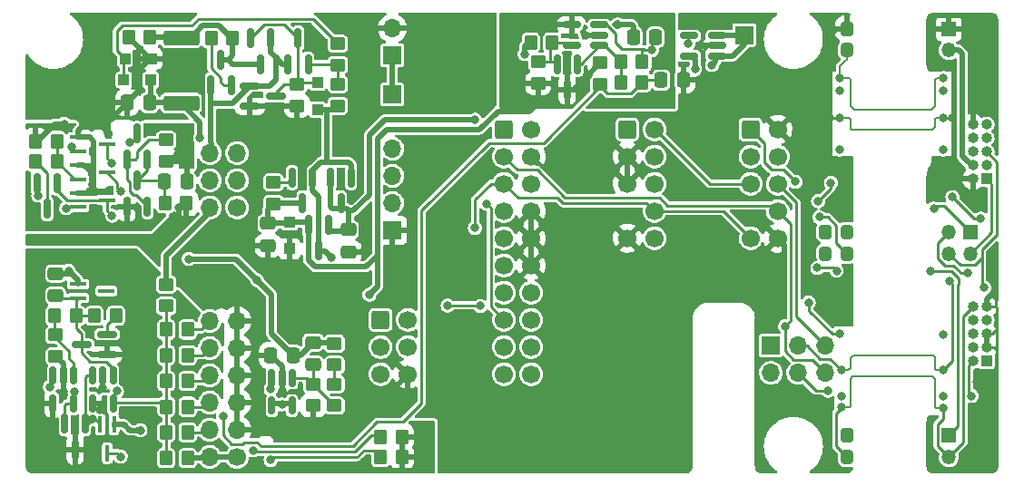
<source format=gbr>
G04 #@! TF.GenerationSoftware,KiCad,Pcbnew,(6.0.10-0)*
G04 #@! TF.CreationDate,2022-12-21T23:03:14+01:00*
G04 #@! TF.ProjectId,ATMEL-ICE-Octopus,41544d45-4c2d-4494-9345-2d4f63746f70,B5*
G04 #@! TF.SameCoordinates,Original*
G04 #@! TF.FileFunction,Copper,L2,Bot*
G04 #@! TF.FilePolarity,Positive*
%FSLAX46Y46*%
G04 Gerber Fmt 4.6, Leading zero omitted, Abs format (unit mm)*
G04 Created by KiCad (PCBNEW (6.0.10-0)) date 2022-12-21 23:03:14*
%MOMM*%
%LPD*%
G01*
G04 APERTURE LIST*
G04 Aperture macros list*
%AMRoundRect*
0 Rectangle with rounded corners*
0 $1 Rounding radius*
0 $2 $3 $4 $5 $6 $7 $8 $9 X,Y pos of 4 corners*
0 Add a 4 corners polygon primitive as box body*
4,1,4,$2,$3,$4,$5,$6,$7,$8,$9,$2,$3,0*
0 Add four circle primitives for the rounded corners*
1,1,$1+$1,$2,$3*
1,1,$1+$1,$4,$5*
1,1,$1+$1,$6,$7*
1,1,$1+$1,$8,$9*
0 Add four rect primitives between the rounded corners*
20,1,$1+$1,$2,$3,$4,$5,0*
20,1,$1+$1,$4,$5,$6,$7,0*
20,1,$1+$1,$6,$7,$8,$9,0*
20,1,$1+$1,$8,$9,$2,$3,0*%
%AMOutline5P*
0 Free polygon, 5 corners , with rotation*
0 The origin of the aperture is its center*
0 number of corners: always 5*
0 $1 to $10 corner X, Y*
0 $11 Rotation angle, in degrees counterclockwise*
0 create outline with 5 corners*
4,1,5,$1,$2,$3,$4,$5,$6,$7,$8,$9,$10,$1,$2,$11*%
%AMOutline6P*
0 Free polygon, 6 corners , with rotation*
0 The origin of the aperture is its center*
0 number of corners: always 6*
0 $1 to $12 corner X, Y*
0 $13 Rotation angle, in degrees counterclockwise*
0 create outline with 6 corners*
4,1,6,$1,$2,$3,$4,$5,$6,$7,$8,$9,$10,$11,$12,$1,$2,$13*%
%AMOutline7P*
0 Free polygon, 7 corners , with rotation*
0 The origin of the aperture is its center*
0 number of corners: always 7*
0 $1 to $14 corner X, Y*
0 $15 Rotation angle, in degrees counterclockwise*
0 create outline with 7 corners*
4,1,7,$1,$2,$3,$4,$5,$6,$7,$8,$9,$10,$11,$12,$13,$14,$1,$2,$15*%
%AMOutline8P*
0 Free polygon, 8 corners , with rotation*
0 The origin of the aperture is its center*
0 number of corners: always 8*
0 $1 to $16 corner X, Y*
0 $17 Rotation angle, in degrees counterclockwise*
0 create outline with 8 corners*
4,1,8,$1,$2,$3,$4,$5,$6,$7,$8,$9,$10,$11,$12,$13,$14,$15,$16,$1,$2,$17*%
G04 Aperture macros list end*
G04 #@! TA.AperFunction,ComponentPad*
%ADD10C,1.700000*%
G04 #@! TD*
G04 #@! TA.AperFunction,ComponentPad*
%ADD11O,1.700000X1.700000*%
G04 #@! TD*
G04 #@! TA.AperFunction,ComponentPad*
%ADD12RoundRect,0.250000X-0.600000X-0.600000X0.600000X-0.600000X0.600000X0.600000X-0.600000X0.600000X0*%
G04 #@! TD*
G04 #@! TA.AperFunction,ComponentPad*
%ADD13R,1.700000X1.700000*%
G04 #@! TD*
G04 #@! TA.AperFunction,SMDPad,CuDef*
%ADD14RoundRect,0.250000X0.475000X-0.337500X0.475000X0.337500X-0.475000X0.337500X-0.475000X-0.337500X0*%
G04 #@! TD*
G04 #@! TA.AperFunction,ComponentPad*
%ADD15Outline8P,-0.600000X0.460000X-0.360000X0.700000X0.360000X0.700000X0.600000X0.460000X0.600000X-0.460000X0.360000X-0.700000X-0.360000X-0.700000X-0.600000X-0.460000X180.000000*%
G04 #@! TD*
G04 #@! TA.AperFunction,ComponentPad*
%ADD16RoundRect,0.420000X0.180000X0.280000X-0.180000X0.280000X-0.180000X-0.280000X0.180000X-0.280000X0*%
G04 #@! TD*
G04 #@! TA.AperFunction,SMDPad,CuDef*
%ADD17RoundRect,0.250000X-0.450000X0.350000X-0.450000X-0.350000X0.450000X-0.350000X0.450000X0.350000X0*%
G04 #@! TD*
G04 #@! TA.AperFunction,ComponentPad*
%ADD18R,1.000000X1.000000*%
G04 #@! TD*
G04 #@! TA.AperFunction,ComponentPad*
%ADD19O,1.000000X1.000000*%
G04 #@! TD*
G04 #@! TA.AperFunction,SMDPad,CuDef*
%ADD20RoundRect,0.250000X0.450000X-0.350000X0.450000X0.350000X-0.450000X0.350000X-0.450000X-0.350000X0*%
G04 #@! TD*
G04 #@! TA.AperFunction,SMDPad,CuDef*
%ADD21RoundRect,0.250000X0.350000X0.450000X-0.350000X0.450000X-0.350000X-0.450000X0.350000X-0.450000X0*%
G04 #@! TD*
G04 #@! TA.AperFunction,SMDPad,CuDef*
%ADD22RoundRect,0.250000X-0.337500X-0.475000X0.337500X-0.475000X0.337500X0.475000X-0.337500X0.475000X0*%
G04 #@! TD*
G04 #@! TA.AperFunction,SMDPad,CuDef*
%ADD23RoundRect,0.150000X-0.150000X0.775000X-0.150000X-0.775000X0.150000X-0.775000X0.150000X0.775000X0*%
G04 #@! TD*
G04 #@! TA.AperFunction,SMDPad,CuDef*
%ADD24R,1.500000X0.450000*%
G04 #@! TD*
G04 #@! TA.AperFunction,SMDPad,CuDef*
%ADD25RoundRect,0.150000X0.775000X0.150000X-0.775000X0.150000X-0.775000X-0.150000X0.775000X-0.150000X0*%
G04 #@! TD*
G04 #@! TA.AperFunction,SMDPad,CuDef*
%ADD26RoundRect,0.150000X0.150000X-0.775000X0.150000X0.775000X-0.150000X0.775000X-0.150000X-0.775000X0*%
G04 #@! TD*
G04 #@! TA.AperFunction,ComponentPad*
%ADD27R,1.350000X1.350000*%
G04 #@! TD*
G04 #@! TA.AperFunction,ComponentPad*
%ADD28O,1.350000X1.350000*%
G04 #@! TD*
G04 #@! TA.AperFunction,SMDPad,CuDef*
%ADD29R,1.000000X1.000000*%
G04 #@! TD*
G04 #@! TA.AperFunction,SMDPad,CuDef*
%ADD30R,0.450000X1.500000*%
G04 #@! TD*
G04 #@! TA.AperFunction,SMDPad,CuDef*
%ADD31RoundRect,0.150000X-0.150000X0.675000X-0.150000X-0.675000X0.150000X-0.675000X0.150000X0.675000X0*%
G04 #@! TD*
G04 #@! TA.AperFunction,SMDPad,CuDef*
%ADD32RoundRect,0.150000X0.675000X0.150000X-0.675000X0.150000X-0.675000X-0.150000X0.675000X-0.150000X0*%
G04 #@! TD*
G04 #@! TA.AperFunction,SMDPad,CuDef*
%ADD33RoundRect,0.249999X-1.425001X0.450001X-1.425001X-0.450001X1.425001X-0.450001X1.425001X0.450001X0*%
G04 #@! TD*
G04 #@! TA.AperFunction,SMDPad,CuDef*
%ADD34RoundRect,0.250000X0.337500X0.475000X-0.337500X0.475000X-0.337500X-0.475000X0.337500X-0.475000X0*%
G04 #@! TD*
G04 #@! TA.AperFunction,SMDPad,CuDef*
%ADD35RoundRect,0.150000X-0.775000X-0.150000X0.775000X-0.150000X0.775000X0.150000X-0.775000X0.150000X0*%
G04 #@! TD*
G04 #@! TA.AperFunction,SMDPad,CuDef*
%ADD36RoundRect,0.250000X-0.350000X-0.450000X0.350000X-0.450000X0.350000X0.450000X-0.350000X0.450000X0*%
G04 #@! TD*
G04 #@! TA.AperFunction,ViaPad*
%ADD37C,0.800000*%
G04 #@! TD*
G04 #@! TA.AperFunction,Conductor*
%ADD38C,0.490000*%
G04 #@! TD*
G04 #@! TA.AperFunction,Conductor*
%ADD39C,0.152400*%
G04 #@! TD*
G04 #@! TA.AperFunction,Conductor*
%ADD40C,0.250000*%
G04 #@! TD*
G04 APERTURE END LIST*
D10*
G04 #@! TO.P,J9,1,Pin_1*
G04 #@! TO.N,GND*
X120100000Y-120000000D03*
D11*
G04 #@! TO.P,J9,2,Pin_2*
X117560000Y-120000000D03*
G04 #@! TO.P,J9,3,Pin_3*
X120100000Y-117460000D03*
G04 #@! TO.P,J9,4,Pin_4*
G04 #@! TO.N,/VoltageLimiter/D_2V5*
X117560000Y-117460000D03*
G04 #@! TO.P,J9,5,Pin_5*
G04 #@! TO.N,GND*
X120100000Y-114920000D03*
G04 #@! TO.P,J9,6,Pin_6*
G04 #@! TO.N,/VoltageLimiter/D_3V0*
X117560000Y-114920000D03*
G04 #@! TO.P,J9,7,Pin_7*
G04 #@! TO.N,GND*
X120100000Y-112380000D03*
G04 #@! TO.P,J9,8,Pin_8*
G04 #@! TO.N,/VoltageLimiter/D_3V3*
X117560000Y-112380000D03*
G04 #@! TO.P,J9,9,Pin_9*
G04 #@! TO.N,GND*
X120100000Y-109840000D03*
G04 #@! TO.P,J9,10,Pin_10*
G04 #@! TO.N,/VoltageLimiter/D_3V7*
X117560000Y-109840000D03*
G04 #@! TO.P,J9,11,Pin_11*
G04 #@! TO.N,GND*
X120100000Y-107300000D03*
G04 #@! TO.P,J9,12,Pin_12*
G04 #@! TO.N,/VoltageLimiter/D_5V0*
X117560000Y-107300000D03*
G04 #@! TD*
D12*
G04 #@! TO.P,J12,1,Pin_1*
G04 #@! TO.N,/VIN_JTAG*
X156500000Y-89400000D03*
D10*
G04 #@! TO.P,J12,2,Pin_2*
G04 #@! TO.N,/TMS*
X159040000Y-89400000D03*
G04 #@! TO.P,J12,3,Pin_3*
G04 #@! TO.N,GND*
X156500000Y-91940000D03*
G04 #@! TO.P,J12,4,Pin_4*
G04 #@! TO.N,/TCK*
X159040000Y-91940000D03*
G04 #@! TO.P,J12,5,Pin_5*
G04 #@! TO.N,GND*
X156500000Y-94480000D03*
G04 #@! TO.P,J12,6,Pin_6*
G04 #@! TO.N,/TDO*
X159040000Y-94480000D03*
G04 #@! TO.P,J12,8,Pin_8*
G04 #@! TO.N,/TDI*
X159040000Y-97020000D03*
G04 #@! TO.P,J12,9,Pin_9*
G04 #@! TO.N,GND*
X156500000Y-99560000D03*
G04 #@! TO.P,J12,10,Pin_10*
G04 #@! TO.N,/nSRST*
X159040000Y-99560000D03*
G04 #@! TD*
D13*
G04 #@! TO.P,J6,1,Pin_1*
G04 #@! TO.N,/VTG*
X167400000Y-80600000D03*
G04 #@! TD*
G04 #@! TO.P,J18,1,Pin_1*
G04 #@! TO.N,/TDI*
X169900000Y-109600000D03*
D11*
G04 #@! TO.P,J18,2,Pin_2*
G04 #@! TO.N,/TDO*
X169900000Y-112140000D03*
G04 #@! TO.P,J18,3,Pin_3*
G04 #@! TO.N,/TCK*
X172440000Y-109600000D03*
G04 #@! TO.P,J18,4,Pin_4*
G04 #@! TO.N,/TMS*
X172440000Y-112140000D03*
G04 #@! TO.P,J18,5,Pin_5*
G04 #@! TO.N,/nSRST*
X174980000Y-109600000D03*
G04 #@! TO.P,J18,6,Pin_6*
G04 #@! TO.N,/nTRST*
X174980000Y-112140000D03*
G04 #@! TD*
D13*
G04 #@! TO.P,J16,1,Pin_1*
G04 #@! TO.N,/VIN_PROBE*
X134600000Y-86125000D03*
G04 #@! TD*
D12*
G04 #@! TO.P,J14,1,Pin_1*
G04 #@! TO.N,/TDO*
X133500000Y-107180000D03*
D10*
G04 #@! TO.P,J14,2,Pin_2*
G04 #@! TO.N,/VIN_AVR*
X136040000Y-107180000D03*
G04 #@! TO.P,J14,3,Pin_3*
G04 #@! TO.N,/TCK*
X133500000Y-109720000D03*
G04 #@! TO.P,J14,4,Pin_4*
G04 #@! TO.N,/TDI*
X136040000Y-109720000D03*
G04 #@! TO.P,J14,5,Pin_5*
G04 #@! TO.N,/nSRST*
X133500000Y-112260000D03*
G04 #@! TO.P,J14,6,Pin_6*
G04 #@! TO.N,GND*
X136040000Y-112260000D03*
G04 #@! TD*
D12*
G04 #@! TO.P,J11,1,Pin_1*
G04 #@! TO.N,/VIN_JTAG*
X145000000Y-89400000D03*
D10*
G04 #@! TO.P,J11,2,Pin_2*
G04 #@! TO.N,unconnected-(J11-Pad2)*
X147540000Y-89400000D03*
G04 #@! TO.P,J11,3,Pin_3*
G04 #@! TO.N,/nTRST*
X145000000Y-91940000D03*
G04 #@! TO.P,J11,4,Pin_4*
G04 #@! TO.N,GND*
X147540000Y-91940000D03*
G04 #@! TO.P,J11,5,Pin_5*
G04 #@! TO.N,/TDI*
X145000000Y-94480000D03*
G04 #@! TO.P,J11,6,Pin_6*
G04 #@! TO.N,GND*
X147540000Y-94480000D03*
G04 #@! TO.P,J11,7,Pin_7*
G04 #@! TO.N,/TMS*
X145000000Y-97020000D03*
G04 #@! TO.P,J11,8,Pin_8*
G04 #@! TO.N,GND*
X147540000Y-97020000D03*
G04 #@! TO.P,J11,9,Pin_9*
G04 #@! TO.N,/TCK*
X145000000Y-99560000D03*
G04 #@! TO.P,J11,10,Pin_10*
G04 #@! TO.N,GND*
X147540000Y-99560000D03*
G04 #@! TO.P,J11,11,Pin_11*
G04 #@! TO.N,unconnected-(J11-Pad11)*
X145000000Y-102100000D03*
G04 #@! TO.P,J11,12,Pin_12*
G04 #@! TO.N,GND*
X147540000Y-102100000D03*
G04 #@! TO.P,J11,13,Pin_13*
G04 #@! TO.N,/TDO*
X145000000Y-104640000D03*
G04 #@! TO.P,J11,14,Pin_14*
G04 #@! TO.N,unconnected-(J11-Pad14)*
X147540000Y-104640000D03*
G04 #@! TO.P,J11,15,Pin_15*
G04 #@! TO.N,/nSRST*
X145000000Y-107180000D03*
G04 #@! TO.P,J11,16,Pin_16*
G04 #@! TO.N,unconnected-(J11-Pad16)*
X147540000Y-107180000D03*
G04 #@! TO.P,J11,17,Pin_17*
G04 #@! TO.N,unconnected-(J11-Pad17)*
X145000000Y-109720000D03*
G04 #@! TO.P,J11,18,Pin_18*
G04 #@! TO.N,unconnected-(J11-Pad18)*
X147540000Y-109720000D03*
G04 #@! TO.P,J11,19,Pin_19*
G04 #@! TO.N,unconnected-(J11-Pad19)*
X145000000Y-112260000D03*
G04 #@! TO.P,J11,20,Pin_20*
G04 #@! TO.N,unconnected-(J11-Pad20)*
X147540000Y-112260000D03*
G04 #@! TD*
D13*
G04 #@! TO.P,J17,1,Pin_1*
G04 #@! TO.N,/VIN_PROBE*
X134600000Y-82500000D03*
D11*
G04 #@! TO.P,J17,2,Pin_2*
G04 #@! TO.N,GND*
X134600000Y-79960000D03*
G04 #@! TD*
D12*
G04 #@! TO.P,J13,1,Pin_1*
G04 #@! TO.N,/TCK*
X168000000Y-89400000D03*
D10*
G04 #@! TO.P,J13,2,Pin_2*
G04 #@! TO.N,GND*
X170540000Y-89400000D03*
G04 #@! TO.P,J13,3,Pin_3*
G04 #@! TO.N,/TDO*
X168000000Y-91940000D03*
G04 #@! TO.P,J13,4,Pin_4*
G04 #@! TO.N,/VIN_JTAG*
X170540000Y-91940000D03*
G04 #@! TO.P,J13,5,Pin_5*
G04 #@! TO.N,/TMS*
X168000000Y-94480000D03*
G04 #@! TO.P,J13,6,Pin_6*
G04 #@! TO.N,/nSRST*
X170540000Y-94480000D03*
G04 #@! TO.P,J13,8,Pin_8*
G04 #@! TO.N,/nTRST*
X170540000Y-97020000D03*
G04 #@! TO.P,J13,9,Pin_9*
G04 #@! TO.N,/TDI*
X168000000Y-99560000D03*
G04 #@! TO.P,J13,10,Pin_10*
G04 #@! TO.N,GND*
X170540000Y-99560000D03*
G04 #@! TD*
D13*
G04 #@! TO.P,J15,1,Pin_1*
G04 #@! TO.N,GND*
X134600000Y-98825000D03*
D11*
G04 #@! TO.P,J15,2,Pin_2*
G04 #@! TO.N,/TCK*
X134600000Y-96285000D03*
G04 #@! TO.P,J15,3,Pin_3*
G04 #@! TO.N,/TMS*
X134600000Y-93745000D03*
G04 #@! TO.P,J15,4,Pin_4*
G04 #@! TO.N,/nSRST*
X134600000Y-91205000D03*
G04 #@! TD*
D10*
G04 #@! TO.P,J8,1,Pin_1*
G04 #@! TO.N,/VIN_AVR*
X120100000Y-96700000D03*
D11*
G04 #@! TO.P,J8,2,Pin_2*
G04 #@! TO.N,/VIN*
X117560000Y-96700000D03*
G04 #@! TO.P,J8,3,Pin_3*
G04 #@! TO.N,/VIN_JTAG*
X120100000Y-94160000D03*
G04 #@! TO.P,J8,4,Pin_4*
G04 #@! TO.N,/VIN*
X117560000Y-94160000D03*
G04 #@! TO.P,J8,5,Pin_5*
G04 #@! TO.N,/VIN_PROBE*
X120100000Y-91620000D03*
G04 #@! TO.P,J8,6,Pin_6*
G04 #@! TO.N,/VIN*
X117560000Y-91620000D03*
G04 #@! TD*
D14*
G04 #@! TO.P,C11,1*
G04 #@! TO.N,GND*
X123000000Y-100250000D03*
G04 #@! TO.P,C11,2*
G04 #@! TO.N,VAA*
X123000000Y-98175000D03*
G04 #@! TD*
D15*
G04 #@! TO.P,J31,1,Pin_1*
G04 #@! TO.N,GND*
X177000000Y-80000000D03*
D16*
G04 #@! TO.P,J31,2,Pin_2*
G04 #@! TO.N,/VTG*
X177000000Y-82000000D03*
G04 #@! TD*
D17*
G04 #@! TO.P,R23,1*
G04 #@! TO.N,/VoltageLimiter/VREF_1v06*
X103200000Y-108600000D03*
G04 #@! TO.P,R23,2*
G04 #@! TO.N,GND*
X103200000Y-110600000D03*
G04 #@! TD*
D18*
G04 #@! TO.P,J1,1,Pin_1*
G04 #@! TO.N,/VTG*
X190000000Y-111040000D03*
D19*
G04 #@! TO.P,J1,2,Pin_2*
G04 #@! TO.N,/TMS*
X188730000Y-111040000D03*
G04 #@! TO.P,J1,3,Pin_3*
G04 #@! TO.N,GND*
X190000000Y-109770000D03*
G04 #@! TO.P,J1,4,Pin_4*
G04 #@! TO.N,/TCK*
X188730000Y-109770000D03*
G04 #@! TO.P,J1,5,Pin_5*
G04 #@! TO.N,GND*
X190000000Y-108500000D03*
G04 #@! TO.P,J1,6,Pin_6*
G04 #@! TO.N,/TDO*
X188730000Y-108500000D03*
G04 #@! TO.P,J1,7,Pin_7*
G04 #@! TO.N,unconnected-(J1-Pad7)*
X190000000Y-107230000D03*
G04 #@! TO.P,J1,8,Pin_8*
G04 #@! TO.N,/TDI*
X188730000Y-107230000D03*
G04 #@! TO.P,J1,9,Pin_9*
G04 #@! TO.N,GND*
X190000000Y-105960000D03*
G04 #@! TO.P,J1,10,Pin_10*
G04 #@! TO.N,/nSRST*
X188730000Y-105960000D03*
G04 #@! TD*
D20*
G04 #@! TO.P,R62,1*
G04 #@! TO.N,GND*
X125700000Y-87200000D03*
G04 #@! TO.P,R62,2*
G04 #@! TO.N,/VoltageBooster/VIN_G*
X125700000Y-85200000D03*
G04 #@! TD*
D21*
G04 #@! TO.P,R89,1*
G04 #@! TO.N,/StatusLeds/G3*
X103300000Y-90500000D03*
G04 #@! TO.P,R89,2*
G04 #@! TO.N,/VLED*
X101300000Y-90500000D03*
G04 #@! TD*
D20*
G04 #@! TO.P,R39,1*
G04 #@! TO.N,/VoltageLimiter/VIN_SCALED*
X113500000Y-105900000D03*
G04 #@! TO.P,R39,2*
G04 #@! TO.N,/VIN*
X113500000Y-103900000D03*
G04 #@! TD*
D21*
G04 #@! TO.P,R41,1*
G04 #@! TO.N,VAA*
X135500000Y-120000000D03*
G04 #@! TO.P,R41,2*
G04 #@! TO.N,/VIN_ABOVE*
X133500000Y-120000000D03*
G04 #@! TD*
G04 #@! TO.P,R35,1*
G04 #@! TO.N,/VoltageLimiter/D_3V7*
X115500000Y-110500000D03*
G04 #@! TO.P,R35,2*
G04 #@! TO.N,/VoltageLimiter/VIN_SCALED*
X113500000Y-110500000D03*
G04 #@! TD*
D22*
G04 #@! TO.P,C71,1*
G04 #@! TO.N,GND*
X123262500Y-110500000D03*
G04 #@! TO.P,C71,2*
G04 #@! TO.N,/VLED*
X125337500Y-110500000D03*
G04 #@! TD*
D18*
G04 #@! TO.P,J2,1,Pin_1*
G04 #@! TO.N,/TCK*
X190000000Y-94040000D03*
D19*
G04 #@! TO.P,J2,2,Pin_2*
G04 #@! TO.N,GND*
X188730000Y-94040000D03*
G04 #@! TO.P,J2,3,Pin_3*
G04 #@! TO.N,/TDO*
X190000000Y-92770000D03*
G04 #@! TO.P,J2,4,Pin_4*
G04 #@! TO.N,/VTG*
X188730000Y-92770000D03*
G04 #@! TO.P,J2,5,Pin_5*
G04 #@! TO.N,/TMS*
X190000000Y-91500000D03*
G04 #@! TO.P,J2,6,Pin_6*
G04 #@! TO.N,/nSRST*
X188730000Y-91500000D03*
G04 #@! TO.P,J2,7,Pin_7*
G04 #@! TO.N,unconnected-(J2-Pad7)*
X190000000Y-90230000D03*
G04 #@! TO.P,J2,8,Pin_8*
G04 #@! TO.N,/nTRST*
X188730000Y-90230000D03*
G04 #@! TO.P,J2,9,Pin_9*
G04 #@! TO.N,/TDI*
X190000000Y-88960000D03*
G04 #@! TO.P,J2,10,Pin_10*
G04 #@! TO.N,GND*
X188730000Y-88960000D03*
G04 #@! TD*
D23*
G04 #@! TO.P,Q12,1,S*
G04 #@! TO.N,/VoltageLimiter/VIN_SLOW*
X128850000Y-93887500D03*
G04 #@! TO.P,Q12,2,D*
G04 #@! TO.N,/VIN*
X130750000Y-93887500D03*
G04 #@! TO.P,Q12,3,G*
G04 #@! TO.N,/VoltageLimiter/VIN_SLOW*
X129800000Y-96287500D03*
G04 #@! TD*
D20*
G04 #@! TO.P,R73,1*
G04 #@! TO.N,Net-(R72-Pad2)*
X129200000Y-111400000D03*
G04 #@! TO.P,R73,2*
G04 #@! TO.N,/VLED*
X129200000Y-109400000D03*
G04 #@! TD*
D22*
G04 #@! TO.P,C53,1*
G04 #@! TO.N,GND*
X157062500Y-80800000D03*
G04 #@! TO.P,C53,2*
G04 #@! TO.N,/VoltageLimiter/ENABLE*
X159137500Y-80800000D03*
G04 #@! TD*
D24*
G04 #@! TO.P,Q82,1,G*
G04 #@! TO.N,/StatusLeds/G3*
X105300000Y-94050000D03*
G04 #@! TO.P,Q82,2,S*
G04 #@! TO.N,GND*
X105300000Y-92750000D03*
G04 #@! TO.P,Q82,3,D*
G04 #@! TO.N,/StatusLeds/nLED2*
X107960000Y-93400000D03*
G04 #@! TD*
D25*
G04 #@! TO.P,Q21,1,S*
G04 #@! TO.N,Net-(Q21-Pad1)*
X108000000Y-108550000D03*
G04 #@! TO.P,Q21,2,D*
G04 #@! TO.N,VAA*
X108000000Y-110450000D03*
G04 #@! TO.P,Q21,3,G*
G04 #@! TO.N,/VoltageLimiter/VREF_1v25*
X105600000Y-109500000D03*
G04 #@! TD*
D15*
G04 #@! TO.P,J32,1,Pin_1*
G04 #@! TO.N,/TDI*
X175000000Y-99000000D03*
D16*
G04 #@! TO.P,J32,2,Pin_2*
G04 #@! TO.N,/TDO*
X177000000Y-99000000D03*
G04 #@! TO.P,J32,3,Pin_3*
G04 #@! TO.N,/TCK*
X175000000Y-101000000D03*
G04 #@! TO.P,J32,4,Pin_4*
G04 #@! TO.N,/TMS*
X177000000Y-101000000D03*
G04 #@! TD*
D20*
G04 #@! TO.P,R71,1*
G04 #@! TO.N,GND*
X127200000Y-115200000D03*
G04 #@! TO.P,R71,2*
G04 #@! TO.N,Net-(C72-Pad1)*
X127200000Y-113200000D03*
G04 #@! TD*
D26*
G04 #@! TO.P,Q63,1,B*
G04 #@! TO.N,Net-(Q63-Pad1)*
X126750000Y-83300000D03*
G04 #@! TO.P,Q63,2,E*
G04 #@! TO.N,/VIN*
X124850000Y-83300000D03*
G04 #@! TO.P,Q63,3,C*
G04 #@! TO.N,/VoltageBooster/VIN_G*
X125800000Y-80900000D03*
G04 #@! TD*
D20*
G04 #@! TO.P,R55,1*
G04 #@! TO.N,VAA*
X148200000Y-85100000D03*
G04 #@! TO.P,R55,2*
G04 #@! TO.N,/VoltageLimiter/VN*
X148200000Y-83100000D03*
G04 #@! TD*
D27*
G04 #@! TO.P,J22,1,Pin_1*
G04 #@! TO.N,/TDI*
X188500000Y-99000000D03*
D28*
G04 #@! TO.P,J22,2,Pin_2*
G04 #@! TO.N,/TDO*
X186500000Y-99000000D03*
G04 #@! TO.P,J22,3,Pin_3*
G04 #@! TO.N,/TCK*
X188500000Y-101000000D03*
G04 #@! TO.P,J22,4,Pin_4*
G04 #@! TO.N,/TMS*
X186500000Y-101000000D03*
G04 #@! TD*
D24*
G04 #@! TO.P,Q83,1,G*
G04 #@! TO.N,/VIN_BELOW*
X105300000Y-96650000D03*
G04 #@! TO.P,Q83,2,S*
G04 #@! TO.N,GND*
X105300000Y-95350000D03*
G04 #@! TO.P,Q83,3,D*
G04 #@! TO.N,/StatusLeds/nLED3*
X107960000Y-96000000D03*
G04 #@! TD*
D23*
G04 #@! TO.P,D41,1*
G04 #@! TO.N,/VoltageLimiter/VIN_SCALED*
X104050000Y-116900000D03*
G04 #@! TO.P,D41,2*
G04 #@! TO.N,/VoltageLimiter/aENABLE*
X105950000Y-116900000D03*
G04 #@! TO.P,D41,3*
G04 #@! TO.N,VAA*
X105000000Y-119300000D03*
G04 #@! TD*
D20*
G04 #@! TO.P,R72,1*
G04 #@! TO.N,Net-(C72-Pad1)*
X129200000Y-115200000D03*
G04 #@! TO.P,R72,2*
G04 #@! TO.N,Net-(R72-Pad2)*
X129200000Y-113200000D03*
G04 #@! TD*
D29*
G04 #@! TO.P,D63,1,K*
G04 #@! TO.N,Net-(D63-Pad1)*
X109650000Y-82800000D03*
G04 #@! TO.P,D63,2,A*
G04 #@! TO.N,GND*
X112150000Y-82800000D03*
G04 #@! TD*
D27*
G04 #@! TO.P,J21,1,Pin_1*
G04 #@! TO.N,GND*
X186500000Y-80000000D03*
D28*
G04 #@! TO.P,J21,2,Pin_2*
G04 #@! TO.N,/VTG*
X186500000Y-82000000D03*
G04 #@! TD*
D29*
G04 #@! TO.P,D62,1,K*
G04 #@! TO.N,/VIN*
X127600000Y-87550000D03*
G04 #@! TO.P,D62,2,A*
G04 #@! TO.N,/VoltageBooster/VIN_G*
X127600000Y-85050000D03*
G04 #@! TD*
D20*
G04 #@! TO.P,R11,1*
G04 #@! TO.N,VAA*
X123500000Y-96350000D03*
G04 #@! TO.P,R11,2*
G04 #@! TO.N,Net-(Q11-Pad1)*
X123500000Y-94350000D03*
G04 #@! TD*
D30*
G04 #@! TO.P,Q41,1,G*
G04 #@! TO.N,/VoltageLimiter/aENABLE*
X107350000Y-116970000D03*
G04 #@! TO.P,Q41,2,S*
G04 #@! TO.N,GND*
X108650000Y-116970000D03*
G04 #@! TO.P,Q41,3,D*
G04 #@! TO.N,/VIN_ABOVE*
X108000000Y-119630000D03*
G04 #@! TD*
D31*
G04 #@! TO.P,U42,1*
G04 #@! TO.N,/VIN_BELOW*
X102950000Y-112400000D03*
G04 #@! TO.P,U42,2,V-*
G04 #@! TO.N,GND*
X103900000Y-112400000D03*
G04 #@! TO.P,U42,3,+*
G04 #@! TO.N,/VoltageLimiter/VREF_1v06*
X104850000Y-112400000D03*
G04 #@! TO.P,U42,4,-*
G04 #@! TO.N,/VoltageLimiter/VIN_SCALED*
X104850000Y-115000000D03*
G04 #@! TO.P,U42,5,V+*
G04 #@! TO.N,VAA*
X102950000Y-115000000D03*
G04 #@! TD*
D21*
G04 #@! TO.P,R32,1*
G04 #@! TO.N,/VoltageLimiter/D_2V5*
X115500000Y-117700000D03*
G04 #@! TO.P,R32,2*
G04 #@! TO.N,/VoltageLimiter/VIN_SCALED*
X113500000Y-117700000D03*
G04 #@! TD*
D32*
G04 #@! TO.P,U51,1*
G04 #@! TO.N,/VoltageLimiter/ENABLE*
X153900000Y-79650000D03*
G04 #@! TO.P,U51,2,V-*
G04 #@! TO.N,GND*
X153900000Y-80600000D03*
G04 #@! TO.P,U51,3,+*
G04 #@! TO.N,/VoltageLimiter/VP*
X153900000Y-81550000D03*
G04 #@! TO.P,U51,4,-*
G04 #@! TO.N,/VoltageLimiter/VN*
X151300000Y-81550000D03*
G04 #@! TO.P,U51,5,V+*
G04 #@! TO.N,VAA*
X151300000Y-79650000D03*
G04 #@! TD*
D21*
G04 #@! TO.P,R22,1*
G04 #@! TO.N,/VoltageLimiter/VREF_1v25*
X105100000Y-106800000D03*
G04 #@! TO.P,R22,2*
G04 #@! TO.N,/VoltageLimiter/VREF_1v06*
X103100000Y-106800000D03*
G04 #@! TD*
D32*
G04 #@! TO.P,U52,1,DIS*
G04 #@! TO.N,/VTG*
X164900000Y-80650000D03*
G04 #@! TO.P,U52,2,GND*
G04 #@! TO.N,GND*
X164900000Y-81600000D03*
G04 #@! TO.P,U52,3,OUT*
G04 #@! TO.N,/VTG*
X164900000Y-82550000D03*
G04 #@! TO.P,U52,4,IN*
G04 #@! TO.N,/VoltageLimiter/VIN_SLOW*
X162300000Y-82550000D03*
G04 #@! TO.P,U52,5,EN*
G04 #@! TO.N,/VoltageLimiter/ENABLE*
X162300000Y-80650000D03*
G04 #@! TD*
D21*
G04 #@! TO.P,R31,1*
G04 #@! TO.N,GND*
X115500000Y-120100000D03*
G04 #@! TO.P,R31,2*
G04 #@! TO.N,/VoltageLimiter/VIN_SCALED*
X113500000Y-120100000D03*
G04 #@! TD*
D31*
G04 #@! TO.P,U71,1,SW*
G04 #@! TO.N,/VoltageBooster/VSW*
X123350000Y-112600000D03*
G04 #@! TO.P,U71,2,GND*
G04 #@! TO.N,GND*
X124300000Y-112600000D03*
G04 #@! TO.P,U71,3,FB*
G04 #@! TO.N,Net-(C72-Pad1)*
X125250000Y-112600000D03*
G04 #@! TO.P,U71,4,~{SHDN}*
G04 #@! TO.N,/VoltageBooster/VIN_LIMITED*
X125250000Y-115200000D03*
G04 #@! TO.P,U71,5,VIN*
X123350000Y-115200000D03*
G04 #@! TD*
D21*
G04 #@! TO.P,R53,1*
G04 #@! TO.N,/VoltageLimiter/ENABLE*
X157900000Y-83100000D03*
G04 #@! TO.P,R53,2*
G04 #@! TO.N,/VoltageLimiter/VP*
X155900000Y-83100000D03*
G04 #@! TD*
D17*
G04 #@! TO.P,R63,1*
G04 #@! TO.N,Net-(D63-Pad1)*
X129500000Y-81400000D03*
G04 #@! TO.P,R63,2*
G04 #@! TO.N,Net-(Q63-Pad1)*
X129500000Y-83400000D03*
G04 #@! TD*
D23*
G04 #@! TO.P,D51,1*
G04 #@! TO.N,/VoltageLimiter/VN*
X149950000Y-83300000D03*
G04 #@! TO.P,D51,2*
G04 #@! TO.N,/VoltageLimiter/VP*
X151850000Y-83300000D03*
G04 #@! TO.P,D51,3*
G04 #@! TO.N,VAA*
X150900000Y-85700000D03*
G04 #@! TD*
G04 #@! TO.P,Q62,1,G*
G04 #@! TO.N,/VoltageBooster/VIN_G*
X121350000Y-80900000D03*
G04 #@! TO.P,Q62,2,S*
G04 #@! TO.N,/VIN*
X123250000Y-80900000D03*
G04 #@! TO.P,Q62,3,D*
G04 #@! TO.N,/VoltageBooster/VIN_T1*
X122300000Y-83300000D03*
G04 #@! TD*
D33*
G04 #@! TO.P,R66,1*
G04 #@! TO.N,/VoltageBooster/VIN_T1*
X114900000Y-80850000D03*
G04 #@! TO.P,R66,2*
G04 #@! TO.N,/VoltageBooster/VIN_LIMITED*
X114900000Y-86950000D03*
G04 #@! TD*
D34*
G04 #@! TO.P,C85,1*
G04 #@! TO.N,/VLED*
X115437500Y-94300000D03*
G04 #@! TO.P,C85,2*
G04 #@! TO.N,/StatusLeds/BB*
X113362500Y-94300000D03*
G04 #@! TD*
D26*
G04 #@! TO.P,Q85,1,B*
G04 #@! TO.N,/StatusLeds/AA*
X111750000Y-96600000D03*
G04 #@! TO.P,Q85,2,E*
G04 #@! TO.N,/VLED*
X109850000Y-96600000D03*
G04 #@! TO.P,Q85,3,C*
G04 #@! TO.N,/StatusLeds/BB*
X110800000Y-94200000D03*
G04 #@! TD*
D23*
G04 #@! TO.P,D88,1*
G04 #@! TO.N,/VTG*
X101450000Y-94400000D03*
G04 #@! TO.P,D88,2*
G04 #@! TO.N,/StatusLeds/nLED3*
X103350000Y-94400000D03*
G04 #@! TO.P,D88,3*
G04 #@! TO.N,Net-(D88-Pad3)*
X102400000Y-96800000D03*
G04 #@! TD*
D14*
G04 #@! TO.P,C72,1*
G04 #@! TO.N,Net-(C72-Pad1)*
X127200000Y-111375000D03*
G04 #@! TO.P,C72,2*
G04 #@! TO.N,/VLED*
X127200000Y-109300000D03*
G04 #@! TD*
D21*
G04 #@! TO.P,R61,1*
G04 #@! TO.N,/VoltageBooster/VIN_T1*
X119700000Y-80900000D03*
G04 #@! TO.P,R61,2*
G04 #@! TO.N,Net-(Q61-Pad1)*
X117700000Y-80900000D03*
G04 #@! TD*
G04 #@! TO.P,R84,1*
G04 #@! TO.N,GND*
X115400000Y-96300000D03*
G04 #@! TO.P,R84,2*
G04 #@! TO.N,/StatusLeds/BB*
X113400000Y-96300000D03*
G04 #@! TD*
G04 #@! TO.P,R34,1*
G04 #@! TO.N,/VoltageLimiter/D_3V3*
X115500000Y-112900000D03*
G04 #@! TO.P,R34,2*
G04 #@! TO.N,/VoltageLimiter/VIN_SCALED*
X113500000Y-112900000D03*
G04 #@! TD*
D17*
G04 #@! TO.P,R51,1*
G04 #@! TO.N,VAA*
X154000000Y-83200000D03*
G04 #@! TO.P,R51,2*
G04 #@! TO.N,/VoltageLimiter/aENABLE*
X154000000Y-85200000D03*
G04 #@! TD*
D31*
G04 #@! TO.P,U41,1*
G04 #@! TO.N,/VoltageLimiter/aENABLE*
X106650000Y-112400000D03*
G04 #@! TO.P,U41,2,V-*
G04 #@! TO.N,GND*
X107600000Y-112400000D03*
G04 #@! TO.P,U41,3,+*
G04 #@! TO.N,/VoltageLimiter/VREF_1v25*
X108550000Y-112400000D03*
G04 #@! TO.P,U41,4,-*
G04 #@! TO.N,/VoltageLimiter/VIN_SCALED*
X108550000Y-115000000D03*
G04 #@! TO.P,U41,5,V+*
G04 #@! TO.N,VAA*
X106650000Y-115000000D03*
G04 #@! TD*
D24*
G04 #@! TO.P,U21,1,K*
G04 #@! TO.N,/VoltageLimiter/VREF_1v25*
X105270000Y-105150000D03*
G04 #@! TO.P,U21,2,A*
G04 #@! TO.N,GND*
X105270000Y-103850000D03*
G04 #@! TO.P,U21,3,NC*
G04 #@! TO.N,unconnected-(U21-Pad3)*
X107930000Y-104500000D03*
G04 #@! TD*
D29*
G04 #@! TO.P,D11,1,K*
G04 #@! TO.N,VAA*
X125000000Y-98062500D03*
G04 #@! TO.P,D11,2,A*
G04 #@! TO.N,GND*
X125000000Y-100562500D03*
G04 #@! TD*
D14*
G04 #@! TO.P,C12,1*
G04 #@! TO.N,GND*
X130500000Y-100850000D03*
G04 #@! TO.P,C12,2*
G04 #@! TO.N,/VoltageLimiter/VIN_SLOW*
X130500000Y-98775000D03*
G04 #@! TD*
D15*
G04 #@! TO.P,J33,1,Pin_1*
G04 #@! TO.N,/nTRST*
X177000000Y-118000000D03*
D16*
G04 #@! TO.P,J33,2,Pin_2*
G04 #@! TO.N,/nSRST*
X177000000Y-120000000D03*
G04 #@! TD*
D22*
G04 #@! TO.P,C66,1*
G04 #@! TO.N,GND*
X109862500Y-86900000D03*
G04 #@! TO.P,C66,2*
G04 #@! TO.N,/VoltageBooster/VIN_LIMITED*
X111937500Y-86900000D03*
G04 #@! TD*
D35*
G04 #@! TO.P,D61,1*
G04 #@! TO.N,GND*
X121300000Y-87250000D03*
G04 #@! TO.P,D61,2*
G04 #@! TO.N,/VIN*
X121300000Y-85350000D03*
G04 #@! TO.P,D61,3*
G04 #@! TO.N,/VoltageBooster/VIN_G*
X123700000Y-86300000D03*
G04 #@! TD*
D36*
G04 #@! TO.P,R65,1*
G04 #@! TO.N,GND*
X110000000Y-80800000D03*
G04 #@! TO.P,R65,2*
G04 #@! TO.N,/VoltageBooster/VIN_T1*
X112000000Y-80800000D03*
G04 #@! TD*
D21*
G04 #@! TO.P,R33,1*
G04 #@! TO.N,/VoltageLimiter/D_3V0*
X115500000Y-115300000D03*
G04 #@! TO.P,R33,2*
G04 #@! TO.N,/VoltageLimiter/VIN_SCALED*
X113500000Y-115300000D03*
G04 #@! TD*
D27*
G04 #@! TO.P,J23,1,Pin_1*
G04 #@! TO.N,/nTRST*
X186500000Y-118000000D03*
D28*
G04 #@! TO.P,J23,2,Pin_2*
G04 #@! TO.N,/nSRST*
X186500000Y-120000000D03*
G04 #@! TD*
D21*
G04 #@! TO.P,R54,1*
G04 #@! TO.N,/VoltageLimiter/VN*
X149500000Y-81300000D03*
G04 #@! TO.P,R54,2*
G04 #@! TO.N,GND*
X147500000Y-81300000D03*
G04 #@! TD*
D23*
G04 #@! TO.P,D12,1*
G04 #@! TO.N,VAA*
X126750000Y-98312500D03*
G04 #@! TO.P,D12,2*
G04 #@! TO.N,/VoltageLimiter/VIN_SLOW*
X128650000Y-98312500D03*
G04 #@! TO.P,D12,3*
G04 #@! TO.N,/VIN*
X127700000Y-100712500D03*
G04 #@! TD*
D21*
G04 #@! TO.P,R88,1*
G04 #@! TO.N,/StatusLeds/G3*
X103300000Y-92400000D03*
G04 #@! TO.P,R88,2*
G04 #@! TO.N,Net-(D88-Pad3)*
X101300000Y-92400000D03*
G04 #@! TD*
D34*
G04 #@! TO.P,C51,1*
G04 #@! TO.N,GND*
X161737500Y-84800000D03*
G04 #@! TO.P,C51,2*
G04 #@! TO.N,/VoltageLimiter/aENABLE*
X159662500Y-84800000D03*
G04 #@! TD*
D36*
G04 #@! TO.P,R21,1*
G04 #@! TO.N,/VoltageLimiter/VREF_1v25*
X106800000Y-106800000D03*
G04 #@! TO.P,R21,2*
G04 #@! TO.N,Net-(Q21-Pad1)*
X108800000Y-106800000D03*
G04 #@! TD*
D21*
G04 #@! TO.P,R36,1*
G04 #@! TO.N,/VoltageLimiter/D_5V0*
X115500000Y-108100000D03*
G04 #@! TO.P,R36,2*
G04 #@! TO.N,/VoltageLimiter/VIN_SCALED*
X113500000Y-108100000D03*
G04 #@! TD*
D14*
G04 #@! TO.P,C21,1*
G04 #@! TO.N,/VoltageLimiter/VREF_1v25*
X103200000Y-104937500D03*
G04 #@! TO.P,C21,2*
G04 #@! TO.N,GND*
X103200000Y-102862500D03*
G04 #@! TD*
D23*
G04 #@! TO.P,Q11,1,S*
G04 #@! TO.N,Net-(Q11-Pad1)*
X125250000Y-93887500D03*
G04 #@! TO.P,Q11,2,D*
G04 #@! TO.N,/VIN*
X127150000Y-93887500D03*
G04 #@! TO.P,Q11,3,G*
G04 #@! TO.N,VAA*
X126200000Y-96287500D03*
G04 #@! TD*
D17*
G04 #@! TO.P,R85,1*
G04 #@! TO.N,/StatusLeds/AA*
X113500000Y-90400000D03*
G04 #@! TO.P,R85,2*
G04 #@! TO.N,/VLED*
X113500000Y-92400000D03*
G04 #@! TD*
D21*
G04 #@! TO.P,R42,1*
G04 #@! TO.N,VAA*
X135500000Y-118100000D03*
G04 #@! TO.P,R42,2*
G04 #@! TO.N,/VIN_BELOW*
X133500000Y-118100000D03*
G04 #@! TD*
D26*
G04 #@! TO.P,Q84,1,B*
G04 #@! TO.N,/StatusLeds/BB*
X111750000Y-92200000D03*
G04 #@! TO.P,Q84,2,E*
G04 #@! TO.N,/StatusLeds/AA*
X109850000Y-92200000D03*
G04 #@! TO.P,Q84,3,C*
G04 #@! TO.N,/StatusLeds/CC*
X110800000Y-89800000D03*
G04 #@! TD*
D36*
G04 #@! TO.P,R52,1*
G04 #@! TO.N,/VoltageLimiter/VP*
X155900000Y-85000000D03*
G04 #@! TO.P,R52,2*
G04 #@! TO.N,/VoltageLimiter/aENABLE*
X157900000Y-85000000D03*
G04 #@! TD*
D20*
G04 #@! TO.P,R64,1*
G04 #@! TO.N,/VIN*
X129500000Y-87200000D03*
G04 #@! TO.P,R64,2*
G04 #@! TO.N,Net-(Q63-Pad1)*
X129500000Y-85200000D03*
G04 #@! TD*
D24*
G04 #@! TO.P,Q81,1,G*
G04 #@! TO.N,/VIN_ABOVE*
X105300000Y-91450000D03*
G04 #@! TO.P,Q81,2,S*
G04 #@! TO.N,GND*
X105300000Y-90150000D03*
G04 #@! TO.P,Q81,3,D*
G04 #@! TO.N,/StatusLeds/nLED1*
X107960000Y-90800000D03*
G04 #@! TD*
D26*
G04 #@! TO.P,Q61,1,S*
G04 #@! TO.N,Net-(Q61-Pad1)*
X119550000Y-85300000D03*
G04 #@! TO.P,Q61,2,D*
G04 #@! TO.N,/VIN*
X117650000Y-85300000D03*
G04 #@! TO.P,Q61,3,G*
G04 #@! TO.N,/VoltageBooster/VIN_T1*
X118600000Y-82900000D03*
G04 #@! TD*
D29*
G04 #@! TO.P,D64,1,K*
G04 #@! TO.N,/VoltageBooster/VIN_LIMITED*
X112050000Y-84800000D03*
G04 #@! TO.P,D64,2,A*
G04 #@! TO.N,Net-(D63-Pad1)*
X109550000Y-84800000D03*
G04 #@! TD*
D37*
G04 #@! TO.N,/VTG*
X101577477Y-95592664D03*
X176300000Y-84600000D03*
X164400000Y-83400000D03*
X186000000Y-84600000D03*
G04 #@! TO.N,/TMS*
X174425500Y-97600000D03*
X188629500Y-114300000D03*
X189805500Y-104200000D03*
X185952345Y-114300000D03*
X175200000Y-113800000D03*
X176500000Y-114300000D03*
G04 #@! TO.N,GND*
X189129500Y-112929500D03*
X166000000Y-92714500D03*
X161400000Y-88894500D03*
X173400000Y-91000000D03*
X170800000Y-102800000D03*
X140100000Y-86300000D03*
X152600000Y-80600000D03*
X135600000Y-114274500D03*
X112600000Y-100000000D03*
X111100000Y-117500000D03*
X146934888Y-82369614D03*
X189700500Y-96700500D03*
X186840500Y-88305000D03*
X108189500Y-95125498D03*
X186000000Y-88300000D03*
X175400000Y-88300000D03*
X132100000Y-100475000D03*
X107600000Y-113600000D03*
X176300000Y-88300000D03*
X106400000Y-95225500D03*
X103900000Y-113900000D03*
X149000000Y-108400000D03*
X108100000Y-89800000D03*
X184824498Y-94871786D03*
X114649500Y-96700000D03*
X124300000Y-113800000D03*
X155600000Y-79600000D03*
X163600000Y-84800000D03*
X104400000Y-102600000D03*
X190700000Y-103500000D03*
X128000000Y-106500000D03*
X153900000Y-89800000D03*
X189000000Y-115300000D03*
G04 #@! TO.N,/TCK*
X186595239Y-103604761D03*
X172200000Y-94300000D03*
X186000000Y-111900000D03*
X176500000Y-111900000D03*
G04 #@! TO.N,/TDO*
X186000000Y-85800000D03*
X174225500Y-102340517D03*
X139752345Y-105852345D03*
X188248792Y-102848792D03*
X176025000Y-102600000D03*
X142800000Y-105900000D03*
X176300000Y-85800000D03*
G04 #@! TO.N,/TDI*
X186000000Y-91300000D03*
X176300000Y-91300000D03*
X175497655Y-94402345D03*
X142300000Y-98600000D03*
X185086624Y-96786624D03*
X174298792Y-96101208D03*
G04 #@! TO.N,/nSRST*
X186000000Y-115400000D03*
X189467492Y-97732508D03*
X143400000Y-96344300D03*
X186840500Y-95729750D03*
X176500000Y-115349503D03*
G04 #@! TO.N,/nTRST*
X184800000Y-102620830D03*
X185951317Y-108555450D03*
X176300000Y-108500000D03*
X171215000Y-107789690D03*
X173427845Y-105576845D03*
G04 #@! TO.N,/VoltageLimiter/VIN_SLOW*
X142300000Y-88500000D03*
X162825500Y-83800000D03*
G04 #@! TO.N,/VIN*
X128900000Y-101343500D03*
G04 #@! TO.N,/VoltageBooster/VIN_LIMITED*
X124300000Y-115100000D03*
X116665500Y-90200000D03*
G04 #@! TO.N,/VoltageBooster/VSW*
X123261751Y-113646736D03*
G04 #@! TO.N,/VoltageLimiter/ENABLE*
X162200000Y-81400000D03*
X158800000Y-82000000D03*
G04 #@! TO.N,/VoltageLimiter/aENABLE*
X106600000Y-116474500D03*
X118800000Y-116200000D03*
G04 #@! TO.N,/VLED*
X115607316Y-101500000D03*
X104000000Y-88900000D03*
X114600000Y-91700000D03*
X110800000Y-96682727D03*
X122000000Y-103500000D03*
X107900000Y-98500000D03*
G04 #@! TO.N,/StatusLeds/nLED1*
X108400000Y-92525498D03*
G04 #@! TO.N,/StatusLeds/CC*
X110126313Y-90635541D03*
G04 #@! TO.N,/StatusLeds/nLED3*
X108453752Y-97457227D03*
G04 #@! TO.N,/VIN_ABOVE*
X109258768Y-119958768D03*
X104700000Y-91024502D03*
X123252345Y-120274500D03*
G04 #@! TO.N,/VoltageLimiter/VIN_SCALED*
X104949193Y-113874500D03*
X108905500Y-113847639D03*
G04 #@! TO.N,/VIN_BELOW*
X102660710Y-113437727D03*
X121630608Y-119382257D03*
X104174500Y-96772852D03*
G04 #@! TO.N,VAA*
X109800000Y-115674500D03*
X132447492Y-104852508D03*
X131954761Y-120454761D03*
X109800000Y-111000000D03*
X107290249Y-115570498D03*
G04 #@! TO.N,/StatusLeds/nLED2*
X109237947Y-95172536D03*
G04 #@! TD*
D38*
G04 #@! TO.N,/VTG*
X164737500Y-80650000D02*
X167350000Y-80650000D01*
X188317857Y-92495000D02*
X187735000Y-91912143D01*
X187735000Y-91912143D02*
X187735000Y-82335000D01*
X164737500Y-82550000D02*
X164737500Y-83062500D01*
D39*
X177200000Y-84600000D02*
X176300000Y-84600000D01*
D38*
X164737500Y-83062500D02*
X164400000Y-83400000D01*
D39*
X184869799Y-87530201D02*
X177630201Y-87530201D01*
X185200000Y-87200000D02*
X184869799Y-87530201D01*
X185400000Y-84600000D02*
X185200000Y-84800000D01*
X186000000Y-84600000D02*
X185400000Y-84600000D01*
X177319799Y-84719799D02*
X177200000Y-84600000D01*
D38*
X101450000Y-95465187D02*
X101450000Y-94400000D01*
X101577477Y-95592664D02*
X101450000Y-95465187D01*
X166350000Y-82550000D02*
X167400000Y-81500000D01*
D39*
X177319799Y-87219799D02*
X177319799Y-84719799D01*
X185200000Y-84800000D02*
X185200000Y-87200000D01*
X176300000Y-84600000D02*
X176300000Y-83500000D01*
D38*
X167400000Y-81500000D02*
X167400000Y-80600000D01*
X187400000Y-82000000D02*
X186500000Y-82000000D01*
D39*
X177630201Y-87530201D02*
X177319799Y-87219799D01*
D38*
X187735000Y-82335000D02*
X187400000Y-82000000D01*
D39*
X176300000Y-83500000D02*
X176900000Y-82900000D01*
X177000000Y-82000000D02*
X177000000Y-82900000D01*
X176900000Y-82900000D02*
X177000000Y-82900000D01*
D38*
X164737500Y-82550000D02*
X166350000Y-82550000D01*
D40*
G04 #@! TO.N,/TMS*
X159100000Y-89400000D02*
X164180000Y-94480000D01*
X188629500Y-114300000D02*
X188355000Y-114025500D01*
X190000000Y-91500000D02*
X190975000Y-92475000D01*
X189805500Y-104200000D02*
X189600000Y-103994500D01*
X175200000Y-97600000D02*
X175975000Y-98375000D01*
X189600000Y-103994500D02*
X189600000Y-101400000D01*
X186500000Y-101000000D02*
X187550000Y-102050000D01*
X189600000Y-100607106D02*
X189600000Y-101400000D01*
X187550000Y-102050000D02*
X188950000Y-102050000D01*
X190975000Y-92475000D02*
X190975000Y-99232106D01*
X175975000Y-98375000D02*
X175975000Y-99975000D01*
X175975000Y-99975000D02*
X177000000Y-101000000D01*
X174425500Y-97600000D02*
X175200000Y-97600000D01*
X188950000Y-102050000D02*
X189600000Y-101400000D01*
X188355000Y-111415000D02*
X188730000Y-111040000D01*
X188355000Y-114025500D02*
X188355000Y-111415000D01*
X174100000Y-113800000D02*
X172440000Y-112140000D01*
X175200000Y-113800000D02*
X174100000Y-113800000D01*
X164180000Y-94480000D02*
X168000000Y-94480000D01*
X190975000Y-99232106D02*
X189600000Y-100607106D01*
D39*
G04 #@! TO.N,GND*
X177319799Y-88480200D02*
X177139599Y-88300000D01*
X177460201Y-89460201D02*
X177319799Y-89319799D01*
D38*
X109570000Y-116970000D02*
X110100000Y-117500000D01*
X124300000Y-112762500D02*
X124300000Y-113800000D01*
X105825000Y-92750000D02*
X106610500Y-93535500D01*
X185008782Y-78745000D02*
X188545000Y-78745000D01*
X108100000Y-89800000D02*
X108100000Y-88662500D01*
D40*
X164000000Y-81600000D02*
X163600000Y-82000000D01*
D38*
X106700000Y-93446000D02*
X106610500Y-93535500D01*
X163600000Y-88000000D02*
X166500000Y-88000000D01*
X161737500Y-84800000D02*
X163600000Y-84800000D01*
X184824498Y-94871786D02*
X185656284Y-94040000D01*
X190000000Y-108500000D02*
X190000000Y-109770000D01*
X146934888Y-81665112D02*
X147300000Y-81300000D01*
D40*
X190975000Y-107875000D02*
X190975000Y-108100000D01*
D38*
X112000000Y-82800000D02*
X110900000Y-83900000D01*
X110900000Y-83900000D02*
X110900000Y-85862500D01*
X103900000Y-112400000D02*
X103900000Y-111300000D01*
X103900000Y-111300000D02*
X103200000Y-110600000D01*
X186995000Y-88459500D02*
X186840500Y-88305000D01*
X136040000Y-113834500D02*
X136040000Y-112260000D01*
X108089498Y-95225500D02*
X108189500Y-95125498D01*
X106700000Y-94925500D02*
X106700000Y-92900000D01*
X188900000Y-115400000D02*
X189000000Y-115300000D01*
D40*
X163600000Y-82000000D02*
X163600000Y-84800000D01*
D38*
X108100000Y-88662500D02*
X108381250Y-88381250D01*
X146934888Y-82369614D02*
X146934888Y-81665112D01*
X155600000Y-79600000D02*
X156900000Y-79600000D01*
X166500000Y-88000000D02*
X169140000Y-88000000D01*
X189700500Y-96700500D02*
X189700500Y-96300500D01*
X147540000Y-97020000D02*
X147540000Y-99560000D01*
X188900000Y-115400000D02*
X190400000Y-113900000D01*
X171145000Y-102455000D02*
X170800000Y-102800000D01*
X106700000Y-90500000D02*
X106700000Y-92900000D01*
X111100000Y-117500000D02*
X110100000Y-117500000D01*
X108650000Y-116970000D02*
X109570000Y-116970000D01*
X188730000Y-80070000D02*
X188730000Y-88960000D01*
D39*
X186000000Y-88300000D02*
X185300000Y-88300000D01*
D40*
X186005000Y-88305000D02*
X186000000Y-88300000D01*
X190860000Y-105960000D02*
X190975000Y-106075000D01*
D38*
X114649500Y-96700000D02*
X114649500Y-97950500D01*
X105300000Y-92750000D02*
X105825000Y-92750000D01*
X115500000Y-120100000D02*
X117460000Y-120100000D01*
X161400000Y-88000000D02*
X163600000Y-88000000D01*
X155100000Y-89400000D02*
X155100000Y-88200000D01*
D40*
X190975000Y-107875000D02*
X190975000Y-110037894D01*
D38*
X188545000Y-78745000D02*
X188730000Y-78930000D01*
X190700000Y-103500000D02*
X190700000Y-104100000D01*
X189259000Y-112800000D02*
X189129500Y-112929500D01*
X153900000Y-80600000D02*
X152600000Y-80600000D01*
X124300000Y-112762500D02*
X124300000Y-111537500D01*
D40*
X190975000Y-110037894D02*
X190975000Y-111925000D01*
D38*
X114649500Y-97950500D02*
X112600000Y-100000000D01*
X135600000Y-114274500D02*
X136040000Y-113834500D01*
D40*
X190000000Y-105960000D02*
X190860000Y-105960000D01*
D38*
X154300000Y-89400000D02*
X153900000Y-89800000D01*
X166500000Y-88000000D02*
X166500000Y-92214500D01*
X156500000Y-91940000D02*
X155100000Y-90540000D01*
D40*
X164737500Y-81600000D02*
X164000000Y-81600000D01*
D38*
X173400000Y-86900000D02*
X173040000Y-86900000D01*
D40*
X190860000Y-105960000D02*
X190860000Y-104260000D01*
D38*
X149200000Y-108200000D02*
X149000000Y-108400000D01*
X170540000Y-99560000D02*
X171145000Y-100165000D01*
X169140000Y-88000000D02*
X170540000Y-89400000D01*
X190400000Y-112800000D02*
X189259000Y-112800000D01*
X157062500Y-80800000D02*
X157062500Y-79762500D01*
X147540000Y-99560000D02*
X147540000Y-102100000D01*
D40*
X190000000Y-109770000D02*
X190707106Y-109770000D01*
D38*
X161400000Y-88894500D02*
X161400000Y-88000000D01*
X105270000Y-103470000D02*
X104400000Y-102600000D01*
X132100000Y-100475000D02*
X131725000Y-100850000D01*
X105300000Y-90150000D02*
X106350000Y-90150000D01*
X186500000Y-80000000D02*
X188660000Y-80000000D01*
X106700000Y-92900000D02*
X106700000Y-93446000D01*
D40*
X190707106Y-109770000D02*
X190975000Y-110037894D01*
D38*
X188660000Y-80000000D02*
X188730000Y-80070000D01*
X110900000Y-85862500D02*
X109862500Y-86900000D01*
D39*
X177319799Y-89319799D02*
X177319799Y-88480200D01*
D38*
X134600000Y-79960000D02*
X137060000Y-79960000D01*
X156900000Y-79600000D02*
X157062500Y-79762500D01*
X149200000Y-103900000D02*
X149200000Y-108200000D01*
X174200000Y-86900000D02*
X173400000Y-86900000D01*
X107562500Y-89200000D02*
X108381250Y-88381250D01*
X175000000Y-81000000D02*
X175000000Y-86100000D01*
X107600000Y-112400000D02*
X107600000Y-113600000D01*
X106350000Y-90150000D02*
X106700000Y-90500000D01*
X124300000Y-111537500D02*
X123262500Y-110500000D01*
X184700000Y-79000000D02*
X184949895Y-78750105D01*
X188540000Y-94040000D02*
X187440000Y-94040000D01*
X177000000Y-80000000D02*
X176000000Y-80000000D01*
X147540000Y-102100000D02*
X149200000Y-103760000D01*
X155300000Y-88000000D02*
X161400000Y-88000000D01*
X137100000Y-80000000D02*
X140100000Y-83000000D01*
X186995000Y-93595000D02*
X186995000Y-89695000D01*
X140100000Y-83000000D02*
X140100000Y-86300000D01*
X173400000Y-86900000D02*
X173400000Y-91000000D01*
D40*
X190975000Y-111925000D02*
X190400000Y-112500000D01*
D39*
X177139599Y-88300000D02*
X176300000Y-88300000D01*
D38*
X166500000Y-92214500D02*
X166000000Y-92714500D01*
X163600000Y-84800000D02*
X163600000Y-88000000D01*
X155100000Y-90540000D02*
X155100000Y-89400000D01*
X189700500Y-96300500D02*
X188730000Y-95330000D01*
X186995000Y-83545000D02*
X186850000Y-83400000D01*
D39*
X184939799Y-89460201D02*
X177460201Y-89460201D01*
D38*
X137060000Y-79960000D02*
X137100000Y-80000000D01*
X156500000Y-91940000D02*
X156500000Y-94480000D01*
X105300000Y-90150000D02*
X105300000Y-89500000D01*
X175000000Y-86100000D02*
X174200000Y-86900000D01*
X190400000Y-113900000D02*
X190400000Y-112800000D01*
X108381250Y-88381250D02*
X109862500Y-86900000D01*
X106400000Y-95225500D02*
X108089498Y-95225500D01*
X186995000Y-89695000D02*
X186995000Y-83545000D01*
X186995000Y-89695000D02*
X186995000Y-88459500D01*
X190700000Y-104571222D02*
X190700000Y-104100000D01*
X190400000Y-112800000D02*
X190400000Y-112500000D01*
X155100000Y-88200000D02*
X155300000Y-88000000D01*
X171145000Y-100165000D02*
X171145000Y-102455000D01*
X103200000Y-102862500D02*
X104137500Y-102862500D01*
X190000000Y-105960000D02*
X190000000Y-105271222D01*
X190000000Y-105271222D02*
X190700000Y-104571222D01*
X105300000Y-89500000D02*
X105600000Y-89200000D01*
X184700000Y-82400000D02*
X184700000Y-79000000D01*
X173040000Y-86900000D02*
X170540000Y-89400000D01*
X114649500Y-96700000D02*
X115049500Y-96300000D01*
X185003677Y-78750105D02*
X185008782Y-78745000D01*
X188730000Y-95330000D02*
X188730000Y-94040000D01*
D40*
X190975000Y-106075000D02*
X190975000Y-107875000D01*
D38*
X185700000Y-83400000D02*
X184700000Y-82400000D01*
D40*
X190575000Y-108500000D02*
X190000000Y-108500000D01*
D38*
X184949895Y-78750105D02*
X185003677Y-78750105D01*
X176000000Y-80000000D02*
X175000000Y-81000000D01*
D40*
X186840500Y-88305000D02*
X186005000Y-88305000D01*
D39*
X185180201Y-89219799D02*
X184939799Y-89460201D01*
D38*
X185656284Y-94040000D02*
X188730000Y-94040000D01*
X155100000Y-89400000D02*
X154300000Y-89400000D01*
X106400000Y-95225500D02*
X106700000Y-94925500D01*
X131725000Y-100850000D02*
X130500000Y-100850000D01*
D40*
X176300000Y-88300000D02*
X175400000Y-88300000D01*
X190975000Y-108100000D02*
X190575000Y-108500000D01*
D38*
X105600000Y-89200000D02*
X107562500Y-89200000D01*
X110000000Y-80800000D02*
X112000000Y-82800000D01*
X105270000Y-103850000D02*
X105270000Y-103470000D01*
D39*
X185300000Y-88300000D02*
X185180201Y-88419799D01*
X185180201Y-88419799D02*
X185180201Y-89219799D01*
D38*
X188730000Y-78930000D02*
X188730000Y-80070000D01*
X149200000Y-103760000D02*
X149200000Y-103900000D01*
X187440000Y-94040000D02*
X186995000Y-93595000D01*
X186850000Y-83400000D02*
X185700000Y-83400000D01*
X104137500Y-102862500D02*
X104400000Y-102600000D01*
X120100000Y-120000000D02*
X117560000Y-120000000D01*
D40*
X190860000Y-104260000D02*
X190700000Y-104100000D01*
G04 #@! TO.N,/TCK*
X174472588Y-110825000D02*
X175425000Y-110825000D01*
X188500000Y-101000000D02*
X190475000Y-99025000D01*
D39*
X185039799Y-110539799D02*
X177560201Y-110539799D01*
X177560201Y-110539799D02*
X177319799Y-110780201D01*
D40*
X186855000Y-103864522D02*
X186595239Y-103604761D01*
X171065000Y-93165000D02*
X172200000Y-94300000D01*
D39*
X177319799Y-110780201D02*
X177319799Y-111680201D01*
X177100000Y-111900000D02*
X176500000Y-111900000D01*
D40*
X186855000Y-111045000D02*
X186855000Y-103864522D01*
D39*
X185180201Y-111819799D02*
X185180201Y-110680201D01*
D40*
X168000000Y-89400000D02*
X169315000Y-90715000D01*
X169965000Y-93165000D02*
X171065000Y-93165000D01*
X173247588Y-109600000D02*
X174472588Y-110825000D01*
X172440000Y-109600000D02*
X173247588Y-109600000D01*
X169315000Y-90715000D02*
X169315000Y-92515000D01*
X186000000Y-111900000D02*
X186855000Y-111045000D01*
X190475000Y-99025000D02*
X190475000Y-94515000D01*
X175425000Y-110825000D02*
X176500000Y-111900000D01*
X190475000Y-94515000D02*
X190375000Y-94415000D01*
D39*
X185260402Y-111900000D02*
X185180201Y-111819799D01*
X177319799Y-111680201D02*
X177100000Y-111900000D01*
X186000000Y-111900000D02*
X185260402Y-111900000D01*
D40*
X169315000Y-92515000D02*
X169965000Y-93165000D01*
D39*
X185180201Y-110680201D02*
X185039799Y-110539799D01*
D40*
G04 #@! TO.N,/TDO*
X176025000Y-102600000D02*
X175765517Y-102340517D01*
X187641686Y-102848792D02*
X188248792Y-102848792D01*
X185450000Y-100050000D02*
X185450000Y-101434925D01*
X186107538Y-102092462D02*
X186885356Y-102092462D01*
X186500000Y-99000000D02*
X185450000Y-100050000D01*
X186885356Y-102092462D02*
X187641686Y-102848792D01*
X185450000Y-101434925D02*
X186107538Y-102092462D01*
X175765517Y-102340517D02*
X174225500Y-102340517D01*
X142752345Y-105852345D02*
X142800000Y-105900000D01*
X139752345Y-105852345D02*
X142752345Y-105852345D01*
G04 #@! TO.N,/TDI*
X145000000Y-94480000D02*
X146315000Y-95795000D01*
X185086624Y-96786624D02*
X185307748Y-96565500D01*
X143797919Y-94480000D02*
X142300000Y-95977919D01*
X159040000Y-97020000D02*
X165460000Y-97020000D01*
X145000000Y-94480000D02*
X143797919Y-94480000D01*
X158315000Y-96295000D02*
X159040000Y-97020000D01*
X175497655Y-94902345D02*
X174298792Y-96101208D01*
X142300000Y-95977919D02*
X142300000Y-98600000D01*
X175497655Y-94402345D02*
X175497655Y-94902345D01*
X146315000Y-95795000D02*
X149987893Y-95795000D01*
X150487893Y-96295000D02*
X158315000Y-96295000D01*
X185307748Y-96565500D02*
X186065500Y-96565500D01*
X165460000Y-97020000D02*
X168000000Y-99560000D01*
X149987893Y-95795000D02*
X150487893Y-96295000D01*
X186065500Y-96565500D02*
X188500000Y-99000000D01*
D39*
G04 #@! TO.N,/nSRST*
X185300000Y-115400000D02*
X186000000Y-115400000D01*
D40*
X172265000Y-106885000D02*
X174980000Y-109600000D01*
D39*
X176500000Y-115349503D02*
X177250497Y-115349503D01*
X177319799Y-115280201D02*
X177319799Y-112680201D01*
D40*
X145000000Y-107180000D02*
X143775000Y-105955000D01*
X176000000Y-119000000D02*
X177000000Y-120000000D01*
X185450000Y-118950000D02*
X186500000Y-120000000D01*
D39*
X177319799Y-112680201D02*
X177530201Y-112469799D01*
D40*
X186840500Y-95729750D02*
X186850000Y-95729750D01*
X185450000Y-116950000D02*
X185450000Y-118950000D01*
X188852758Y-97732508D02*
X189467492Y-97732508D01*
D39*
X177530201Y-112469799D02*
X184969799Y-112469799D01*
D40*
X187855000Y-106835000D02*
X187855000Y-118645000D01*
X143775000Y-96719300D02*
X143400000Y-96344300D01*
D39*
X185200000Y-112700000D02*
X185200000Y-115300000D01*
D40*
X185450000Y-116950000D02*
X186000000Y-116400000D01*
X176500000Y-115400000D02*
X176000000Y-115900000D01*
X188730000Y-105960000D02*
X187855000Y-106835000D01*
X176000000Y-115900000D02*
X176000000Y-119000000D01*
X186850000Y-95729750D02*
X188852758Y-97732508D01*
X187855000Y-118645000D02*
X186500000Y-120000000D01*
D39*
X177250497Y-115349503D02*
X177319799Y-115280201D01*
X184969799Y-112469799D02*
X185200000Y-112700000D01*
D40*
X176500000Y-115349503D02*
X176500000Y-115400000D01*
X170540000Y-94480000D02*
X172265000Y-96205000D01*
D39*
X185200000Y-115300000D02*
X185300000Y-115400000D01*
D40*
X143775000Y-105955000D02*
X143775000Y-96719300D01*
X186000000Y-116400000D02*
X186000000Y-115400000D01*
X172265000Y-96205000D02*
X172265000Y-106885000D01*
G04 #@! TO.N,/nTRST*
X172007588Y-110900000D02*
X173740000Y-110900000D01*
X171215000Y-107789690D02*
X171765000Y-107239690D01*
X186707324Y-102620830D02*
X187370239Y-103283745D01*
X184800000Y-102620830D02*
X186707324Y-102620830D01*
X187355000Y-103941016D02*
X187355000Y-117145000D01*
X148100000Y-93200000D02*
X146260000Y-93200000D01*
X175600000Y-108500000D02*
X176300000Y-108500000D01*
X171215000Y-110107412D02*
X172007588Y-110900000D01*
X187370239Y-103925777D02*
X187355000Y-103941016D01*
X173740000Y-110900000D02*
X174980000Y-112140000D01*
X187370239Y-103283745D02*
X187370239Y-103925777D01*
X150695000Y-95795000D02*
X148100000Y-93200000D01*
X173427845Y-106327845D02*
X175600000Y-108500000D01*
X159547412Y-95795000D02*
X150695000Y-95795000D01*
X160272412Y-96520000D02*
X159547412Y-95795000D01*
X171765000Y-98245000D02*
X170540000Y-97020000D01*
X187355000Y-117145000D02*
X186500000Y-118000000D01*
X170040000Y-96520000D02*
X160272412Y-96520000D01*
X146260000Y-93200000D02*
X145000000Y-91940000D01*
X173427845Y-105576845D02*
X173427845Y-106327845D01*
X171765000Y-107239690D02*
X171765000Y-98245000D01*
X171215000Y-107789690D02*
X171215000Y-110107412D01*
D38*
G04 #@! TO.N,/VIN_PROBE*
X134600000Y-82500000D02*
X134600000Y-86125000D01*
G04 #@! TO.N,/VoltageLimiter/VIN_SLOW*
X162825500Y-83800000D02*
X162825500Y-82913000D01*
X128850000Y-96637500D02*
X129010000Y-96797500D01*
X162825500Y-82913000D02*
X162462500Y-82550000D01*
X128650000Y-98875000D02*
X130400000Y-98875000D01*
X132460000Y-95490000D02*
X132460000Y-89940000D01*
X130310000Y-96797500D02*
X130500000Y-96987500D01*
X129010000Y-96797500D02*
X130310000Y-96797500D01*
X133900000Y-88500000D02*
X142300000Y-88500000D01*
X128850000Y-93377500D02*
X128850000Y-96637500D01*
X130500000Y-96987500D02*
X130962500Y-96987500D01*
X132460000Y-89940000D02*
X133900000Y-88500000D01*
X130500000Y-96987500D02*
X130500000Y-98775000D01*
X130962500Y-96987500D02*
X132460000Y-95490000D01*
G04 #@! TO.N,/VIN*
X123250000Y-82250000D02*
X123700000Y-82700000D01*
X124300000Y-83300000D02*
X124850000Y-83300000D01*
X128450000Y-92435000D02*
X128482500Y-92467500D01*
X117650000Y-87000000D02*
X119700000Y-87000000D01*
X130515000Y-92467500D02*
X130750000Y-92702500D01*
X127150000Y-93237500D02*
X127920000Y-92467500D01*
X127600000Y-87550000D02*
X128450000Y-87550000D01*
X117650000Y-90650000D02*
X117700000Y-90700000D01*
X128482500Y-92467500D02*
X130515000Y-92467500D01*
X128450000Y-87550000D02*
X129150000Y-87550000D01*
X123150000Y-85350000D02*
X123700000Y-84800000D01*
X127700000Y-100712500D02*
X127700000Y-95687500D01*
X119700000Y-87000000D02*
X121300000Y-85400000D01*
X127150000Y-95137500D02*
X127150000Y-93237500D01*
X128450000Y-87550000D02*
X128450000Y-92435000D01*
X117700000Y-90700000D02*
X117700000Y-91480000D01*
X130750000Y-92702500D02*
X130750000Y-93887500D01*
X123250000Y-80900000D02*
X123250000Y-82250000D01*
X121300000Y-85350000D02*
X123150000Y-85350000D01*
X117650000Y-85300000D02*
X117650000Y-90650000D01*
X123700000Y-82700000D02*
X124300000Y-83300000D01*
X123700000Y-84800000D02*
X123700000Y-82700000D01*
X117650000Y-87000000D02*
X117650000Y-85300000D01*
X113500000Y-101200000D02*
X117560000Y-97140000D01*
X127920000Y-92467500D02*
X128482500Y-92467500D01*
X113500000Y-103900000D02*
X113500000Y-101200000D01*
X128306500Y-100750000D02*
X127700000Y-100750000D01*
X128900000Y-101343500D02*
X128306500Y-100750000D01*
X127700000Y-95687500D02*
X127150000Y-95137500D01*
G04 #@! TO.N,/VoltageBooster/VIN_LIMITED*
X116665500Y-88715500D02*
X114900000Y-86950000D01*
X124237500Y-115037500D02*
X124300000Y-115100000D01*
X116665500Y-90200000D02*
X116665500Y-88715500D01*
X123350000Y-115037500D02*
X124237500Y-115037500D01*
X112050000Y-84800000D02*
X112050000Y-86787500D01*
X125250000Y-115037500D02*
X124362500Y-115037500D01*
X124362500Y-115037500D02*
X124300000Y-115100000D01*
X111937500Y-86900000D02*
X114850000Y-86900000D01*
D40*
G04 #@! TO.N,/VoltageLimiter/VREF_1v25*
X105100000Y-106800000D02*
X105100000Y-108000000D01*
X106425000Y-111125000D02*
X105600000Y-110300000D01*
X107892462Y-111125000D02*
X106425000Y-111125000D01*
X105600000Y-110300000D02*
X105600000Y-109500000D01*
X105600000Y-108500000D02*
X105600000Y-109500000D01*
X105100000Y-106800000D02*
X106800000Y-106800000D01*
X108550000Y-111782538D02*
X107892462Y-111125000D01*
X105100000Y-106800000D02*
X105100000Y-105320000D01*
X103412500Y-105150000D02*
X105270000Y-105150000D01*
X105100000Y-105320000D02*
X105270000Y-105150000D01*
X105100000Y-108000000D02*
X105600000Y-108500000D01*
D38*
G04 #@! TO.N,/VoltageBooster/VSW*
X123350000Y-112600000D02*
X123350000Y-113558487D01*
X123350000Y-113558487D02*
X123261751Y-113646736D01*
D40*
G04 #@! TO.N,/VoltageLimiter/ENABLE*
X158037500Y-81900000D02*
X158137500Y-82000000D01*
X154553984Y-79650000D02*
X155400000Y-80496016D01*
X162200000Y-80912500D02*
X162462500Y-80650000D01*
X156000000Y-81900000D02*
X158037500Y-81900000D01*
X162200000Y-81400000D02*
X162200000Y-80912500D01*
X157900000Y-83100000D02*
X157900000Y-82037500D01*
X158137500Y-82000000D02*
X158800000Y-82000000D01*
X155400000Y-80496016D02*
X155400000Y-81300000D01*
X157900000Y-82037500D02*
X158037500Y-81900000D01*
X158800000Y-81137500D02*
X158800000Y-82000000D01*
X155400000Y-81300000D02*
X156000000Y-81900000D01*
G04 #@! TO.N,/VoltageLimiter/aENABLE*
X105950000Y-112550000D02*
X106100000Y-112400000D01*
X137300000Y-97000000D02*
X137300000Y-115000000D01*
X135575000Y-116725000D02*
X133175000Y-116725000D01*
X120802409Y-118607257D02*
X120634666Y-118775000D01*
X159662500Y-84800000D02*
X157900000Y-84800000D01*
X105950000Y-116900000D02*
X105950000Y-112550000D01*
X143600000Y-90700000D02*
X137300000Y-97000000D01*
X156825000Y-86075000D02*
X154675000Y-86075000D01*
X154675000Y-86075000D02*
X154000000Y-85400000D01*
X120634666Y-118775000D02*
X119575000Y-118775000D01*
X148700000Y-90700000D02*
X143600000Y-90700000D01*
X118800000Y-118000000D02*
X118800000Y-116200000D01*
X106174500Y-116900000D02*
X105950000Y-116900000D01*
X130900000Y-119000000D02*
X122344367Y-119000000D01*
X106600000Y-116474500D02*
X106854500Y-116474500D01*
X106100000Y-112400000D02*
X106650000Y-112400000D01*
X119575000Y-118775000D02*
X118800000Y-118000000D01*
X137300000Y-115000000D02*
X135575000Y-116725000D01*
X121951624Y-118607257D02*
X120802409Y-118607257D01*
X122344367Y-119000000D02*
X121951624Y-118607257D01*
X106854500Y-116474500D02*
X107350000Y-116970000D01*
X106600000Y-116474500D02*
X106174500Y-116900000D01*
X157900000Y-85000000D02*
X156825000Y-86075000D01*
X154000000Y-85400000D02*
X148700000Y-90700000D01*
X133175000Y-116725000D02*
X130900000Y-119000000D01*
D38*
G04 #@! TO.N,/VLED*
X126000000Y-110500000D02*
X127200000Y-109300000D01*
X122000000Y-103500000D02*
X120000000Y-101500000D01*
X122000000Y-103500000D02*
X123318750Y-104818750D01*
X123318750Y-108481250D02*
X125337500Y-110500000D01*
X103046411Y-88900000D02*
X104000000Y-88900000D01*
X120000000Y-101500000D02*
X115607316Y-101500000D01*
X123318750Y-104818750D02*
X123318750Y-108481250D01*
X115437500Y-94300000D02*
X115437500Y-92537500D01*
X127200000Y-109300000D02*
X129100000Y-109300000D01*
X101446411Y-90500000D02*
X103046411Y-88900000D01*
X115437500Y-92537500D02*
X114600000Y-91700000D01*
X113900000Y-92400000D02*
X114600000Y-91700000D01*
X125337500Y-110500000D02*
X126000000Y-110500000D01*
D40*
G04 #@! TO.N,Net-(C72-Pad1)*
X126600000Y-112600000D02*
X127200000Y-113200000D01*
X127200000Y-111375000D02*
X127200000Y-113200000D01*
X127200000Y-113200000D02*
X129200000Y-115200000D01*
X125250000Y-112600000D02*
X126600000Y-112600000D01*
G04 #@! TO.N,/StatusLeds/BB*
X111750000Y-93250000D02*
X110800000Y-94200000D01*
X110800000Y-94200000D02*
X113262500Y-94200000D01*
X111750000Y-92200000D02*
X111750000Y-93250000D01*
X113362500Y-94300000D02*
X113362500Y-96262500D01*
G04 #@! TO.N,Net-(D63-Pad1)*
X116520000Y-79080000D02*
X127180000Y-79080000D01*
X109650000Y-82800000D02*
X108900000Y-82050000D01*
X109550000Y-84800000D02*
X109550000Y-82900000D01*
X108900000Y-82050000D02*
X108900000Y-80216117D01*
X108900000Y-80216117D02*
X109391117Y-79725000D01*
X115875000Y-79725000D02*
X116520000Y-79080000D01*
X109391117Y-79725000D02*
X115875000Y-79725000D01*
X127180000Y-79080000D02*
X129500000Y-81400000D01*
D38*
G04 #@! TO.N,/VoltageBooster/VIN_T1*
X112000000Y-80800000D02*
X114850000Y-80800000D01*
X119700000Y-81000000D02*
X118400000Y-79700000D01*
X119700000Y-82500000D02*
X119300000Y-82900000D01*
X119300000Y-82900000D02*
X119700000Y-83300000D01*
X118400000Y-79700000D02*
X116900000Y-79700000D01*
X116900000Y-79700000D02*
X115750000Y-80850000D01*
X118600000Y-82900000D02*
X119300000Y-82900000D01*
X119700000Y-80900000D02*
X119700000Y-82500000D01*
X119700000Y-83300000D02*
X122300000Y-83300000D01*
D40*
G04 #@! TO.N,/StatusLeds/nLED1*
X107960000Y-90800000D02*
X107960000Y-92085498D01*
X107960000Y-92085498D02*
X108400000Y-92525498D01*
G04 #@! TO.N,/StatusLeds/nLED3*
X103350000Y-95125000D02*
X104225000Y-96000000D01*
X104225000Y-96000000D02*
X107960000Y-96000000D01*
X107960000Y-96000000D02*
X107960000Y-96963475D01*
X107960000Y-96963475D02*
X108453752Y-97457227D01*
G04 #@! TO.N,/VoltageBooster/VIN_G*
X122650000Y-79600000D02*
X124500000Y-79600000D01*
X121350000Y-80900000D02*
X122650000Y-79600000D01*
X124500000Y-79600000D02*
X125800000Y-80900000D01*
X125700000Y-85200000D02*
X124500000Y-85200000D01*
X124500000Y-85200000D02*
X123700000Y-86000000D01*
X125800000Y-85100000D02*
X125800000Y-80900000D01*
X127600000Y-85050000D02*
X125850000Y-85050000D01*
G04 #@! TO.N,Net-(D88-Pad3)*
X102400000Y-93500000D02*
X101300000Y-92400000D01*
X102400000Y-96800000D02*
X102400000Y-93500000D01*
G04 #@! TO.N,/VoltageLimiter/D_2V5*
X115500000Y-117700000D02*
X117320000Y-117700000D01*
G04 #@! TO.N,/VIN_ABOVE*
X109258768Y-119958768D02*
X108934690Y-119630000D01*
X123526845Y-120000000D02*
X131314212Y-120000000D01*
X131914212Y-119400000D02*
X132900000Y-119400000D01*
X108934690Y-119630000D02*
X108000000Y-119630000D01*
X131314212Y-120000000D02*
X131914212Y-119400000D01*
X123252345Y-120274500D02*
X123526845Y-120000000D01*
X132900000Y-119400000D02*
X133500000Y-120000000D01*
G04 #@! TO.N,/VoltageLimiter/D_3V0*
X115500000Y-115300000D02*
X117180000Y-115300000D01*
G04 #@! TO.N,/VoltageLimiter/D_3V3*
X115500000Y-112900000D02*
X117040000Y-112900000D01*
X117040000Y-112900000D02*
X117560000Y-112380000D01*
G04 #@! TO.N,/VoltageLimiter/VIN_SCALED*
X113500000Y-105400000D02*
X113500000Y-108100000D01*
X113500000Y-115300000D02*
X113500000Y-117700000D01*
X108905500Y-113847639D02*
X108550000Y-114203139D01*
X113500000Y-110500000D02*
X113500000Y-112900000D01*
X104850000Y-115000000D02*
X104200000Y-115000000D01*
X104200000Y-115000000D02*
X104000000Y-115200000D01*
X108650000Y-114900000D02*
X113100000Y-114900000D01*
X113500000Y-108100000D02*
X113500000Y-110500000D01*
X113500000Y-112900000D02*
X113500000Y-115300000D01*
X108550000Y-114203139D02*
X108550000Y-115000000D01*
X113500000Y-117700000D02*
X113500000Y-120100000D01*
X104000000Y-115200000D02*
X104000000Y-116850000D01*
G04 #@! TO.N,/VoltageLimiter/VP*
X155900000Y-85000000D02*
X155900000Y-83100000D01*
X151850000Y-83300000D02*
X152150000Y-83300000D01*
X152150000Y-83300000D02*
X153900000Y-81550000D01*
X154350000Y-81550000D02*
X155900000Y-83100000D01*
G04 #@! TO.N,/VoltageLimiter/VN*
X148200000Y-83100000D02*
X149400000Y-83100000D01*
X149750000Y-83100000D02*
X149950000Y-83300000D01*
X149400000Y-83100000D02*
X149750000Y-83100000D01*
X149300000Y-81300000D02*
X149300000Y-83000000D01*
X151050000Y-81300000D02*
X151300000Y-81550000D01*
X149300000Y-83000000D02*
X149400000Y-83100000D01*
X149300000Y-81300000D02*
X151050000Y-81300000D01*
G04 #@! TO.N,Net-(Q61-Pad1)*
X118600000Y-85000000D02*
X118900000Y-85300000D01*
X118900000Y-85300000D02*
X119550000Y-85300000D01*
X117700000Y-80900000D02*
X117700000Y-83675000D01*
X117700000Y-83675000D02*
X118600000Y-84575000D01*
X118600000Y-84575000D02*
X118600000Y-85000000D01*
G04 #@! TO.N,Net-(Q63-Pad1)*
X126750000Y-83300000D02*
X129400000Y-83300000D01*
X129500000Y-83400000D02*
X129500000Y-85200000D01*
G04 #@! TO.N,/VIN_BELOW*
X131107106Y-119500000D02*
X132603553Y-118003553D01*
X104297352Y-96650000D02*
X105300000Y-96650000D01*
X104174500Y-96772852D02*
X104297352Y-96650000D01*
X121748351Y-119500000D02*
X131107106Y-119500000D01*
X121630608Y-119382257D02*
X121748351Y-119500000D01*
X132603553Y-118003553D02*
X133403553Y-118003553D01*
G04 #@! TO.N,/StatusLeds/G3*
X103300000Y-90500000D02*
X103300000Y-92400000D01*
X103300000Y-92400000D02*
X104950000Y-94050000D01*
G04 #@! TO.N,/StatusLeds/AA*
X111750000Y-96536711D02*
X110713289Y-95500000D01*
X113500000Y-90400000D02*
X111867462Y-90400000D01*
X111867462Y-90400000D02*
X110800000Y-91467462D01*
X110713289Y-95500000D02*
X110432538Y-95500000D01*
X110800000Y-91467462D02*
X110800000Y-92000000D01*
X109850000Y-94050000D02*
X109850000Y-92200000D01*
X110125000Y-94325000D02*
X109850000Y-94050000D01*
X110800000Y-92000000D02*
X110600000Y-92200000D01*
X110125000Y-95192462D02*
X110125000Y-94325000D01*
X110600000Y-92200000D02*
X109850000Y-92200000D01*
X110432538Y-95500000D02*
X110125000Y-95192462D01*
G04 #@! TO.N,Net-(R72-Pad2)*
X129200000Y-111400000D02*
X129200000Y-113200000D01*
D38*
G04 #@! TO.N,VAA*
X131954761Y-120454761D02*
X131955000Y-120455000D01*
X129955000Y-121255000D02*
X120900000Y-121255000D01*
X123000000Y-98175000D02*
X124887500Y-98175000D01*
X131955000Y-120455000D02*
X131955000Y-121255000D01*
X126750000Y-101599668D02*
X127388332Y-102238000D01*
X150900000Y-85700000D02*
X150000000Y-85700000D01*
X148200000Y-86900000D02*
X147400000Y-87700000D01*
X151500000Y-85700000D02*
X150900000Y-85700000D01*
X134046518Y-89400000D02*
X133200000Y-90246518D01*
X132124500Y-102238000D02*
X133200000Y-101162500D01*
X149400000Y-85100000D02*
X148200000Y-85100000D01*
X147400000Y-87700000D02*
X144446412Y-87700000D01*
X123000000Y-96850000D02*
X123500000Y-96350000D01*
X154000000Y-83200000D02*
X151500000Y-85700000D01*
X125000000Y-98062500D02*
X126500000Y-98062500D01*
X132447492Y-104852508D02*
X133200000Y-104100000D01*
X150000000Y-85700000D02*
X149400000Y-85100000D01*
X126750000Y-98312500D02*
X126750000Y-101599668D01*
X123000000Y-98175000D02*
X123000000Y-96850000D01*
X126500000Y-98062500D02*
X126750000Y-98312500D01*
X133200000Y-90246518D02*
X133200000Y-104100000D01*
X131955000Y-121255000D02*
X137245000Y-121255000D01*
X144446412Y-87700000D02*
X142746411Y-89400000D01*
X142746411Y-89400000D02*
X134046518Y-89400000D01*
X126200000Y-96287500D02*
X123562500Y-96287500D01*
X127388332Y-102238000D02*
X132124500Y-102238000D01*
X148200000Y-85100000D02*
X148200000Y-86900000D01*
D40*
G04 #@! TO.N,Net-(Q11-Pad1)*
X124787500Y-94350000D02*
X125250000Y-93887500D01*
X123500000Y-94350000D02*
X124787500Y-94350000D01*
G04 #@! TO.N,Net-(Q21-Pad1)*
X108000000Y-108550000D02*
X108000000Y-107600000D01*
X108000000Y-107600000D02*
X108800000Y-106800000D01*
G04 #@! TO.N,/VoltageLimiter/D_3V7*
X115500000Y-110500000D02*
X116900000Y-110500000D01*
X116900000Y-110500000D02*
X117560000Y-109840000D01*
G04 #@! TO.N,/VoltageLimiter/D_5V0*
X115500000Y-108100000D02*
X116760000Y-108100000D01*
X116760000Y-108100000D02*
X117560000Y-107300000D01*
G04 #@! TO.N,/VoltageLimiter/VREF_1v06*
X104400000Y-110067462D02*
X104400000Y-110800000D01*
X104400000Y-110800000D02*
X104850000Y-111250000D01*
X103200000Y-108867462D02*
X104400000Y-110067462D01*
X104850000Y-111250000D02*
X104850000Y-112400000D01*
X103100000Y-106800000D02*
X103100000Y-108500000D01*
G04 #@! TO.N,/StatusLeds/nLED2*
X109237947Y-95172536D02*
X108964500Y-94899089D01*
X108964500Y-94404500D02*
X107960000Y-93400000D01*
X108964500Y-94899089D02*
X108964500Y-94404500D01*
G04 #@! TD*
G04 #@! TA.AperFunction,Conductor*
G04 #@! TO.N,GND*
G36*
X191050695Y-110252649D02*
G01*
X191092280Y-110310192D01*
X191099500Y-110352233D01*
X191099500Y-120858564D01*
X191097949Y-120878274D01*
X191094508Y-120900000D01*
X191096059Y-120909793D01*
X191096059Y-120919711D01*
X191095162Y-120919711D01*
X191095514Y-120935378D01*
X191086058Y-121019297D01*
X191079781Y-121046799D01*
X191044818Y-121146718D01*
X191032578Y-121172134D01*
X190976260Y-121261763D01*
X190958668Y-121283822D01*
X190883822Y-121358668D01*
X190861763Y-121376260D01*
X190772134Y-121432578D01*
X190746718Y-121444818D01*
X190646799Y-121479781D01*
X190619297Y-121486058D01*
X190565593Y-121492109D01*
X190535377Y-121495514D01*
X190519711Y-121495162D01*
X190519711Y-121496059D01*
X190509793Y-121496059D01*
X190500000Y-121494508D01*
X190490207Y-121496059D01*
X190478274Y-121497949D01*
X190458564Y-121499500D01*
X185041436Y-121499500D01*
X185021726Y-121497949D01*
X185009793Y-121496059D01*
X185000000Y-121494508D01*
X184990207Y-121496059D01*
X184980289Y-121496059D01*
X184980289Y-121495162D01*
X184964623Y-121495514D01*
X184934407Y-121492109D01*
X184880703Y-121486058D01*
X184853201Y-121479781D01*
X184753282Y-121444818D01*
X184727866Y-121432578D01*
X184638237Y-121376260D01*
X184616178Y-121358668D01*
X184541332Y-121283822D01*
X184523740Y-121261763D01*
X184467422Y-121172134D01*
X184455182Y-121146718D01*
X184420219Y-121046799D01*
X184413942Y-121019297D01*
X184404486Y-120935378D01*
X184404838Y-120919711D01*
X184403941Y-120919711D01*
X184403941Y-120909793D01*
X184405492Y-120900000D01*
X184402051Y-120878274D01*
X184400500Y-120858564D01*
X184400500Y-116741436D01*
X184402051Y-116721726D01*
X184403941Y-116709794D01*
X184403941Y-116709793D01*
X184405492Y-116700000D01*
X184403940Y-116690203D01*
X184403940Y-116688347D01*
X184402755Y-116663516D01*
X184408391Y-116572350D01*
X184410307Y-116556918D01*
X184432430Y-116438857D01*
X184436231Y-116423781D01*
X184472721Y-116309359D01*
X184478350Y-116294864D01*
X184516612Y-116211918D01*
X184529433Y-116190607D01*
X184530308Y-116188982D01*
X184536317Y-116181094D01*
X184539594Y-116171736D01*
X184542542Y-116166262D01*
X184592450Y-116115767D01*
X184653481Y-116100000D01*
X185459116Y-116100000D01*
X185527237Y-116120002D01*
X185573730Y-116173658D01*
X185583834Y-116243932D01*
X185554340Y-116308512D01*
X185548211Y-116315095D01*
X185219784Y-116643522D01*
X185201036Y-116658664D01*
X185199811Y-116659779D01*
X185191060Y-116665429D01*
X185184613Y-116673607D01*
X185184611Y-116673609D01*
X185170271Y-116691800D01*
X185166325Y-116696241D01*
X185166398Y-116696303D01*
X185163039Y-116700267D01*
X185159362Y-116703944D01*
X185148108Y-116719692D01*
X185144602Y-116724362D01*
X185112844Y-116764647D01*
X185109812Y-116773281D01*
X185104486Y-116780734D01*
X185101501Y-116790715D01*
X185089799Y-116829844D01*
X185087964Y-116835492D01*
X185070982Y-116883851D01*
X185070500Y-116889416D01*
X185070500Y-116892124D01*
X185070386Y-116894758D01*
X185070357Y-116894856D01*
X185070193Y-116894849D01*
X185070149Y-116895553D01*
X185068287Y-116901778D01*
X185070403Y-116955635D01*
X185070500Y-116960582D01*
X185070500Y-118896080D01*
X185067951Y-118920028D01*
X185067872Y-118921693D01*
X185065680Y-118931876D01*
X185066904Y-118942217D01*
X185069627Y-118965223D01*
X185069977Y-118971154D01*
X185070072Y-118971146D01*
X185070500Y-118976324D01*
X185070500Y-118981524D01*
X185071354Y-118986653D01*
X185071354Y-118986656D01*
X185073669Y-119000565D01*
X185074506Y-119006443D01*
X185080530Y-119057341D01*
X185084493Y-119065593D01*
X185085996Y-119074626D01*
X185090943Y-119083795D01*
X185090944Y-119083797D01*
X185110334Y-119119732D01*
X185113031Y-119125025D01*
X185131785Y-119164082D01*
X185131788Y-119164086D01*
X185135219Y-119171232D01*
X185138814Y-119175508D01*
X185140737Y-119177431D01*
X185142509Y-119179363D01*
X185142552Y-119179442D01*
X185142428Y-119179555D01*
X185142904Y-119180095D01*
X185145990Y-119185814D01*
X185153635Y-119192881D01*
X185185586Y-119222416D01*
X185189152Y-119225846D01*
X185576129Y-119612823D01*
X185610155Y-119675135D01*
X185606868Y-119740853D01*
X185585804Y-119805682D01*
X185565380Y-120000000D01*
X185585804Y-120194318D01*
X185646182Y-120380144D01*
X185743877Y-120549356D01*
X185874617Y-120694558D01*
X186032690Y-120809405D01*
X186038719Y-120812089D01*
X186038722Y-120812091D01*
X186205151Y-120886189D01*
X186205154Y-120886190D01*
X186211187Y-120888876D01*
X186263521Y-120900000D01*
X186395849Y-120928128D01*
X186395854Y-120928128D01*
X186402306Y-120929500D01*
X186597694Y-120929500D01*
X186604146Y-120928128D01*
X186604151Y-120928128D01*
X186736479Y-120900000D01*
X186788813Y-120888876D01*
X186794846Y-120886190D01*
X186794849Y-120886189D01*
X186961278Y-120812091D01*
X186961281Y-120812089D01*
X186967310Y-120809405D01*
X187125383Y-120694558D01*
X187256123Y-120549356D01*
X187353818Y-120380144D01*
X187414196Y-120194318D01*
X187434620Y-120000000D01*
X187414196Y-119805682D01*
X187393132Y-119740853D01*
X187391106Y-119669885D01*
X187423871Y-119612823D01*
X188085216Y-118951478D01*
X188103964Y-118936336D01*
X188105189Y-118935221D01*
X188113940Y-118929571D01*
X188120387Y-118921393D01*
X188120389Y-118921391D01*
X188134729Y-118903200D01*
X188138678Y-118898756D01*
X188138604Y-118898694D01*
X188141957Y-118894737D01*
X188145638Y-118891056D01*
X188156865Y-118875346D01*
X188160421Y-118870609D01*
X188185708Y-118838532D01*
X188192156Y-118830353D01*
X188195189Y-118821716D01*
X188200513Y-118814266D01*
X188215202Y-118765151D01*
X188217034Y-118759514D01*
X188231390Y-118718633D01*
X188231390Y-118718632D01*
X188234018Y-118711149D01*
X188234500Y-118705584D01*
X188234500Y-118702876D01*
X188234614Y-118700242D01*
X188234643Y-118700144D01*
X188234807Y-118700151D01*
X188234851Y-118699447D01*
X188236713Y-118693222D01*
X188234597Y-118639365D01*
X188234500Y-118634418D01*
X188234500Y-115036374D01*
X188254502Y-114968253D01*
X188308158Y-114921760D01*
X188378432Y-114911656D01*
X188392468Y-114914497D01*
X188540022Y-114953207D01*
X188623977Y-114954526D01*
X188690819Y-114955576D01*
X188690822Y-114955576D01*
X188698416Y-114955695D01*
X188852832Y-114920329D01*
X188923242Y-114884917D01*
X188987572Y-114852563D01*
X188987575Y-114852561D01*
X188994355Y-114849151D01*
X189000126Y-114844222D01*
X189000129Y-114844220D01*
X189109036Y-114751204D01*
X189109036Y-114751203D01*
X189114814Y-114746269D01*
X189207255Y-114617624D01*
X189266342Y-114470641D01*
X189288662Y-114313807D01*
X189288807Y-114300000D01*
X189269776Y-114142733D01*
X189213780Y-113994546D01*
X189194716Y-113966808D01*
X189128355Y-113870251D01*
X189128354Y-113870249D01*
X189124053Y-113863992D01*
X189005775Y-113758611D01*
X188865774Y-113684484D01*
X188858411Y-113682635D01*
X188858407Y-113682633D01*
X188829805Y-113675449D01*
X188768609Y-113639454D01*
X188736588Y-113576089D01*
X188734500Y-113553245D01*
X188734500Y-111912304D01*
X188754502Y-111844183D01*
X188808158Y-111797690D01*
X188849081Y-111786823D01*
X188875652Y-111784405D01*
X188875653Y-111784405D01*
X188882673Y-111783766D01*
X189043659Y-111731458D01*
X189139809Y-111674141D01*
X189208561Y-111656442D01*
X189275971Y-111678724D01*
X189309088Y-111712368D01*
X189316516Y-111723484D01*
X189400699Y-111779734D01*
X189474933Y-111794500D01*
X189999915Y-111794500D01*
X190525066Y-111794499D01*
X190563659Y-111786823D01*
X190587126Y-111782156D01*
X190587128Y-111782155D01*
X190599301Y-111779734D01*
X190609621Y-111772839D01*
X190609622Y-111772838D01*
X190673168Y-111730377D01*
X190683484Y-111723484D01*
X190739734Y-111639301D01*
X190754500Y-111565067D01*
X190754499Y-110514934D01*
X190753292Y-110508863D01*
X190752685Y-110502705D01*
X190755136Y-110502464D01*
X190760481Y-110442568D01*
X190782362Y-110406341D01*
X190823638Y-110358522D01*
X190830712Y-110348495D01*
X190863944Y-110289996D01*
X190914983Y-110240646D01*
X190984601Y-110226723D01*
X191050695Y-110252649D01*
G37*
G04 #@! TD.AperFunction*
G04 #@! TA.AperFunction,Conductor*
G36*
X190196121Y-108266002D02*
G01*
X190242614Y-108319658D01*
X190254000Y-108372000D01*
X190254000Y-109898000D01*
X190233998Y-109966121D01*
X190180342Y-110012614D01*
X190128000Y-110024000D01*
X189872000Y-110024000D01*
X189803879Y-110003998D01*
X189757386Y-109950342D01*
X189746000Y-109898000D01*
X189746000Y-108372000D01*
X189766002Y-108303879D01*
X189819658Y-108257386D01*
X189872000Y-108246000D01*
X190128000Y-108246000D01*
X190196121Y-108266002D01*
G37*
G04 #@! TD.AperFunction*
G04 #@! TA.AperFunction,Conductor*
G36*
X191050695Y-106442649D02*
G01*
X191092280Y-106500192D01*
X191099500Y-106542233D01*
X191099500Y-107915313D01*
X191079498Y-107983434D01*
X191025842Y-108029927D01*
X190955568Y-108040031D01*
X190890988Y-108010537D01*
X190862248Y-107974466D01*
X190846540Y-107944923D01*
X190839751Y-107934706D01*
X190722603Y-107791067D01*
X190713959Y-107782363D01*
X190688413Y-107761230D01*
X190648675Y-107702397D01*
X190647052Y-107631418D01*
X190663780Y-107594419D01*
X190675311Y-107577063D01*
X190735420Y-107418824D01*
X190758978Y-107251200D01*
X190759274Y-107230000D01*
X190740406Y-107061784D01*
X190684738Y-106901929D01*
X190661854Y-106865307D01*
X190642719Y-106796941D01*
X190663584Y-106729080D01*
X190691139Y-106699248D01*
X190693650Y-106697287D01*
X190702521Y-106688839D01*
X190823643Y-106548517D01*
X190830711Y-106538497D01*
X190863944Y-106479996D01*
X190914983Y-106430646D01*
X190984601Y-106416723D01*
X191050695Y-106442649D01*
G37*
G04 #@! TD.AperFunction*
G04 #@! TA.AperFunction,Conductor*
G36*
X191017532Y-99830434D02*
G01*
X191074368Y-99872981D01*
X191099179Y-99939501D01*
X191099500Y-99948490D01*
X191099500Y-105375313D01*
X191079498Y-105443434D01*
X191025842Y-105489927D01*
X190955568Y-105500031D01*
X190890988Y-105470537D01*
X190862248Y-105434466D01*
X190846540Y-105404923D01*
X190839751Y-105394706D01*
X190722603Y-105251067D01*
X190713959Y-105242363D01*
X190571144Y-105124216D01*
X190560973Y-105117356D01*
X190397924Y-105029196D01*
X190386619Y-105024444D01*
X190208798Y-104969399D01*
X190149638Y-104930148D01*
X190121091Y-104865143D01*
X190132220Y-104795024D01*
X190171144Y-104750075D01*
X190170355Y-104749151D01*
X190285036Y-104651204D01*
X190285036Y-104651203D01*
X190290814Y-104646269D01*
X190383255Y-104517624D01*
X190442342Y-104370641D01*
X190459507Y-104250029D01*
X190464081Y-104217891D01*
X190464081Y-104217888D01*
X190464662Y-104213807D01*
X190464807Y-104200000D01*
X190445776Y-104042733D01*
X190389780Y-103894546D01*
X190300053Y-103763992D01*
X190181775Y-103658611D01*
X190046541Y-103587008D01*
X189995698Y-103537455D01*
X189979500Y-103475654D01*
X189979500Y-101460023D01*
X189979851Y-101454449D01*
X189981713Y-101448222D01*
X189979597Y-101394365D01*
X189979500Y-101389418D01*
X189979500Y-100816490D01*
X189999502Y-100748369D01*
X190016405Y-100727395D01*
X190884405Y-99859395D01*
X190946717Y-99825369D01*
X191017532Y-99830434D01*
G37*
G04 #@! TD.AperFunction*
G04 #@! TA.AperFunction,Conductor*
G36*
X190478274Y-78502051D02*
G01*
X190490207Y-78503941D01*
X190500000Y-78505492D01*
X190509793Y-78503941D01*
X190519711Y-78503941D01*
X190519711Y-78504838D01*
X190535377Y-78504486D01*
X190565593Y-78507891D01*
X190619297Y-78513942D01*
X190646799Y-78520219D01*
X190746718Y-78555182D01*
X190772134Y-78567422D01*
X190861763Y-78623740D01*
X190883822Y-78641332D01*
X190958668Y-78716178D01*
X190976260Y-78738237D01*
X191031734Y-78826522D01*
X191032578Y-78827866D01*
X191044818Y-78853282D01*
X191079781Y-78953201D01*
X191086058Y-78980703D01*
X191095514Y-79064622D01*
X191095162Y-79080289D01*
X191096059Y-79080289D01*
X191096059Y-79090207D01*
X191094508Y-79100000D01*
X191096059Y-79109793D01*
X191097949Y-79121726D01*
X191099500Y-79141436D01*
X191099500Y-91758616D01*
X191079498Y-91826737D01*
X191025842Y-91873230D01*
X190955568Y-91883334D01*
X190890988Y-91853840D01*
X190884405Y-91847711D01*
X190778622Y-91741928D01*
X190744596Y-91679616D01*
X190742943Y-91635297D01*
X190758427Y-91525124D01*
X190758428Y-91525116D01*
X190758978Y-91521200D01*
X190759274Y-91500000D01*
X190740406Y-91331784D01*
X190684738Y-91171929D01*
X190595038Y-91028379D01*
X190520801Y-90953621D01*
X190486994Y-90891191D01*
X190492306Y-90820394D01*
X190523315Y-90773592D01*
X190576535Y-90722911D01*
X190581638Y-90718052D01*
X190675311Y-90577063D01*
X190735420Y-90418824D01*
X190746161Y-90342395D01*
X190758427Y-90255123D01*
X190758427Y-90255118D01*
X190758978Y-90251200D01*
X190759274Y-90230000D01*
X190746007Y-90111716D01*
X190741191Y-90068780D01*
X190741190Y-90068777D01*
X190740406Y-90061784D01*
X190684738Y-89901929D01*
X190595038Y-89758379D01*
X190520801Y-89683621D01*
X190486994Y-89621191D01*
X190492306Y-89550394D01*
X190523315Y-89503592D01*
X190576535Y-89452911D01*
X190581638Y-89448052D01*
X190675311Y-89307063D01*
X190735420Y-89148824D01*
X190758978Y-88981200D01*
X190759274Y-88960000D01*
X190740406Y-88791784D01*
X190684738Y-88631929D01*
X190595038Y-88488379D01*
X190475764Y-88368269D01*
X190332844Y-88277569D01*
X190305442Y-88267812D01*
X190180016Y-88223149D01*
X190180011Y-88223148D01*
X190173381Y-88220787D01*
X190166395Y-88219954D01*
X190166391Y-88219953D01*
X190047287Y-88205751D01*
X190005301Y-88200745D01*
X189998298Y-88201481D01*
X189998297Y-88201481D01*
X189843965Y-88217701D01*
X189843961Y-88217702D01*
X189836957Y-88218438D01*
X189830286Y-88220709D01*
X189683387Y-88270717D01*
X189683384Y-88270718D01*
X189676717Y-88272988D01*
X189670714Y-88276681D01*
X189670712Y-88276682D01*
X189633334Y-88299676D01*
X189564833Y-88318334D01*
X189497119Y-88296994D01*
X189469670Y-88271994D01*
X189452603Y-88251067D01*
X189443959Y-88242363D01*
X189301144Y-88124216D01*
X189290973Y-88117356D01*
X189127924Y-88029196D01*
X189116619Y-88024444D01*
X189001308Y-87988750D01*
X188987205Y-87988544D01*
X188984000Y-87995299D01*
X188984000Y-89088000D01*
X188963998Y-89156121D01*
X188910342Y-89202614D01*
X188858000Y-89214000D01*
X188602000Y-89214000D01*
X188533879Y-89193998D01*
X188487386Y-89140342D01*
X188476000Y-89088000D01*
X188476000Y-88002076D01*
X188472027Y-87988545D01*
X188464232Y-87987425D01*
X188396075Y-88007484D01*
X188325078Y-88007529D01*
X188265328Y-87969183D01*
X188235794Y-87904621D01*
X188234500Y-87886610D01*
X188234500Y-82405066D01*
X188235824Y-82393218D01*
X188235310Y-82393177D01*
X188236030Y-82384226D01*
X188238011Y-82375472D01*
X188234742Y-82322782D01*
X188234500Y-82314981D01*
X188234500Y-82299137D01*
X188233056Y-82289052D01*
X188232025Y-82278990D01*
X188229707Y-82241628D01*
X188229151Y-82232667D01*
X188226102Y-82224221D01*
X188225311Y-82220403D01*
X188221717Y-82205987D01*
X188220624Y-82202251D01*
X188219352Y-82193365D01*
X188215635Y-82185189D01*
X188200138Y-82151103D01*
X188196326Y-82141738D01*
X188183617Y-82106535D01*
X188183615Y-82106531D01*
X188180567Y-82098088D01*
X188175273Y-82090842D01*
X188173454Y-82087420D01*
X188165938Y-82074559D01*
X188163849Y-82071293D01*
X188160132Y-82063117D01*
X188154272Y-82056317D01*
X188154270Y-82056313D01*
X188129831Y-82027952D01*
X188123549Y-82020041D01*
X188115712Y-82009313D01*
X188104995Y-81998596D01*
X188098637Y-81991749D01*
X188072594Y-81961525D01*
X188066735Y-81954725D01*
X188059201Y-81949842D01*
X188052439Y-81943943D01*
X188052446Y-81943935D01*
X188041385Y-81934986D01*
X187802741Y-81696341D01*
X187795300Y-81687027D01*
X187794907Y-81687362D01*
X187789091Y-81680528D01*
X187784300Y-81672935D01*
X187744723Y-81637982D01*
X187739036Y-81632636D01*
X187727841Y-81621441D01*
X187724256Y-81618755D01*
X187724251Y-81618750D01*
X187719687Y-81615330D01*
X187711838Y-81608940D01*
X187683785Y-81584164D01*
X187677057Y-81578222D01*
X187668933Y-81574408D01*
X187665677Y-81572269D01*
X187652945Y-81564619D01*
X187649526Y-81562747D01*
X187642338Y-81557360D01*
X187598865Y-81541063D01*
X187589548Y-81537136D01*
X187547541Y-81517414D01*
X187538670Y-81516033D01*
X187534968Y-81514901D01*
X187520570Y-81511123D01*
X187516770Y-81510288D01*
X187508363Y-81507136D01*
X187470543Y-81504325D01*
X187462076Y-81503696D01*
X187452046Y-81502545D01*
X187438908Y-81500500D01*
X187423742Y-81500500D01*
X187414405Y-81500154D01*
X187411898Y-81499968D01*
X187365677Y-81496533D01*
X187360740Y-81497587D01*
X187293344Y-81482691D01*
X187256562Y-81450248D01*
X187256123Y-81450644D01*
X187198419Y-81386557D01*
X187167703Y-81322551D01*
X187176468Y-81252098D01*
X187221931Y-81197567D01*
X187269942Y-81180083D01*
X187269668Y-81178932D01*
X187292604Y-81173479D01*
X187413054Y-81128324D01*
X187428649Y-81119786D01*
X187530724Y-81043285D01*
X187543285Y-81030724D01*
X187619786Y-80928649D01*
X187628324Y-80913054D01*
X187673478Y-80792606D01*
X187677105Y-80777351D01*
X187682631Y-80726486D01*
X187683000Y-80719672D01*
X187683000Y-80272115D01*
X187678525Y-80256876D01*
X187677135Y-80255671D01*
X187669452Y-80254000D01*
X185335116Y-80254000D01*
X185319877Y-80258475D01*
X185318672Y-80259865D01*
X185317001Y-80267548D01*
X185317001Y-80719669D01*
X185317371Y-80726490D01*
X185322895Y-80777352D01*
X185326521Y-80792604D01*
X185371676Y-80913054D01*
X185380214Y-80928649D01*
X185456715Y-81030724D01*
X185469276Y-81043285D01*
X185571351Y-81119786D01*
X185586946Y-81128324D01*
X185707394Y-81173478D01*
X185730331Y-81178932D01*
X185729962Y-81180482D01*
X185787111Y-81204226D01*
X185827538Y-81262588D01*
X185829995Y-81333542D01*
X185801581Y-81386557D01*
X185743877Y-81450644D01*
X185706778Y-81514901D01*
X185670220Y-81578222D01*
X185646182Y-81619856D01*
X185585804Y-81805682D01*
X185565380Y-82000000D01*
X185566070Y-82006565D01*
X185580278Y-82141738D01*
X185585804Y-82194318D01*
X185646182Y-82380144D01*
X185649485Y-82385866D01*
X185649486Y-82385867D01*
X185653730Y-82393218D01*
X185743877Y-82549356D01*
X185874617Y-82694558D01*
X185879959Y-82698439D01*
X185879961Y-82698441D01*
X186023932Y-82803042D01*
X186032690Y-82809405D01*
X186038719Y-82812089D01*
X186038722Y-82812091D01*
X186205151Y-82886189D01*
X186205154Y-82886190D01*
X186211187Y-82888876D01*
X186290727Y-82905783D01*
X186395849Y-82928128D01*
X186395854Y-82928128D01*
X186402306Y-82929500D01*
X186597694Y-82929500D01*
X186604146Y-82928128D01*
X186604151Y-82928128D01*
X186709273Y-82905783D01*
X186788813Y-82888876D01*
X186794846Y-82886190D01*
X186794849Y-82886189D01*
X186961278Y-82812091D01*
X186961281Y-82812089D01*
X186967310Y-82809405D01*
X187035440Y-82759906D01*
X187102306Y-82736048D01*
X187171458Y-82752128D01*
X187220938Y-82803042D01*
X187235500Y-82861842D01*
X187235500Y-91842078D01*
X187234176Y-91853926D01*
X187234690Y-91853967D01*
X187233970Y-91862918D01*
X187231989Y-91871672D01*
X187232545Y-91880631D01*
X187235258Y-91924361D01*
X187235500Y-91932163D01*
X187235500Y-91948006D01*
X187236136Y-91952446D01*
X187236136Y-91952449D01*
X187236944Y-91958091D01*
X187237974Y-91968145D01*
X187240849Y-92014476D01*
X187243897Y-92022918D01*
X187244682Y-92026710D01*
X187248286Y-92041169D01*
X187249376Y-92044897D01*
X187250648Y-92053778D01*
X187254362Y-92061946D01*
X187254363Y-92061950D01*
X187269859Y-92096031D01*
X187273673Y-92105400D01*
X187286384Y-92140612D01*
X187286386Y-92140616D01*
X187289433Y-92149056D01*
X187294729Y-92156305D01*
X187296553Y-92159736D01*
X187304073Y-92172605D01*
X187306155Y-92175860D01*
X187309868Y-92184026D01*
X187315726Y-92190824D01*
X187340166Y-92219189D01*
X187346451Y-92227105D01*
X187349041Y-92230649D01*
X187354288Y-92237831D01*
X187365011Y-92248554D01*
X187371369Y-92255400D01*
X187403265Y-92292418D01*
X187410799Y-92297301D01*
X187417561Y-92303200D01*
X187417554Y-92303208D01*
X187428614Y-92312157D01*
X187949220Y-92832763D01*
X187983246Y-92895075D01*
X187985524Y-92909565D01*
X187986630Y-92920851D01*
X187986631Y-92920856D01*
X187987318Y-92927862D01*
X188040748Y-93088479D01*
X188044396Y-93094503D01*
X188044400Y-93094511D01*
X188070048Y-93136860D01*
X188088228Y-93205489D01*
X188066418Y-93273053D01*
X188041224Y-93300330D01*
X188026125Y-93312469D01*
X188017368Y-93321046D01*
X187898222Y-93463039D01*
X187891292Y-93473159D01*
X187801998Y-93635585D01*
X187797166Y-93646858D01*
X187758506Y-93768731D01*
X187758202Y-93782831D01*
X187764763Y-93786000D01*
X188858000Y-93786000D01*
X188926121Y-93806002D01*
X188972614Y-93859658D01*
X188984000Y-93912000D01*
X188984000Y-94997564D01*
X188987973Y-95011095D01*
X188996188Y-95012276D01*
X189090337Y-94985989D01*
X189101787Y-94981548D01*
X189267226Y-94897979D01*
X189277585Y-94891404D01*
X189370984Y-94818433D01*
X189436978Y-94792255D01*
X189462613Y-94793593D01*
X189462702Y-94792686D01*
X189468865Y-94793293D01*
X189474933Y-94794500D01*
X189503979Y-94794500D01*
X189969501Y-94794499D01*
X190037621Y-94814501D01*
X190084114Y-94868156D01*
X190095500Y-94920499D01*
X190095500Y-97134386D01*
X190075498Y-97202507D01*
X190021842Y-97249000D01*
X189951568Y-97259104D01*
X189885681Y-97228462D01*
X189849443Y-97196175D01*
X189849437Y-97196171D01*
X189843767Y-97191119D01*
X189836381Y-97187208D01*
X189710480Y-97120547D01*
X189710481Y-97120547D01*
X189703766Y-97116992D01*
X189550125Y-97078400D01*
X189542526Y-97078360D01*
X189542525Y-97078360D01*
X189476673Y-97078015D01*
X189391713Y-97077570D01*
X189384333Y-97079342D01*
X189384331Y-97079342D01*
X189245055Y-97112779D01*
X189245052Y-97112780D01*
X189237676Y-97114551D01*
X189096906Y-97187208D01*
X189073610Y-97207531D01*
X189050610Y-97227595D01*
X188986128Y-97257303D01*
X188915820Y-97247434D01*
X188878685Y-97221741D01*
X187531826Y-95874882D01*
X187497800Y-95812570D01*
X187496178Y-95768036D01*
X187499662Y-95743557D01*
X187499807Y-95729750D01*
X187480776Y-95572483D01*
X187424780Y-95424296D01*
X187335053Y-95293742D01*
X187216775Y-95188361D01*
X187209389Y-95184450D01*
X187083488Y-95117789D01*
X187083489Y-95117789D01*
X187076774Y-95114234D01*
X186923133Y-95075642D01*
X186915534Y-95075602D01*
X186915533Y-95075602D01*
X186849681Y-95075257D01*
X186764721Y-95074812D01*
X186757341Y-95076584D01*
X186757339Y-95076584D01*
X186618063Y-95110021D01*
X186618060Y-95110022D01*
X186610684Y-95111793D01*
X186469914Y-95184450D01*
X186350539Y-95288588D01*
X186259450Y-95418194D01*
X186201906Y-95565787D01*
X186181229Y-95722846D01*
X186198613Y-95880303D01*
X186201223Y-95887436D01*
X186201224Y-95887439D01*
X186248592Y-96016881D01*
X186253218Y-96087726D01*
X186218808Y-96149827D01*
X186156286Y-96183465D01*
X186126084Y-96185958D01*
X186126084Y-96186000D01*
X186123362Y-96186000D01*
X186120743Y-96185887D01*
X186120637Y-96185855D01*
X186120644Y-96185693D01*
X186119949Y-96185649D01*
X186113722Y-96183787D01*
X186059865Y-96185903D01*
X186054918Y-96186000D01*
X185382322Y-96186000D01*
X185337649Y-96174912D01*
X185336700Y-96177384D01*
X185329613Y-96174663D01*
X185322898Y-96171108D01*
X185169257Y-96132516D01*
X185161658Y-96132476D01*
X185161657Y-96132476D01*
X185095805Y-96132131D01*
X185010845Y-96131686D01*
X185003465Y-96133458D01*
X185003463Y-96133458D01*
X184864187Y-96166895D01*
X184864184Y-96166896D01*
X184856808Y-96168667D01*
X184716038Y-96241324D01*
X184639679Y-96307937D01*
X184609330Y-96334412D01*
X184544848Y-96364120D01*
X184474540Y-96354251D01*
X184420730Y-96307937D01*
X184400500Y-96239463D01*
X184400500Y-94305975D01*
X187757601Y-94305975D01*
X187786552Y-94406941D01*
X187791067Y-94418345D01*
X187875794Y-94583207D01*
X187882435Y-94593512D01*
X187997568Y-94738772D01*
X188006091Y-94747598D01*
X188147245Y-94867730D01*
X188157317Y-94874730D01*
X188319116Y-94965156D01*
X188330356Y-94970067D01*
X188458768Y-95011790D01*
X188472867Y-95012193D01*
X188476000Y-95005821D01*
X188476000Y-94312115D01*
X188471525Y-94296876D01*
X188470135Y-94295671D01*
X188462452Y-94294000D01*
X187772282Y-94294000D01*
X187758751Y-94297973D01*
X187757601Y-94305975D01*
X184400500Y-94305975D01*
X184400500Y-93741436D01*
X184402051Y-93721726D01*
X184403941Y-93709794D01*
X184403941Y-93709793D01*
X184405492Y-93700000D01*
X184403940Y-93690203D01*
X184403940Y-93688347D01*
X184402755Y-93663516D01*
X184408391Y-93572350D01*
X184410307Y-93556918D01*
X184432430Y-93438857D01*
X184436231Y-93423781D01*
X184472721Y-93309359D01*
X184478350Y-93294864D01*
X184480664Y-93289849D01*
X184516612Y-93211918D01*
X184529437Y-93190599D01*
X184530307Y-93188983D01*
X184536317Y-93181094D01*
X184545595Y-93154604D01*
X184552232Y-93139076D01*
X184553361Y-93136860D01*
X184656036Y-92935232D01*
X184668086Y-92916055D01*
X184671721Y-92911283D01*
X184677731Y-92903394D01*
X184681009Y-92894034D01*
X184681308Y-92893479D01*
X184685034Y-92884273D01*
X184773312Y-92692897D01*
X184773313Y-92692894D01*
X184774941Y-92689365D01*
X184846335Y-92465494D01*
X184876744Y-92303208D01*
X184888896Y-92238356D01*
X184888897Y-92238351D01*
X184889612Y-92234533D01*
X184902857Y-92020294D01*
X184904172Y-92008333D01*
X184904501Y-92006259D01*
X184934929Y-91942114D01*
X184995206Y-91904601D01*
X185028945Y-91900000D01*
X185702881Y-91900000D01*
X185749265Y-91908848D01*
X185750617Y-91909383D01*
X185757293Y-91913008D01*
X185910522Y-91953207D01*
X185994477Y-91954526D01*
X186061319Y-91955576D01*
X186061322Y-91955576D01*
X186068916Y-91955695D01*
X186223332Y-91920329D01*
X186234057Y-91914935D01*
X186237038Y-91913436D01*
X186293653Y-91900000D01*
X186700000Y-91900000D01*
X186700000Y-84000000D01*
X186296878Y-84000000D01*
X186250915Y-83988582D01*
X186250079Y-83990760D01*
X186242984Y-83988037D01*
X186236274Y-83984484D01*
X186082633Y-83945892D01*
X186075034Y-83945852D01*
X186075033Y-83945852D01*
X186009181Y-83945507D01*
X185924221Y-83945062D01*
X185916841Y-83946834D01*
X185916839Y-83946834D01*
X185777563Y-83980271D01*
X185777560Y-83980272D01*
X185770184Y-83982043D01*
X185763441Y-83985523D01*
X185763439Y-83985524D01*
X185762581Y-83985967D01*
X185761623Y-83986200D01*
X185756314Y-83988174D01*
X185756080Y-83987546D01*
X185704793Y-84000000D01*
X184700286Y-84000000D01*
X184632165Y-83979998D01*
X184588008Y-83931179D01*
X184552226Y-83860913D01*
X184545595Y-83845397D01*
X184539595Y-83828264D01*
X184539593Y-83828261D01*
X184536317Y-83818906D01*
X184530307Y-83811017D01*
X184529437Y-83809401D01*
X184516612Y-83788082D01*
X184478350Y-83705136D01*
X184472721Y-83690641D01*
X184436231Y-83576219D01*
X184432430Y-83561143D01*
X184410307Y-83443082D01*
X184408391Y-83427650D01*
X184402755Y-83336484D01*
X184403940Y-83311653D01*
X184403940Y-83309797D01*
X184405492Y-83300000D01*
X184402051Y-83278274D01*
X184400500Y-83258564D01*
X184400500Y-79727885D01*
X185317000Y-79727885D01*
X185321475Y-79743124D01*
X185322865Y-79744329D01*
X185330548Y-79746000D01*
X186227885Y-79746000D01*
X186243124Y-79741525D01*
X186244329Y-79740135D01*
X186246000Y-79732452D01*
X186246000Y-79727885D01*
X186754000Y-79727885D01*
X186758475Y-79743124D01*
X186759865Y-79744329D01*
X186767548Y-79746000D01*
X187664884Y-79746000D01*
X187680123Y-79741525D01*
X187681328Y-79740135D01*
X187682999Y-79732452D01*
X187682999Y-79280331D01*
X187682629Y-79273510D01*
X187677105Y-79222648D01*
X187673479Y-79207396D01*
X187628324Y-79086946D01*
X187619786Y-79071351D01*
X187543285Y-78969276D01*
X187530724Y-78956715D01*
X187428649Y-78880214D01*
X187413054Y-78871676D01*
X187292606Y-78826522D01*
X187277351Y-78822895D01*
X187226486Y-78817369D01*
X187219672Y-78817000D01*
X186772115Y-78817000D01*
X186756876Y-78821475D01*
X186755671Y-78822865D01*
X186754000Y-78830548D01*
X186754000Y-79727885D01*
X186246000Y-79727885D01*
X186246000Y-78835116D01*
X186241525Y-78819877D01*
X186240135Y-78818672D01*
X186232452Y-78817001D01*
X185780331Y-78817001D01*
X185773510Y-78817371D01*
X185722648Y-78822895D01*
X185707396Y-78826521D01*
X185586946Y-78871676D01*
X185571351Y-78880214D01*
X185469276Y-78956715D01*
X185456715Y-78969276D01*
X185380214Y-79071351D01*
X185371676Y-79086946D01*
X185326522Y-79207394D01*
X185322895Y-79222649D01*
X185317369Y-79273514D01*
X185317000Y-79280328D01*
X185317000Y-79727885D01*
X184400500Y-79727885D01*
X184400500Y-79141436D01*
X184402051Y-79121726D01*
X184403941Y-79109793D01*
X184405492Y-79100000D01*
X184403941Y-79090207D01*
X184403941Y-79080289D01*
X184404838Y-79080289D01*
X184404486Y-79064622D01*
X184413942Y-78980703D01*
X184420219Y-78953201D01*
X184455182Y-78853282D01*
X184467422Y-78827866D01*
X184468267Y-78826522D01*
X184523740Y-78738237D01*
X184541332Y-78716178D01*
X184616178Y-78641332D01*
X184638237Y-78623740D01*
X184727866Y-78567422D01*
X184753282Y-78555182D01*
X184853201Y-78520219D01*
X184880703Y-78513942D01*
X184934407Y-78507891D01*
X184964623Y-78504486D01*
X184980289Y-78504838D01*
X184980289Y-78503941D01*
X184990207Y-78503941D01*
X185000000Y-78505492D01*
X185021726Y-78502051D01*
X185041436Y-78500500D01*
X190458564Y-78500500D01*
X190478274Y-78502051D01*
G37*
G04 #@! TD.AperFunction*
G04 #@! TD*
G04 #@! TA.AperFunction,Conductor*
G04 #@! TO.N,GND*
G36*
X144080171Y-91099502D02*
G01*
X144126664Y-91153158D01*
X144136768Y-91223432D01*
X144111000Y-91283505D01*
X144069720Y-91335869D01*
X144067031Y-91340980D01*
X144067029Y-91340983D01*
X144042411Y-91387775D01*
X143975203Y-91515515D01*
X143915007Y-91709378D01*
X143891148Y-91910964D01*
X143904424Y-92113522D01*
X143905845Y-92119118D01*
X143905846Y-92119123D01*
X143939776Y-92252718D01*
X143954392Y-92310269D01*
X143956809Y-92315512D01*
X143991896Y-92391621D01*
X144039377Y-92494616D01*
X144054504Y-92516020D01*
X144150283Y-92651545D01*
X144156533Y-92660389D01*
X144160675Y-92664424D01*
X144206203Y-92708775D01*
X144301938Y-92802035D01*
X144306742Y-92805245D01*
X144372226Y-92849000D01*
X144470720Y-92914812D01*
X144476023Y-92917090D01*
X144476026Y-92917092D01*
X144638747Y-92987002D01*
X144657228Y-92994942D01*
X144730244Y-93011464D01*
X144849579Y-93038467D01*
X144849584Y-93038468D01*
X144855216Y-93039742D01*
X144860987Y-93039969D01*
X144860989Y-93039969D01*
X144920756Y-93042317D01*
X145058053Y-93047712D01*
X145170155Y-93031458D01*
X145253231Y-93019413D01*
X145253236Y-93019412D01*
X145258945Y-93018584D01*
X145279832Y-93011494D01*
X145381120Y-92977111D01*
X145395991Y-92972063D01*
X145466926Y-92969107D01*
X145525587Y-93002281D01*
X145953522Y-93430216D01*
X145968664Y-93448964D01*
X145969779Y-93450189D01*
X145975429Y-93458940D01*
X145983607Y-93465387D01*
X145983609Y-93465389D01*
X146001800Y-93479729D01*
X146006241Y-93483675D01*
X146006303Y-93483602D01*
X146010267Y-93486961D01*
X146013944Y-93490638D01*
X146029692Y-93501892D01*
X146034362Y-93505398D01*
X146074647Y-93537156D01*
X146083281Y-93540188D01*
X146090734Y-93545514D01*
X146139850Y-93560203D01*
X146145492Y-93562036D01*
X146176882Y-93573059D01*
X146193851Y-93579018D01*
X146199416Y-93579500D01*
X146202124Y-93579500D01*
X146204758Y-93579614D01*
X146204856Y-93579643D01*
X146204849Y-93579807D01*
X146205553Y-93579851D01*
X146211778Y-93581713D01*
X146265635Y-93579597D01*
X146270582Y-93579500D01*
X146271845Y-93579500D01*
X146339966Y-93599502D01*
X146386459Y-93653158D01*
X146396563Y-93723432D01*
X146375933Y-93776505D01*
X146358095Y-93802655D01*
X146353000Y-93811623D01*
X146263338Y-94004783D01*
X146259777Y-94014464D01*
X146255291Y-94030640D01*
X146217813Y-94090939D01*
X146153684Y-94121403D01*
X146083266Y-94112360D01*
X146028915Y-94066682D01*
X146020867Y-94052698D01*
X145948331Y-93905609D01*
X145945776Y-93900428D01*
X145940085Y-93892806D01*
X145909674Y-93852081D01*
X145824320Y-93737779D01*
X145702049Y-93624752D01*
X145679503Y-93603911D01*
X145675258Y-93599987D01*
X145670375Y-93596906D01*
X145670371Y-93596903D01*
X145508464Y-93494748D01*
X145503581Y-93491667D01*
X145315039Y-93416446D01*
X145309379Y-93415320D01*
X145309375Y-93415319D01*
X145121613Y-93377971D01*
X145121610Y-93377971D01*
X145115946Y-93376844D01*
X145110171Y-93376768D01*
X145110167Y-93376768D01*
X145008793Y-93375441D01*
X144912971Y-93374187D01*
X144907274Y-93375166D01*
X144907273Y-93375166D01*
X144735397Y-93404700D01*
X144712910Y-93408564D01*
X144522463Y-93478824D01*
X144517502Y-93481776D01*
X144517501Y-93481776D01*
X144504473Y-93489527D01*
X144348010Y-93582612D01*
X144343670Y-93586418D01*
X144343666Y-93586421D01*
X144264171Y-93656137D01*
X144195392Y-93716455D01*
X144191817Y-93720990D01*
X144191816Y-93720991D01*
X144185456Y-93729059D01*
X144069720Y-93875869D01*
X144067031Y-93880980D01*
X144067029Y-93880983D01*
X143986960Y-94033168D01*
X143937540Y-94084141D01*
X143875452Y-94100500D01*
X143851839Y-94100500D01*
X143827892Y-94097951D01*
X143826226Y-94097872D01*
X143816043Y-94095680D01*
X143805701Y-94096904D01*
X143805698Y-94096904D01*
X143782706Y-94099626D01*
X143776765Y-94099977D01*
X143776773Y-94100072D01*
X143771593Y-94100500D01*
X143766395Y-94100500D01*
X143761273Y-94101353D01*
X143761268Y-94101353D01*
X143747346Y-94103671D01*
X143741469Y-94104508D01*
X143734968Y-94105277D01*
X143700916Y-94109307D01*
X143700914Y-94109308D01*
X143690578Y-94110531D01*
X143682329Y-94114492D01*
X143673293Y-94115996D01*
X143664124Y-94120943D01*
X143664122Y-94120944D01*
X143628159Y-94140348D01*
X143622870Y-94143043D01*
X143583834Y-94161788D01*
X143576687Y-94165220D01*
X143572411Y-94168814D01*
X143570471Y-94170754D01*
X143568560Y-94172507D01*
X143568470Y-94172556D01*
X143568358Y-94172433D01*
X143567823Y-94172905D01*
X143562105Y-94175990D01*
X143555038Y-94183635D01*
X143525503Y-94215586D01*
X143522073Y-94219152D01*
X142069784Y-95671441D01*
X142051036Y-95686583D01*
X142049811Y-95687698D01*
X142041060Y-95693348D01*
X142034613Y-95701526D01*
X142034611Y-95701528D01*
X142020271Y-95719719D01*
X142016325Y-95724160D01*
X142016398Y-95724222D01*
X142013039Y-95728186D01*
X142009362Y-95731863D01*
X141998108Y-95747611D01*
X141994602Y-95752281D01*
X141962844Y-95792566D01*
X141959812Y-95801200D01*
X141954486Y-95808653D01*
X141951501Y-95818634D01*
X141939799Y-95857763D01*
X141937964Y-95863411D01*
X141931328Y-95882307D01*
X141920982Y-95911770D01*
X141920500Y-95917335D01*
X141920500Y-95920043D01*
X141920386Y-95922677D01*
X141920357Y-95922775D01*
X141920193Y-95922768D01*
X141920149Y-95923472D01*
X141918287Y-95929697D01*
X141920403Y-95983554D01*
X141920500Y-95988501D01*
X141920500Y-98005187D01*
X141900498Y-98073308D01*
X141877330Y-98100135D01*
X141810039Y-98158838D01*
X141718950Y-98288444D01*
X141707365Y-98318159D01*
X141665671Y-98425099D01*
X141661406Y-98436037D01*
X141660414Y-98443570D01*
X141660414Y-98443571D01*
X141641861Y-98584501D01*
X141640729Y-98593096D01*
X141644680Y-98628879D01*
X141657245Y-98742688D01*
X141658113Y-98750553D01*
X141660723Y-98757684D01*
X141660723Y-98757686D01*
X141704856Y-98878285D01*
X141712553Y-98899319D01*
X141716789Y-98905622D01*
X141716789Y-98905623D01*
X141770538Y-98985609D01*
X141800908Y-99030805D01*
X141806527Y-99035918D01*
X141806528Y-99035919D01*
X141912460Y-99132309D01*
X141918076Y-99137419D01*
X142057293Y-99213008D01*
X142210522Y-99253207D01*
X142294477Y-99254526D01*
X142361319Y-99255576D01*
X142361322Y-99255576D01*
X142368916Y-99255695D01*
X142523332Y-99220329D01*
X142621534Y-99170939D01*
X142658072Y-99152563D01*
X142658075Y-99152561D01*
X142664855Y-99149151D01*
X142670626Y-99144222D01*
X142670629Y-99144220D01*
X142779536Y-99051204D01*
X142779536Y-99051203D01*
X142785314Y-99046269D01*
X142877755Y-98917624D01*
X142936842Y-98770641D01*
X142949744Y-98679987D01*
X142958581Y-98617891D01*
X142958581Y-98617888D01*
X142959162Y-98613807D01*
X142959307Y-98600000D01*
X142957803Y-98587567D01*
X142954082Y-98556826D01*
X142940276Y-98442733D01*
X142884280Y-98294546D01*
X142840702Y-98231139D01*
X142798855Y-98170251D01*
X142798854Y-98170249D01*
X142794553Y-98163992D01*
X142721681Y-98099065D01*
X142684126Y-98038816D01*
X142679500Y-98004989D01*
X142679500Y-96856009D01*
X142699502Y-96787888D01*
X142753158Y-96741395D01*
X142823432Y-96731291D01*
X142888012Y-96760785D01*
X142898029Y-96770821D01*
X142900908Y-96775105D01*
X142941462Y-96812006D01*
X143009068Y-96873522D01*
X143018076Y-96881719D01*
X143157293Y-96957308D01*
X143164635Y-96959234D01*
X143164637Y-96959235D01*
X143301473Y-96995133D01*
X143362289Y-97031767D01*
X143393644Y-97095464D01*
X143395500Y-97117009D01*
X143395500Y-105272914D01*
X143375498Y-105341035D01*
X143321842Y-105387528D01*
X143251568Y-105397632D01*
X143185683Y-105366993D01*
X143181946Y-105363664D01*
X143176275Y-105358611D01*
X143168889Y-105354700D01*
X143042988Y-105288039D01*
X143042989Y-105288039D01*
X143036274Y-105284484D01*
X142882633Y-105245892D01*
X142875034Y-105245852D01*
X142875033Y-105245852D01*
X142809181Y-105245507D01*
X142724221Y-105245062D01*
X142716841Y-105246834D01*
X142716839Y-105246834D01*
X142577563Y-105280271D01*
X142577560Y-105280272D01*
X142570184Y-105282043D01*
X142429414Y-105354700D01*
X142346301Y-105427205D01*
X142329577Y-105441794D01*
X142265095Y-105471502D01*
X142246747Y-105472845D01*
X140352027Y-105472845D01*
X140283906Y-105452843D01*
X140257459Y-105427205D01*
X140256223Y-105428294D01*
X140251200Y-105422596D01*
X140246898Y-105416337D01*
X140128620Y-105310956D01*
X140121234Y-105307045D01*
X140042076Y-105265133D01*
X139988619Y-105236829D01*
X139834978Y-105198237D01*
X139827379Y-105198197D01*
X139827378Y-105198197D01*
X139761526Y-105197852D01*
X139676566Y-105197407D01*
X139669186Y-105199179D01*
X139669184Y-105199179D01*
X139529908Y-105232616D01*
X139529905Y-105232617D01*
X139522529Y-105234388D01*
X139381759Y-105307045D01*
X139262384Y-105411183D01*
X139171295Y-105540789D01*
X139155626Y-105580979D01*
X139122548Y-105665820D01*
X139113751Y-105688382D01*
X139112759Y-105695915D01*
X139112759Y-105695916D01*
X139094487Y-105834711D01*
X139093074Y-105845441D01*
X139097708Y-105887416D01*
X139108481Y-105984989D01*
X139110458Y-106002898D01*
X139113068Y-106010029D01*
X139113068Y-106010031D01*
X139160813Y-106140500D01*
X139164898Y-106151664D01*
X139169134Y-106157967D01*
X139169134Y-106157968D01*
X139244554Y-106270204D01*
X139253253Y-106283150D01*
X139258872Y-106288263D01*
X139258873Y-106288264D01*
X139337017Y-106359369D01*
X139370421Y-106389764D01*
X139509638Y-106465353D01*
X139662867Y-106505552D01*
X139746822Y-106506871D01*
X139813664Y-106507921D01*
X139813667Y-106507921D01*
X139821261Y-106508040D01*
X139975677Y-106472674D01*
X140055935Y-106432309D01*
X140110417Y-106404908D01*
X140110420Y-106404906D01*
X140117200Y-106401496D01*
X140122971Y-106396567D01*
X140122974Y-106396565D01*
X140231887Y-106303544D01*
X140231888Y-106303543D01*
X140237659Y-106298614D01*
X140247931Y-106284319D01*
X140303926Y-106240671D01*
X140350254Y-106231845D01*
X142167273Y-106231845D01*
X142235394Y-106251847D01*
X142271855Y-106287570D01*
X142291801Y-106317253D01*
X142300908Y-106330805D01*
X142306527Y-106335918D01*
X142306528Y-106335919D01*
X142382988Y-106405492D01*
X142418076Y-106437419D01*
X142557293Y-106513008D01*
X142710522Y-106553207D01*
X142794477Y-106554526D01*
X142861319Y-106555576D01*
X142861322Y-106555576D01*
X142868916Y-106555695D01*
X143023332Y-106520329D01*
X143093742Y-106484917D01*
X143158072Y-106452563D01*
X143158075Y-106452561D01*
X143164855Y-106449151D01*
X143170626Y-106444222D01*
X143170629Y-106444220D01*
X143279536Y-106351204D01*
X143279536Y-106351203D01*
X143285314Y-106346269D01*
X143342713Y-106266390D01*
X143398707Y-106222744D01*
X143469410Y-106216298D01*
X143534129Y-106250823D01*
X143936477Y-106653171D01*
X143970503Y-106715483D01*
X143967715Y-106779630D01*
X143916720Y-106943861D01*
X143915007Y-106949378D01*
X143891148Y-107150964D01*
X143891526Y-107156730D01*
X143903770Y-107343536D01*
X143904424Y-107353522D01*
X143905845Y-107359118D01*
X143905846Y-107359123D01*
X143945710Y-107516083D01*
X143954392Y-107550269D01*
X143956809Y-107555512D01*
X143992652Y-107633261D01*
X144039377Y-107734616D01*
X144042710Y-107739332D01*
X144148801Y-107889448D01*
X144156533Y-107900389D01*
X144301938Y-108042035D01*
X144306742Y-108045245D01*
X144369364Y-108087088D01*
X144470720Y-108154812D01*
X144476023Y-108157090D01*
X144476026Y-108157092D01*
X144651921Y-108232662D01*
X144657228Y-108234942D01*
X144719104Y-108248943D01*
X144849579Y-108278467D01*
X144849584Y-108278468D01*
X144855216Y-108279742D01*
X144860987Y-108279969D01*
X144860989Y-108279969D01*
X144920756Y-108282317D01*
X145058053Y-108287712D01*
X145158499Y-108273148D01*
X145253231Y-108259413D01*
X145253236Y-108259412D01*
X145258945Y-108258584D01*
X145264409Y-108256729D01*
X145264414Y-108256728D01*
X145445693Y-108195192D01*
X145445698Y-108195190D01*
X145451165Y-108193334D01*
X145628276Y-108094147D01*
X145632723Y-108090449D01*
X145779913Y-107968031D01*
X145784345Y-107964345D01*
X145880500Y-107848732D01*
X145910453Y-107812718D01*
X145910455Y-107812715D01*
X145914147Y-107808276D01*
X146013334Y-107631165D01*
X146015190Y-107625698D01*
X146015192Y-107625693D01*
X146076728Y-107444414D01*
X146076729Y-107444409D01*
X146078584Y-107438945D01*
X146079412Y-107433236D01*
X146079413Y-107433231D01*
X146107179Y-107241727D01*
X146107712Y-107238053D01*
X146109232Y-107180000D01*
X146106564Y-107150964D01*
X146431148Y-107150964D01*
X146431526Y-107156730D01*
X146443770Y-107343536D01*
X146444424Y-107353522D01*
X146445845Y-107359118D01*
X146445846Y-107359123D01*
X146485710Y-107516083D01*
X146494392Y-107550269D01*
X146496809Y-107555512D01*
X146532652Y-107633261D01*
X146579377Y-107734616D01*
X146582710Y-107739332D01*
X146688801Y-107889448D01*
X146696533Y-107900389D01*
X146841938Y-108042035D01*
X146846742Y-108045245D01*
X146909364Y-108087088D01*
X147010720Y-108154812D01*
X147016023Y-108157090D01*
X147016026Y-108157092D01*
X147191921Y-108232662D01*
X147197228Y-108234942D01*
X147259104Y-108248943D01*
X147389579Y-108278467D01*
X147389584Y-108278468D01*
X147395216Y-108279742D01*
X147400987Y-108279969D01*
X147400989Y-108279969D01*
X147460756Y-108282317D01*
X147598053Y-108287712D01*
X147698499Y-108273148D01*
X147793231Y-108259413D01*
X147793236Y-108259412D01*
X147798945Y-108258584D01*
X147804409Y-108256729D01*
X147804414Y-108256728D01*
X147985693Y-108195192D01*
X147985698Y-108195190D01*
X147991165Y-108193334D01*
X148168276Y-108094147D01*
X148172723Y-108090449D01*
X148319913Y-107968031D01*
X148324345Y-107964345D01*
X148420500Y-107848732D01*
X148450453Y-107812718D01*
X148450455Y-107812715D01*
X148454147Y-107808276D01*
X148553334Y-107631165D01*
X148555190Y-107625698D01*
X148555192Y-107625693D01*
X148616728Y-107444414D01*
X148616729Y-107444409D01*
X148618584Y-107438945D01*
X148619412Y-107433236D01*
X148619413Y-107433231D01*
X148647179Y-107241727D01*
X148647712Y-107238053D01*
X148649232Y-107180000D01*
X148633592Y-107009793D01*
X148631187Y-106983613D01*
X148631186Y-106983610D01*
X148630658Y-106977859D01*
X148629090Y-106972299D01*
X148577125Y-106788046D01*
X148577124Y-106788044D01*
X148575557Y-106782487D01*
X148572074Y-106775423D01*
X148488331Y-106605609D01*
X148485776Y-106600428D01*
X148364320Y-106437779D01*
X148215258Y-106299987D01*
X148210375Y-106296906D01*
X148210371Y-106296903D01*
X148051666Y-106196768D01*
X148043581Y-106191667D01*
X147855039Y-106116446D01*
X147849379Y-106115320D01*
X147849375Y-106115319D01*
X147661613Y-106077971D01*
X147661610Y-106077971D01*
X147655946Y-106076844D01*
X147650171Y-106076768D01*
X147650167Y-106076768D01*
X147548793Y-106075441D01*
X147452971Y-106074187D01*
X147447274Y-106075166D01*
X147447273Y-106075166D01*
X147258607Y-106107585D01*
X147252910Y-106108564D01*
X147062463Y-106178824D01*
X146888010Y-106282612D01*
X146883670Y-106286418D01*
X146883666Y-106286421D01*
X146809796Y-106351204D01*
X146735392Y-106416455D01*
X146731817Y-106420990D01*
X146731816Y-106420991D01*
X146707323Y-106452060D01*
X146609720Y-106575869D01*
X146607031Y-106580980D01*
X146607029Y-106580983D01*
X146569049Y-106653171D01*
X146515203Y-106755515D01*
X146455007Y-106949378D01*
X146431148Y-107150964D01*
X146106564Y-107150964D01*
X146093592Y-107009793D01*
X146091187Y-106983613D01*
X146091186Y-106983610D01*
X146090658Y-106977859D01*
X146089090Y-106972299D01*
X146037125Y-106788046D01*
X146037124Y-106788044D01*
X146035557Y-106782487D01*
X146032074Y-106775423D01*
X145948331Y-106605609D01*
X145945776Y-106600428D01*
X145824320Y-106437779D01*
X145675258Y-106299987D01*
X145670375Y-106296906D01*
X145670371Y-106296903D01*
X145511666Y-106196768D01*
X145503581Y-106191667D01*
X145315039Y-106116446D01*
X145309379Y-106115320D01*
X145309375Y-106115319D01*
X145121613Y-106077971D01*
X145121610Y-106077971D01*
X145115946Y-106076844D01*
X145110171Y-106076768D01*
X145110167Y-106076768D01*
X145008793Y-106075441D01*
X144912971Y-106074187D01*
X144907274Y-106075166D01*
X144907273Y-106075166D01*
X144718607Y-106107585D01*
X144712910Y-106108564D01*
X144607671Y-106147389D01*
X144536839Y-106152201D01*
X144474966Y-106118272D01*
X144191405Y-105834711D01*
X144157379Y-105772399D01*
X144154500Y-105745616D01*
X144154500Y-105639250D01*
X144174502Y-105571129D01*
X144228158Y-105524636D01*
X144298432Y-105514532D01*
X144350502Y-105534485D01*
X144428389Y-105586527D01*
X144470720Y-105614812D01*
X144476023Y-105617090D01*
X144476026Y-105617092D01*
X144625480Y-105681302D01*
X144657228Y-105694942D01*
X144730244Y-105711464D01*
X144849579Y-105738467D01*
X144849584Y-105738468D01*
X144855216Y-105739742D01*
X144860987Y-105739969D01*
X144860989Y-105739969D01*
X144920756Y-105742317D01*
X145058053Y-105747712D01*
X145158499Y-105733148D01*
X145253231Y-105719413D01*
X145253236Y-105719412D01*
X145258945Y-105718584D01*
X145264409Y-105716729D01*
X145264414Y-105716728D01*
X145445693Y-105655192D01*
X145445698Y-105655190D01*
X145451165Y-105653334D01*
X145628276Y-105554147D01*
X145635825Y-105547869D01*
X145779913Y-105428031D01*
X145784345Y-105424345D01*
X145817220Y-105384817D01*
X145910453Y-105272718D01*
X145910455Y-105272715D01*
X145914147Y-105268276D01*
X146013334Y-105091165D01*
X146015190Y-105085698D01*
X146015192Y-105085693D01*
X146076728Y-104904414D01*
X146076729Y-104904409D01*
X146078584Y-104898945D01*
X146079412Y-104893236D01*
X146079413Y-104893231D01*
X146098333Y-104762740D01*
X146107712Y-104698053D01*
X146109232Y-104640000D01*
X146106564Y-104610964D01*
X146431148Y-104610964D01*
X146431526Y-104616730D01*
X146443455Y-104798730D01*
X146444424Y-104813522D01*
X146445845Y-104819118D01*
X146445846Y-104819123D01*
X146490644Y-104995511D01*
X146494392Y-105010269D01*
X146496809Y-105015512D01*
X146534010Y-105096208D01*
X146579377Y-105194616D01*
X146582710Y-105199332D01*
X146665169Y-105316009D01*
X146696533Y-105360389D01*
X146841938Y-105502035D01*
X146846742Y-105505245D01*
X146848631Y-105506507D01*
X147010720Y-105614812D01*
X147016023Y-105617090D01*
X147016026Y-105617092D01*
X147165480Y-105681302D01*
X147197228Y-105694942D01*
X147270244Y-105711464D01*
X147389579Y-105738467D01*
X147389584Y-105738468D01*
X147395216Y-105739742D01*
X147400987Y-105739969D01*
X147400989Y-105739969D01*
X147460756Y-105742317D01*
X147598053Y-105747712D01*
X147698499Y-105733148D01*
X147793231Y-105719413D01*
X147793236Y-105719412D01*
X147798945Y-105718584D01*
X147804409Y-105716729D01*
X147804414Y-105716728D01*
X147985693Y-105655192D01*
X147985698Y-105655190D01*
X147991165Y-105653334D01*
X148168276Y-105554147D01*
X148175825Y-105547869D01*
X148319913Y-105428031D01*
X148324345Y-105424345D01*
X148357220Y-105384817D01*
X148450453Y-105272718D01*
X148450455Y-105272715D01*
X148454147Y-105268276D01*
X148553334Y-105091165D01*
X148555190Y-105085698D01*
X148555192Y-105085693D01*
X148616728Y-104904414D01*
X148616729Y-104904409D01*
X148618584Y-104898945D01*
X148619412Y-104893236D01*
X148619413Y-104893231D01*
X148638333Y-104762740D01*
X148647712Y-104698053D01*
X148649232Y-104640000D01*
X148634116Y-104475492D01*
X148631187Y-104443613D01*
X148631186Y-104443610D01*
X148630658Y-104437859D01*
X148624391Y-104415638D01*
X148577125Y-104248046D01*
X148577124Y-104248044D01*
X148575557Y-104242487D01*
X148571850Y-104234968D01*
X148488331Y-104065609D01*
X148485776Y-104060428D01*
X148364320Y-103897779D01*
X148257807Y-103799319D01*
X148219503Y-103763911D01*
X148215258Y-103759987D01*
X148210375Y-103756906D01*
X148210371Y-103756903D01*
X148064728Y-103665010D01*
X148043581Y-103651667D01*
X147971614Y-103622955D01*
X147915755Y-103579134D01*
X147892455Y-103512069D01*
X147909111Y-103443054D01*
X147960436Y-103394000D01*
X147982098Y-103385239D01*
X148032252Y-103370192D01*
X148041842Y-103366433D01*
X148233098Y-103272738D01*
X148241944Y-103267465D01*
X148289247Y-103233723D01*
X148297648Y-103223023D01*
X148290660Y-103209870D01*
X147552812Y-102472022D01*
X147538868Y-102464408D01*
X147537035Y-102464539D01*
X147530420Y-102468790D01*
X146786737Y-103212473D01*
X146779977Y-103224853D01*
X146785258Y-103231907D01*
X146946756Y-103326279D01*
X146956042Y-103330729D01*
X147105124Y-103387657D01*
X147161627Y-103430644D01*
X147185920Y-103497355D01*
X147170290Y-103566610D01*
X147119699Y-103616421D01*
X147103785Y-103623579D01*
X147062463Y-103638824D01*
X146888010Y-103742612D01*
X146883670Y-103746418D01*
X146883666Y-103746421D01*
X146865487Y-103762364D01*
X146735392Y-103876455D01*
X146609720Y-104035869D01*
X146607031Y-104040980D01*
X146607029Y-104040983D01*
X146589329Y-104074625D01*
X146515203Y-104215515D01*
X146455007Y-104409378D01*
X146431148Y-104610964D01*
X146106564Y-104610964D01*
X146094116Y-104475492D01*
X146091187Y-104443613D01*
X146091186Y-104443610D01*
X146090658Y-104437859D01*
X146084391Y-104415638D01*
X146037125Y-104248046D01*
X146037124Y-104248044D01*
X146035557Y-104242487D01*
X146031850Y-104234968D01*
X145948331Y-104065609D01*
X145945776Y-104060428D01*
X145824320Y-103897779D01*
X145717807Y-103799319D01*
X145679503Y-103763911D01*
X145675258Y-103759987D01*
X145670375Y-103756906D01*
X145670371Y-103756903D01*
X145524728Y-103665010D01*
X145503581Y-103651667D01*
X145315039Y-103576446D01*
X145309379Y-103575320D01*
X145309375Y-103575319D01*
X145121613Y-103537971D01*
X145121610Y-103537971D01*
X145115946Y-103536844D01*
X145110171Y-103536768D01*
X145110167Y-103536768D01*
X145008793Y-103535441D01*
X144912971Y-103534187D01*
X144907274Y-103535166D01*
X144907273Y-103535166D01*
X144718607Y-103567585D01*
X144712910Y-103568564D01*
X144522463Y-103638824D01*
X144348010Y-103742612D01*
X144347142Y-103741153D01*
X144287698Y-103762364D01*
X144218545Y-103746286D01*
X144169063Y-103695374D01*
X144154500Y-103636570D01*
X144154500Y-103099250D01*
X144174502Y-103031129D01*
X144228158Y-102984636D01*
X144298432Y-102974532D01*
X144350502Y-102994485D01*
X144435388Y-103051204D01*
X144470720Y-103074812D01*
X144476023Y-103077090D01*
X144476026Y-103077092D01*
X144572225Y-103118422D01*
X144657228Y-103154942D01*
X144730244Y-103171464D01*
X144849579Y-103198467D01*
X144849584Y-103198468D01*
X144855216Y-103199742D01*
X144860987Y-103199969D01*
X144860989Y-103199969D01*
X144920756Y-103202317D01*
X145058053Y-103207712D01*
X145158499Y-103193148D01*
X145253231Y-103179413D01*
X145253236Y-103179412D01*
X145258945Y-103178584D01*
X145264409Y-103176729D01*
X145264414Y-103176728D01*
X145445693Y-103115192D01*
X145445698Y-103115190D01*
X145451165Y-103113334D01*
X145460135Y-103108311D01*
X145545716Y-103060383D01*
X145628276Y-103014147D01*
X145649841Y-102996212D01*
X145779913Y-102888031D01*
X145784345Y-102884345D01*
X145789676Y-102877936D01*
X145910453Y-102732718D01*
X145910455Y-102732715D01*
X145914147Y-102728276D01*
X145996892Y-102580525D01*
X146010510Y-102556208D01*
X146010511Y-102556206D01*
X146013334Y-102551165D01*
X146015720Y-102544135D01*
X146016170Y-102543496D01*
X146017541Y-102540416D01*
X146018146Y-102540685D01*
X146056553Y-102486059D01*
X146122305Y-102459278D01*
X146192098Y-102472295D01*
X146243773Y-102520980D01*
X146251777Y-102537229D01*
X146321770Y-102709603D01*
X146326413Y-102718794D01*
X146406460Y-102849420D01*
X146416916Y-102858880D01*
X146425694Y-102855096D01*
X147167978Y-102112812D01*
X147174356Y-102101132D01*
X147904408Y-102101132D01*
X147904539Y-102102965D01*
X147908790Y-102109580D01*
X148650474Y-102851264D01*
X148662484Y-102857823D01*
X148674223Y-102848855D01*
X148705004Y-102806019D01*
X148710315Y-102797180D01*
X148804670Y-102606267D01*
X148808469Y-102596672D01*
X148870376Y-102392915D01*
X148872555Y-102382834D01*
X148900590Y-102169887D01*
X148901109Y-102163212D01*
X148902572Y-102103364D01*
X148902378Y-102096646D01*
X148884781Y-101882604D01*
X148883096Y-101872424D01*
X148831214Y-101665875D01*
X148827894Y-101656124D01*
X148742972Y-101460814D01*
X148738105Y-101451739D01*
X148673063Y-101351197D01*
X148662377Y-101341995D01*
X148652812Y-101346398D01*
X147912022Y-102087188D01*
X147904408Y-102101132D01*
X147174356Y-102101132D01*
X147175592Y-102098868D01*
X147175461Y-102097035D01*
X147171210Y-102090420D01*
X146429849Y-101349059D01*
X146418313Y-101342759D01*
X146406031Y-101352382D01*
X146358089Y-101422662D01*
X146353004Y-101431613D01*
X146263338Y-101624783D01*
X146259777Y-101634464D01*
X146255291Y-101650640D01*
X146217813Y-101710939D01*
X146153684Y-101741403D01*
X146083266Y-101732360D01*
X146028915Y-101686682D01*
X146020867Y-101672698D01*
X145948331Y-101525609D01*
X145945776Y-101520428D01*
X145935963Y-101507286D01*
X145894483Y-101451739D01*
X145824320Y-101357779D01*
X145675258Y-101219987D01*
X145670375Y-101216906D01*
X145670371Y-101216903D01*
X145514807Y-101118750D01*
X145503581Y-101111667D01*
X145315039Y-101036446D01*
X145309379Y-101035320D01*
X145309375Y-101035319D01*
X145121613Y-100997971D01*
X145121610Y-100997971D01*
X145115946Y-100996844D01*
X145110171Y-100996768D01*
X145110167Y-100996768D01*
X145008793Y-100995441D01*
X144912971Y-100994187D01*
X144907274Y-100995166D01*
X144907273Y-100995166D01*
X144718607Y-101027585D01*
X144712910Y-101028564D01*
X144522463Y-101098824D01*
X144348010Y-101202612D01*
X144347142Y-101201153D01*
X144287698Y-101222364D01*
X144218545Y-101206286D01*
X144169063Y-101155374D01*
X144154500Y-101096570D01*
X144154500Y-100684853D01*
X146779977Y-100684853D01*
X146785258Y-100691907D01*
X146832479Y-100719501D01*
X146881203Y-100771139D01*
X146894274Y-100840922D01*
X146867543Y-100906694D01*
X146827087Y-100940053D01*
X146818466Y-100944541D01*
X146809734Y-100950039D01*
X146789677Y-100965099D01*
X146781223Y-100976427D01*
X146787968Y-100988758D01*
X147527188Y-101727978D01*
X147541132Y-101735592D01*
X147542965Y-101735461D01*
X147549580Y-101731210D01*
X148293389Y-100987401D01*
X148300410Y-100974544D01*
X148293611Y-100965213D01*
X148289559Y-100962521D01*
X148252116Y-100941852D01*
X148202145Y-100891420D01*
X148187373Y-100821977D01*
X148212489Y-100755572D01*
X148239840Y-100728965D01*
X148289247Y-100693723D01*
X148296211Y-100684853D01*
X155739977Y-100684853D01*
X155745258Y-100691907D01*
X155906756Y-100786279D01*
X155916042Y-100790729D01*
X156115001Y-100866703D01*
X156124899Y-100869579D01*
X156333595Y-100912038D01*
X156343823Y-100913257D01*
X156556650Y-100921062D01*
X156566936Y-100920595D01*
X156778185Y-100893534D01*
X156788262Y-100891392D01*
X156992255Y-100830191D01*
X157001842Y-100826433D01*
X157193098Y-100732738D01*
X157201944Y-100727465D01*
X157249247Y-100693723D01*
X157257648Y-100683023D01*
X157250660Y-100669870D01*
X156512812Y-99932022D01*
X156498868Y-99924408D01*
X156497035Y-99924539D01*
X156490420Y-99928790D01*
X155746737Y-100672473D01*
X155739977Y-100684853D01*
X148296211Y-100684853D01*
X148297648Y-100683023D01*
X148290660Y-100669870D01*
X147552812Y-99932022D01*
X147538868Y-99924408D01*
X147537035Y-99924539D01*
X147530420Y-99928790D01*
X146786737Y-100672473D01*
X146779977Y-100684853D01*
X144154500Y-100684853D01*
X144154500Y-100559250D01*
X144174502Y-100491129D01*
X144228158Y-100444636D01*
X144298432Y-100434532D01*
X144350502Y-100454485D01*
X144428911Y-100506876D01*
X144470720Y-100534812D01*
X144476023Y-100537090D01*
X144476026Y-100537092D01*
X144639641Y-100607386D01*
X144657228Y-100614942D01*
X144711679Y-100627263D01*
X144849579Y-100658467D01*
X144849584Y-100658468D01*
X144855216Y-100659742D01*
X144860987Y-100659969D01*
X144860989Y-100659969D01*
X144920756Y-100662317D01*
X145058053Y-100667712D01*
X145158499Y-100653148D01*
X145253231Y-100639413D01*
X145253236Y-100639412D01*
X145258945Y-100638584D01*
X145264409Y-100636729D01*
X145264414Y-100636728D01*
X145445693Y-100575192D01*
X145445698Y-100575190D01*
X145451165Y-100573334D01*
X145628276Y-100474147D01*
X145638788Y-100465405D01*
X145762761Y-100362296D01*
X145784345Y-100344345D01*
X145825069Y-100295380D01*
X145910453Y-100192718D01*
X145910455Y-100192715D01*
X145914147Y-100188276D01*
X145993971Y-100045740D01*
X146010510Y-100016208D01*
X146010511Y-100016206D01*
X146013334Y-100011165D01*
X146015720Y-100004135D01*
X146016170Y-100003496D01*
X146017541Y-100000416D01*
X146018146Y-100000685D01*
X146056553Y-99946059D01*
X146122305Y-99919278D01*
X146192098Y-99932295D01*
X146243773Y-99980980D01*
X146251777Y-99997229D01*
X146321770Y-100169603D01*
X146326413Y-100178794D01*
X146406460Y-100309420D01*
X146416916Y-100318880D01*
X146425694Y-100315096D01*
X147167978Y-99572812D01*
X147174356Y-99561132D01*
X147904408Y-99561132D01*
X147904539Y-99562965D01*
X147908790Y-99569580D01*
X148650474Y-100311264D01*
X148662484Y-100317823D01*
X148674223Y-100308855D01*
X148705004Y-100266019D01*
X148710315Y-100257180D01*
X148804670Y-100066267D01*
X148808469Y-100056672D01*
X148870376Y-99852915D01*
X148872555Y-99842834D01*
X148900590Y-99629887D01*
X148901109Y-99623212D01*
X148902572Y-99563364D01*
X148902378Y-99556646D01*
X148900341Y-99531863D01*
X155138050Y-99531863D01*
X155150309Y-99744477D01*
X155151745Y-99754697D01*
X155198565Y-99962446D01*
X155201645Y-99972275D01*
X155281770Y-100169603D01*
X155286413Y-100178794D01*
X155366460Y-100309420D01*
X155376916Y-100318880D01*
X155385694Y-100315096D01*
X156127978Y-99572812D01*
X156134356Y-99561132D01*
X156864408Y-99561132D01*
X156864539Y-99562965D01*
X156868790Y-99569580D01*
X157610474Y-100311264D01*
X157622484Y-100317823D01*
X157634223Y-100308855D01*
X157665004Y-100266019D01*
X157670315Y-100257180D01*
X157764670Y-100066267D01*
X157768469Y-100056672D01*
X157785066Y-100002047D01*
X157824007Y-99942683D01*
X157888862Y-99913796D01*
X157959038Y-99924558D01*
X158012256Y-99971551D01*
X158020048Y-99985922D01*
X158079377Y-100114616D01*
X158087873Y-100126638D01*
X158191934Y-100273881D01*
X158196533Y-100280389D01*
X158341938Y-100422035D01*
X158346742Y-100425245D01*
X158414400Y-100470453D01*
X158510720Y-100534812D01*
X158516023Y-100537090D01*
X158516026Y-100537092D01*
X158679641Y-100607386D01*
X158697228Y-100614942D01*
X158751679Y-100627263D01*
X158889579Y-100658467D01*
X158889584Y-100658468D01*
X158895216Y-100659742D01*
X158900987Y-100659969D01*
X158900989Y-100659969D01*
X158960756Y-100662317D01*
X159098053Y-100667712D01*
X159198499Y-100653148D01*
X159293231Y-100639413D01*
X159293236Y-100639412D01*
X159298945Y-100638584D01*
X159304409Y-100636729D01*
X159304414Y-100636728D01*
X159485693Y-100575192D01*
X159485698Y-100575190D01*
X159491165Y-100573334D01*
X159668276Y-100474147D01*
X159678788Y-100465405D01*
X159802761Y-100362296D01*
X159824345Y-100344345D01*
X159865069Y-100295380D01*
X159950453Y-100192718D01*
X159950455Y-100192715D01*
X159954147Y-100188276D01*
X160033971Y-100045740D01*
X160050510Y-100016208D01*
X160050511Y-100016206D01*
X160053334Y-100011165D01*
X160055190Y-100005698D01*
X160055192Y-100005693D01*
X160116728Y-99824414D01*
X160116729Y-99824409D01*
X160118584Y-99818945D01*
X160119412Y-99813236D01*
X160119413Y-99813231D01*
X160147179Y-99621727D01*
X160147712Y-99618053D01*
X160149232Y-99560000D01*
X160137589Y-99433292D01*
X160131187Y-99363613D01*
X160131186Y-99363610D01*
X160130658Y-99357859D01*
X160126356Y-99342604D01*
X160077125Y-99168046D01*
X160077124Y-99168044D01*
X160075557Y-99162487D01*
X160072533Y-99156353D01*
X159988331Y-98985609D01*
X159985776Y-98980428D01*
X159975503Y-98966670D01*
X159919882Y-98892185D01*
X159864320Y-98817779D01*
X159736365Y-98699498D01*
X159719503Y-98683911D01*
X159715258Y-98679987D01*
X159710375Y-98676906D01*
X159710371Y-98676903D01*
X159548464Y-98574748D01*
X159543581Y-98571667D01*
X159355039Y-98496446D01*
X159349379Y-98495320D01*
X159349375Y-98495319D01*
X159161613Y-98457971D01*
X159161610Y-98457971D01*
X159155946Y-98456844D01*
X159150171Y-98456768D01*
X159150167Y-98456768D01*
X159048793Y-98455441D01*
X158952971Y-98454187D01*
X158947274Y-98455166D01*
X158947273Y-98455166D01*
X158758607Y-98487585D01*
X158752910Y-98488564D01*
X158562463Y-98558824D01*
X158557502Y-98561776D01*
X158557501Y-98561776D01*
X158554346Y-98563653D01*
X158388010Y-98662612D01*
X158383670Y-98666418D01*
X158383666Y-98666421D01*
X158239733Y-98792648D01*
X158235392Y-98796455D01*
X158231817Y-98800990D01*
X158231816Y-98800991D01*
X158225456Y-98809059D01*
X158109720Y-98955869D01*
X158107031Y-98960980D01*
X158107029Y-98960983D01*
X158017589Y-99130980D01*
X157968170Y-99181952D01*
X157899037Y-99198115D01*
X157832141Y-99174336D01*
X157792003Y-99119973D01*
X157789955Y-99120863D01*
X157702972Y-98920814D01*
X157698105Y-98911739D01*
X157633063Y-98811197D01*
X157622377Y-98801995D01*
X157612812Y-98806398D01*
X156872022Y-99547188D01*
X156864408Y-99561132D01*
X156134356Y-99561132D01*
X156135592Y-99558868D01*
X156135461Y-99557035D01*
X156131210Y-99550420D01*
X155389849Y-98809059D01*
X155378313Y-98802759D01*
X155366031Y-98812382D01*
X155318089Y-98882662D01*
X155313004Y-98891613D01*
X155223338Y-99084783D01*
X155219775Y-99094470D01*
X155162864Y-99299681D01*
X155160933Y-99309800D01*
X155138302Y-99521574D01*
X155138050Y-99531863D01*
X148900341Y-99531863D01*
X148884781Y-99342604D01*
X148883096Y-99332424D01*
X148831214Y-99125875D01*
X148827894Y-99116124D01*
X148742972Y-98920814D01*
X148738105Y-98911739D01*
X148673063Y-98811197D01*
X148662377Y-98801995D01*
X148652812Y-98806398D01*
X147912022Y-99547188D01*
X147904408Y-99561132D01*
X147174356Y-99561132D01*
X147175592Y-99558868D01*
X147175461Y-99557035D01*
X147171210Y-99550420D01*
X146429849Y-98809059D01*
X146418313Y-98802759D01*
X146406031Y-98812382D01*
X146358089Y-98882662D01*
X146353004Y-98891613D01*
X146263338Y-99084783D01*
X146259777Y-99094464D01*
X146255291Y-99110640D01*
X146217813Y-99170939D01*
X146153684Y-99201403D01*
X146083266Y-99192360D01*
X146028915Y-99146682D01*
X146020867Y-99132698D01*
X145948331Y-98985609D01*
X145945776Y-98980428D01*
X145935503Y-98966670D01*
X145879882Y-98892185D01*
X145824320Y-98817779D01*
X145696365Y-98699498D01*
X145679503Y-98683911D01*
X145675258Y-98679987D01*
X145670375Y-98676906D01*
X145670371Y-98676903D01*
X145508464Y-98574748D01*
X145503581Y-98571667D01*
X145315039Y-98496446D01*
X145309379Y-98495320D01*
X145309375Y-98495319D01*
X145121613Y-98457971D01*
X145121610Y-98457971D01*
X145115946Y-98456844D01*
X145110171Y-98456768D01*
X145110167Y-98456768D01*
X145008793Y-98455441D01*
X144912971Y-98454187D01*
X144907274Y-98455166D01*
X144907273Y-98455166D01*
X144718607Y-98487585D01*
X144712910Y-98488564D01*
X144522463Y-98558824D01*
X144517502Y-98561776D01*
X144517501Y-98561776D01*
X144393316Y-98635658D01*
X144348010Y-98662612D01*
X144347142Y-98661153D01*
X144287698Y-98682364D01*
X144218545Y-98666286D01*
X144169063Y-98615374D01*
X144154500Y-98556570D01*
X144154500Y-98144853D01*
X146779977Y-98144853D01*
X146785258Y-98151907D01*
X146832479Y-98179501D01*
X146881203Y-98231139D01*
X146894274Y-98300922D01*
X146867543Y-98366694D01*
X146827087Y-98400053D01*
X146818466Y-98404541D01*
X146809734Y-98410039D01*
X146789677Y-98425099D01*
X146781223Y-98436427D01*
X146787968Y-98448758D01*
X147527188Y-99187978D01*
X147541132Y-99195592D01*
X147542965Y-99195461D01*
X147549580Y-99191210D01*
X148293389Y-98447401D01*
X148299382Y-98436427D01*
X155741223Y-98436427D01*
X155747968Y-98448758D01*
X156487188Y-99187978D01*
X156501132Y-99195592D01*
X156502965Y-99195461D01*
X156509580Y-99191210D01*
X157253389Y-98447401D01*
X157260410Y-98434544D01*
X157253611Y-98425213D01*
X157249554Y-98422518D01*
X157063117Y-98319599D01*
X157053705Y-98315369D01*
X156852959Y-98244280D01*
X156842989Y-98241646D01*
X156633327Y-98204301D01*
X156623073Y-98203331D01*
X156410116Y-98200728D01*
X156399832Y-98201448D01*
X156189321Y-98233661D01*
X156179293Y-98236050D01*
X155976868Y-98302212D01*
X155967359Y-98306209D01*
X155778466Y-98404540D01*
X155769734Y-98410039D01*
X155749677Y-98425099D01*
X155741223Y-98436427D01*
X148299382Y-98436427D01*
X148300410Y-98434544D01*
X148293611Y-98425213D01*
X148289559Y-98422521D01*
X148252116Y-98401852D01*
X148202145Y-98351420D01*
X148187373Y-98281977D01*
X148212489Y-98215572D01*
X148239840Y-98188965D01*
X148289247Y-98153723D01*
X148297648Y-98143023D01*
X148290660Y-98129870D01*
X147552812Y-97392022D01*
X147538868Y-97384408D01*
X147537035Y-97384539D01*
X147530420Y-97388790D01*
X146786737Y-98132473D01*
X146779977Y-98144853D01*
X144154500Y-98144853D01*
X144154500Y-98019250D01*
X144174502Y-97951129D01*
X144228158Y-97904636D01*
X144298432Y-97894532D01*
X144350502Y-97914485D01*
X144388242Y-97939702D01*
X144470720Y-97994812D01*
X144476023Y-97997090D01*
X144476026Y-97997092D01*
X144649717Y-98071715D01*
X144657228Y-98074942D01*
X144713478Y-98087670D01*
X144849579Y-98118467D01*
X144849584Y-98118468D01*
X144855216Y-98119742D01*
X144860987Y-98119969D01*
X144860989Y-98119969D01*
X144920756Y-98122317D01*
X145058053Y-98127712D01*
X145158499Y-98113148D01*
X145253231Y-98099413D01*
X145253236Y-98099412D01*
X145258945Y-98098584D01*
X145264409Y-98096729D01*
X145264414Y-98096728D01*
X145445693Y-98035192D01*
X145445698Y-98035190D01*
X145451165Y-98033334D01*
X145466940Y-98024500D01*
X145597952Y-97951129D01*
X145628276Y-97934147D01*
X145632865Y-97930331D01*
X145779913Y-97808031D01*
X145784345Y-97804345D01*
X145839930Y-97737512D01*
X145910453Y-97652718D01*
X145910455Y-97652715D01*
X145914147Y-97648276D01*
X145983400Y-97524616D01*
X146010510Y-97476208D01*
X146010513Y-97476202D01*
X146013334Y-97471165D01*
X146015720Y-97464135D01*
X146016170Y-97463496D01*
X146017541Y-97460416D01*
X146018146Y-97460685D01*
X146056553Y-97406059D01*
X146122305Y-97379278D01*
X146192098Y-97392295D01*
X146243773Y-97440980D01*
X146251777Y-97457229D01*
X146321770Y-97629603D01*
X146326413Y-97638794D01*
X146406460Y-97769420D01*
X146416916Y-97778880D01*
X146425694Y-97775096D01*
X147450905Y-96749885D01*
X147513217Y-96715859D01*
X147584032Y-96720924D01*
X147629095Y-96749885D01*
X148650474Y-97771264D01*
X148662484Y-97777823D01*
X148674223Y-97768855D01*
X148705004Y-97726019D01*
X148710315Y-97717180D01*
X148804670Y-97526267D01*
X148808469Y-97516672D01*
X148870376Y-97312915D01*
X148872555Y-97302834D01*
X148900590Y-97089887D01*
X148901109Y-97083212D01*
X148902572Y-97023364D01*
X148902378Y-97016646D01*
X148884781Y-96802604D01*
X148883096Y-96792424D01*
X148831214Y-96585875D01*
X148827894Y-96576124D01*
X148742972Y-96380814D01*
X148738107Y-96371741D01*
X148736294Y-96368939D01*
X148735909Y-96367643D01*
X148735661Y-96367180D01*
X148735757Y-96367129D01*
X148716088Y-96300878D01*
X148735885Y-96232698D01*
X148789401Y-96186044D01*
X148842087Y-96174500D01*
X149778509Y-96174500D01*
X149846630Y-96194502D01*
X149867604Y-96211405D01*
X150181415Y-96525216D01*
X150196557Y-96543964D01*
X150197672Y-96545189D01*
X150203322Y-96553940D01*
X150211500Y-96560387D01*
X150211502Y-96560389D01*
X150229693Y-96574729D01*
X150234134Y-96578675D01*
X150234196Y-96578602D01*
X150238160Y-96581961D01*
X150241837Y-96585638D01*
X150257585Y-96596892D01*
X150262255Y-96600398D01*
X150302540Y-96632156D01*
X150311174Y-96635188D01*
X150318627Y-96640514D01*
X150367743Y-96655203D01*
X150373385Y-96657036D01*
X150413047Y-96670964D01*
X150421744Y-96674018D01*
X150427309Y-96674500D01*
X150430017Y-96674500D01*
X150432651Y-96674614D01*
X150432749Y-96674643D01*
X150432742Y-96674807D01*
X150433446Y-96674851D01*
X150439671Y-96676713D01*
X150493528Y-96674597D01*
X150498475Y-96674500D01*
X157826811Y-96674500D01*
X157894932Y-96694502D01*
X157941425Y-96748158D01*
X157951938Y-96815309D01*
X157931148Y-96990964D01*
X157932110Y-97005635D01*
X157942158Y-97158941D01*
X157944424Y-97193522D01*
X157945845Y-97199118D01*
X157945846Y-97199123D01*
X157991534Y-97379016D01*
X157994392Y-97390269D01*
X157996809Y-97395512D01*
X158031803Y-97471419D01*
X158079377Y-97574616D01*
X158082710Y-97579332D01*
X158180131Y-97717180D01*
X158196533Y-97740389D01*
X158341938Y-97882035D01*
X158346742Y-97885245D01*
X158390503Y-97914485D01*
X158510720Y-97994812D01*
X158516023Y-97997090D01*
X158516026Y-97997092D01*
X158689717Y-98071715D01*
X158697228Y-98074942D01*
X158753478Y-98087670D01*
X158889579Y-98118467D01*
X158889584Y-98118468D01*
X158895216Y-98119742D01*
X158900987Y-98119969D01*
X158900989Y-98119969D01*
X158960756Y-98122317D01*
X159098053Y-98127712D01*
X159198499Y-98113148D01*
X159293231Y-98099413D01*
X159293236Y-98099412D01*
X159298945Y-98098584D01*
X159304409Y-98096729D01*
X159304414Y-98096728D01*
X159485693Y-98035192D01*
X159485698Y-98035190D01*
X159491165Y-98033334D01*
X159506940Y-98024500D01*
X159637952Y-97951129D01*
X159668276Y-97934147D01*
X159672865Y-97930331D01*
X159819913Y-97808031D01*
X159824345Y-97804345D01*
X159879930Y-97737512D01*
X159950453Y-97652718D01*
X159950455Y-97652715D01*
X159954147Y-97648276D01*
X160053334Y-97471165D01*
X160053787Y-97471419D01*
X160097368Y-97420151D01*
X160166488Y-97399500D01*
X165250616Y-97399500D01*
X165318737Y-97419502D01*
X165339711Y-97436405D01*
X166936477Y-99033172D01*
X166970503Y-99095484D01*
X166967714Y-99159631D01*
X166916722Y-99323851D01*
X166916719Y-99323863D01*
X166915007Y-99329378D01*
X166891148Y-99530964D01*
X166904424Y-99733522D01*
X166905845Y-99739118D01*
X166905846Y-99739123D01*
X166949387Y-99910563D01*
X166954392Y-99930269D01*
X166956809Y-99935512D01*
X167032981Y-100100743D01*
X167039377Y-100114616D01*
X167047873Y-100126638D01*
X167151934Y-100273881D01*
X167156533Y-100280389D01*
X167301938Y-100422035D01*
X167306742Y-100425245D01*
X167374400Y-100470453D01*
X167470720Y-100534812D01*
X167476023Y-100537090D01*
X167476026Y-100537092D01*
X167639641Y-100607386D01*
X167657228Y-100614942D01*
X167711679Y-100627263D01*
X167849579Y-100658467D01*
X167849584Y-100658468D01*
X167855216Y-100659742D01*
X167860987Y-100659969D01*
X167860989Y-100659969D01*
X167920756Y-100662317D01*
X168058053Y-100667712D01*
X168158499Y-100653148D01*
X168253231Y-100639413D01*
X168253236Y-100639412D01*
X168258945Y-100638584D01*
X168264409Y-100636729D01*
X168264414Y-100636728D01*
X168445693Y-100575192D01*
X168445698Y-100575190D01*
X168451165Y-100573334D01*
X168628276Y-100474147D01*
X168638788Y-100465405D01*
X168762761Y-100362296D01*
X168784345Y-100344345D01*
X168825069Y-100295380D01*
X168910453Y-100192718D01*
X168910455Y-100192715D01*
X168914147Y-100188276D01*
X168993971Y-100045740D01*
X169010510Y-100016208D01*
X169010511Y-100016206D01*
X169013334Y-100011165D01*
X169015720Y-100004135D01*
X169016170Y-100003496D01*
X169017541Y-100000416D01*
X169018146Y-100000685D01*
X169056553Y-99946059D01*
X169122305Y-99919278D01*
X169192098Y-99932295D01*
X169243773Y-99980980D01*
X169251777Y-99997229D01*
X169321770Y-100169603D01*
X169326413Y-100178794D01*
X169406460Y-100309420D01*
X169416916Y-100318880D01*
X169425694Y-100315096D01*
X170167978Y-99572812D01*
X170175592Y-99558868D01*
X170175461Y-99557035D01*
X170171210Y-99550420D01*
X169429849Y-98809059D01*
X169418313Y-98802759D01*
X169406031Y-98812382D01*
X169358089Y-98882662D01*
X169353004Y-98891613D01*
X169263338Y-99084783D01*
X169259777Y-99094464D01*
X169255291Y-99110640D01*
X169217813Y-99170939D01*
X169153684Y-99201403D01*
X169083266Y-99192360D01*
X169028915Y-99146682D01*
X169020867Y-99132698D01*
X168948331Y-98985609D01*
X168945776Y-98980428D01*
X168935503Y-98966670D01*
X168879882Y-98892185D01*
X168824320Y-98817779D01*
X168696365Y-98699498D01*
X168679503Y-98683911D01*
X168675258Y-98679987D01*
X168670375Y-98676906D01*
X168670371Y-98676903D01*
X168508464Y-98574748D01*
X168503581Y-98571667D01*
X168315039Y-98496446D01*
X168309379Y-98495320D01*
X168309375Y-98495319D01*
X168121613Y-98457971D01*
X168121610Y-98457971D01*
X168115946Y-98456844D01*
X168110171Y-98456768D01*
X168110167Y-98456768D01*
X168008793Y-98455441D01*
X167912971Y-98454187D01*
X167907274Y-98455166D01*
X167907273Y-98455166D01*
X167718607Y-98487585D01*
X167712910Y-98488564D01*
X167607671Y-98527389D01*
X167536839Y-98532201D01*
X167474966Y-98498272D01*
X166091289Y-97114595D01*
X166057263Y-97052283D01*
X166062328Y-96981468D01*
X166104875Y-96924632D01*
X166171395Y-96899821D01*
X166180384Y-96899500D01*
X169307141Y-96899500D01*
X169375262Y-96919502D01*
X169421755Y-96973158D01*
X169432871Y-97017259D01*
X169442421Y-97162964D01*
X169444424Y-97193522D01*
X169445845Y-97199118D01*
X169445846Y-97199123D01*
X169491534Y-97379016D01*
X169494392Y-97390269D01*
X169496809Y-97395512D01*
X169531803Y-97471419D01*
X169579377Y-97574616D01*
X169582710Y-97579332D01*
X169680131Y-97717180D01*
X169696533Y-97740389D01*
X169841938Y-97882035D01*
X169846742Y-97885245D01*
X169890503Y-97914485D01*
X170010720Y-97994812D01*
X170016023Y-97997090D01*
X170016026Y-97997092D01*
X170112954Y-98038735D01*
X170167647Y-98084003D01*
X170189184Y-98151654D01*
X170170727Y-98220210D01*
X170118136Y-98267904D01*
X170102361Y-98274268D01*
X170016868Y-98302212D01*
X170007359Y-98306209D01*
X169818466Y-98404540D01*
X169809734Y-98410039D01*
X169789677Y-98425099D01*
X169781223Y-98436427D01*
X169787968Y-98448758D01*
X170810115Y-99470905D01*
X170844141Y-99533217D01*
X170839076Y-99604032D01*
X170810115Y-99649095D01*
X169786737Y-100672473D01*
X169779977Y-100684853D01*
X169785258Y-100691907D01*
X169946756Y-100786279D01*
X169956042Y-100790729D01*
X170155001Y-100866703D01*
X170164899Y-100869579D01*
X170373595Y-100912038D01*
X170383823Y-100913257D01*
X170596650Y-100921062D01*
X170606936Y-100920595D01*
X170818185Y-100893534D01*
X170828262Y-100891392D01*
X171032255Y-100830191D01*
X171041847Y-100826431D01*
X171204068Y-100746960D01*
X171274042Y-100734953D01*
X171339399Y-100762683D01*
X171379389Y-100821346D01*
X171385500Y-100860111D01*
X171385500Y-107009381D01*
X171365498Y-107077502D01*
X171311842Y-107123995D01*
X171258841Y-107135379D01*
X171139221Y-107134752D01*
X171131841Y-107136524D01*
X171131839Y-107136524D01*
X170992563Y-107169961D01*
X170992560Y-107169962D01*
X170985184Y-107171733D01*
X170844414Y-107244390D01*
X170725039Y-107348528D01*
X170633950Y-107478134D01*
X170615966Y-107524261D01*
X170580117Y-107616210D01*
X170576406Y-107625727D01*
X170575414Y-107633260D01*
X170575414Y-107633261D01*
X170559453Y-107754500D01*
X170555729Y-107782786D01*
X170573113Y-107940243D01*
X170575723Y-107947374D01*
X170575723Y-107947376D01*
X170611538Y-108045245D01*
X170627553Y-108089009D01*
X170631789Y-108095312D01*
X170631789Y-108095313D01*
X170697657Y-108193334D01*
X170715908Y-108220495D01*
X170721527Y-108225608D01*
X170721528Y-108225609D01*
X170777244Y-108276306D01*
X170814167Y-108336946D01*
X170812444Y-108407922D01*
X170772622Y-108466699D01*
X170707345Y-108494616D01*
X170692445Y-108495500D01*
X169146896Y-108495501D01*
X169024934Y-108495501D01*
X168995929Y-108501270D01*
X168962874Y-108507844D01*
X168962872Y-108507845D01*
X168950699Y-108510266D01*
X168940379Y-108517161D01*
X168940378Y-108517162D01*
X168897968Y-108545500D01*
X168866516Y-108566516D01*
X168810266Y-108650699D01*
X168795500Y-108724933D01*
X168795501Y-110475066D01*
X168802058Y-110508031D01*
X168807295Y-110534362D01*
X168810266Y-110549301D01*
X168817161Y-110559621D01*
X168817162Y-110559622D01*
X168849696Y-110608311D01*
X168866516Y-110633484D01*
X168950699Y-110689734D01*
X169024933Y-110704500D01*
X169899858Y-110704500D01*
X170775066Y-110704499D01*
X170812307Y-110697092D01*
X170837126Y-110692156D01*
X170837128Y-110692155D01*
X170849301Y-110689734D01*
X170859621Y-110682839D01*
X170859622Y-110682838D01*
X170923168Y-110640377D01*
X170933484Y-110633484D01*
X170956692Y-110598751D01*
X171011169Y-110553223D01*
X171081612Y-110544375D01*
X171150552Y-110579658D01*
X171701110Y-111130216D01*
X171717869Y-111150967D01*
X171722014Y-111157387D01*
X171742160Y-111225466D01*
X171722301Y-111293629D01*
X171699238Y-111320462D01*
X171639739Y-111372642D01*
X171639735Y-111372647D01*
X171635392Y-111376455D01*
X171631817Y-111380990D01*
X171631816Y-111380991D01*
X171621818Y-111393674D01*
X171509720Y-111535869D01*
X171507031Y-111540980D01*
X171507029Y-111540983D01*
X171485101Y-111582662D01*
X171415203Y-111715515D01*
X171355007Y-111909378D01*
X171331148Y-112110964D01*
X171344424Y-112313522D01*
X171345845Y-112319118D01*
X171345846Y-112319123D01*
X171376323Y-112439123D01*
X171394392Y-112510269D01*
X171396809Y-112515512D01*
X171434010Y-112596208D01*
X171479377Y-112694616D01*
X171482710Y-112699332D01*
X171583452Y-112841879D01*
X171596533Y-112860389D01*
X171600675Y-112864424D01*
X171613248Y-112876672D01*
X171741938Y-113002035D01*
X171910720Y-113114812D01*
X171916023Y-113117090D01*
X171916026Y-113117092D01*
X172059498Y-113178732D01*
X172097228Y-113194942D01*
X172144215Y-113205574D01*
X172289579Y-113238467D01*
X172289584Y-113238468D01*
X172295216Y-113239742D01*
X172300987Y-113239969D01*
X172300989Y-113239969D01*
X172360756Y-113242317D01*
X172498053Y-113247712D01*
X172609162Y-113231602D01*
X172693231Y-113219413D01*
X172693236Y-113219412D01*
X172698945Y-113218584D01*
X172737640Y-113205449D01*
X172835991Y-113172063D01*
X172906926Y-113169107D01*
X172965587Y-113202281D01*
X173793522Y-114030216D01*
X173808664Y-114048964D01*
X173809779Y-114050189D01*
X173815429Y-114058940D01*
X173823607Y-114065387D01*
X173823609Y-114065389D01*
X173841800Y-114079729D01*
X173846242Y-114083676D01*
X173846304Y-114083603D01*
X173850267Y-114086961D01*
X173853944Y-114090638D01*
X173858173Y-114093660D01*
X173869646Y-114101859D01*
X173874392Y-114105422D01*
X173878837Y-114108926D01*
X173914647Y-114137156D01*
X173923283Y-114140189D01*
X173930735Y-114145514D01*
X173971596Y-114157734D01*
X173979855Y-114160204D01*
X173985502Y-114162039D01*
X174026370Y-114176391D01*
X174026372Y-114176391D01*
X174033851Y-114179018D01*
X174039416Y-114179500D01*
X174042123Y-114179500D01*
X174044755Y-114179614D01*
X174044856Y-114179644D01*
X174044849Y-114179807D01*
X174045549Y-114179851D01*
X174051778Y-114181714D01*
X174102559Y-114179718D01*
X174105650Y-114179597D01*
X174110598Y-114179500D01*
X174600141Y-114179500D01*
X174668262Y-114199502D01*
X174695522Y-114223169D01*
X174696672Y-114224501D01*
X174700908Y-114230805D01*
X174706525Y-114235916D01*
X174755868Y-114280814D01*
X174818076Y-114337419D01*
X174957293Y-114413008D01*
X175110522Y-114453207D01*
X175194477Y-114454526D01*
X175261319Y-114455576D01*
X175261322Y-114455576D01*
X175268916Y-114455695D01*
X175423332Y-114420329D01*
X175497076Y-114383240D01*
X175558072Y-114352563D01*
X175558075Y-114352561D01*
X175564855Y-114349151D01*
X175592169Y-114325822D01*
X175656960Y-114296792D01*
X175727160Y-114307397D01*
X175780482Y-114354273D01*
X175800000Y-114421634D01*
X175800000Y-115508746D01*
X175779998Y-115576867D01*
X175755909Y-115601007D01*
X175757513Y-115602770D01*
X175749810Y-115609780D01*
X175741060Y-115615429D01*
X175734613Y-115623607D01*
X175734611Y-115623609D01*
X175720271Y-115641800D01*
X175716325Y-115646241D01*
X175716398Y-115646303D01*
X175713039Y-115650267D01*
X175709362Y-115653944D01*
X175698108Y-115669692D01*
X175694602Y-115674362D01*
X175662844Y-115714647D01*
X175659812Y-115723281D01*
X175654486Y-115730734D01*
X175643305Y-115768122D01*
X175639799Y-115779844D01*
X175637964Y-115785492D01*
X175620982Y-115833851D01*
X175620500Y-115839416D01*
X175620500Y-115842124D01*
X175620386Y-115844758D01*
X175620357Y-115844856D01*
X175620193Y-115844849D01*
X175620149Y-115845553D01*
X175618287Y-115851778D01*
X175618696Y-115862183D01*
X175620403Y-115905635D01*
X175620500Y-115910582D01*
X175620500Y-118946080D01*
X175617951Y-118970028D01*
X175617872Y-118971693D01*
X175615680Y-118981876D01*
X175619085Y-119010647D01*
X175619627Y-119015223D01*
X175619977Y-119021154D01*
X175620072Y-119021146D01*
X175620500Y-119026324D01*
X175620500Y-119031524D01*
X175621354Y-119036653D01*
X175621354Y-119036656D01*
X175623669Y-119050565D01*
X175624506Y-119056443D01*
X175627793Y-119084212D01*
X175630530Y-119107341D01*
X175634493Y-119115593D01*
X175635996Y-119124626D01*
X175640943Y-119133795D01*
X175640944Y-119133797D01*
X175660334Y-119169732D01*
X175663031Y-119175025D01*
X175681785Y-119214082D01*
X175681788Y-119214086D01*
X175685219Y-119221232D01*
X175688814Y-119225508D01*
X175690737Y-119227431D01*
X175692509Y-119229363D01*
X175692552Y-119229442D01*
X175692428Y-119229555D01*
X175692904Y-119230095D01*
X175695990Y-119235814D01*
X175703635Y-119242881D01*
X175735586Y-119272416D01*
X175739152Y-119275846D01*
X176108595Y-119645289D01*
X176142621Y-119707601D01*
X176145500Y-119734384D01*
X176145500Y-120333912D01*
X176151924Y-120403821D01*
X176153925Y-120410205D01*
X176153925Y-120410207D01*
X176198093Y-120551148D01*
X176200743Y-120559605D01*
X176285314Y-120699247D01*
X176400753Y-120814686D01*
X176540395Y-120899257D01*
X176547642Y-120901528D01*
X176547644Y-120901529D01*
X176689793Y-120946075D01*
X176689795Y-120946075D01*
X176696179Y-120948076D01*
X176766088Y-120954500D01*
X177233912Y-120954500D01*
X177303821Y-120948076D01*
X177310205Y-120946075D01*
X177310207Y-120946075D01*
X177413063Y-120913842D01*
X177484048Y-120912558D01*
X177544459Y-120949855D01*
X177575115Y-121013892D01*
X177569672Y-121075688D01*
X177544818Y-121146718D01*
X177532578Y-121172134D01*
X177476260Y-121261763D01*
X177458668Y-121283822D01*
X177383822Y-121358668D01*
X177361763Y-121376260D01*
X177278696Y-121428455D01*
X177272134Y-121432578D01*
X177246718Y-121444818D01*
X177146799Y-121479781D01*
X177119297Y-121486058D01*
X177065593Y-121492109D01*
X177035377Y-121495514D01*
X177019711Y-121495162D01*
X177019711Y-121496059D01*
X177009793Y-121496059D01*
X177000000Y-121494508D01*
X176990207Y-121496059D01*
X176978274Y-121497949D01*
X176958564Y-121499500D01*
X173633519Y-121499500D01*
X173565398Y-121479498D01*
X173518905Y-121425842D01*
X173508801Y-121355568D01*
X173538295Y-121290988D01*
X173560754Y-121270910D01*
X173560748Y-121270902D01*
X173560869Y-121270808D01*
X173560872Y-121270805D01*
X173754544Y-121119764D01*
X173819268Y-121069287D01*
X173819270Y-121069285D01*
X173822263Y-121066951D01*
X174057382Y-120833060D01*
X174072067Y-120814433D01*
X174260349Y-120575598D01*
X174262699Y-120572617D01*
X174435240Y-120289393D01*
X174543726Y-120050791D01*
X174570937Y-119990945D01*
X174570940Y-119990937D01*
X174572506Y-119987493D01*
X174672509Y-119671288D01*
X174700606Y-119521871D01*
X174733099Y-119349083D01*
X174733100Y-119349078D01*
X174733799Y-119345359D01*
X174755489Y-119014428D01*
X174753046Y-118970028D01*
X174739625Y-118726169D01*
X174737265Y-118683288D01*
X174726138Y-118620500D01*
X174680053Y-118360465D01*
X174679392Y-118356735D01*
X174675707Y-118344642D01*
X174583815Y-118043139D01*
X174582706Y-118039500D01*
X174448609Y-117736179D01*
X174300782Y-117487704D01*
X174280983Y-117454424D01*
X174280979Y-117454418D01*
X174279043Y-117451164D01*
X174076464Y-117188585D01*
X173972198Y-117082668D01*
X173846470Y-116954949D01*
X173846469Y-116954948D01*
X173843807Y-116952244D01*
X173620685Y-116774447D01*
X173587410Y-116747931D01*
X173587409Y-116747930D01*
X173584442Y-116745566D01*
X173554897Y-116727354D01*
X173305356Y-116573536D01*
X173302126Y-116571545D01*
X173185163Y-116517624D01*
X173004393Y-116434287D01*
X173004383Y-116434283D01*
X173000949Y-116432700D01*
X172997349Y-116431541D01*
X172997342Y-116431538D01*
X172688881Y-116332205D01*
X172688878Y-116332204D01*
X172685272Y-116331043D01*
X172681556Y-116330324D01*
X172681548Y-116330322D01*
X172363387Y-116268766D01*
X172363378Y-116268765D01*
X172359668Y-116268047D01*
X172355892Y-116267780D01*
X172355887Y-116267779D01*
X172245974Y-116259997D01*
X172097721Y-116249500D01*
X171916614Y-116249500D01*
X171914748Y-116249612D01*
X171914731Y-116249613D01*
X171672738Y-116264202D01*
X171672734Y-116264202D01*
X171668960Y-116264430D01*
X171665238Y-116265110D01*
X171665236Y-116265110D01*
X171649155Y-116268047D01*
X171342715Y-116324013D01*
X171025991Y-116422359D01*
X171022526Y-116423913D01*
X171022525Y-116423913D01*
X171005519Y-116431538D01*
X170723375Y-116558042D01*
X170439252Y-116729098D01*
X170436268Y-116731425D01*
X170436261Y-116731430D01*
X170180732Y-116930713D01*
X170177737Y-116933049D01*
X169942618Y-117166940D01*
X169940276Y-117169910D01*
X169940274Y-117169913D01*
X169825385Y-117315649D01*
X169737301Y-117427383D01*
X169564760Y-117710607D01*
X169509979Y-117831091D01*
X169429063Y-118009055D01*
X169429060Y-118009063D01*
X169427494Y-118012507D01*
X169327491Y-118328712D01*
X169320888Y-118363826D01*
X169273163Y-118617621D01*
X169266201Y-118654641D01*
X169244511Y-118985572D01*
X169262735Y-119316712D01*
X169263396Y-119320439D01*
X169263396Y-119320443D01*
X169302400Y-119540527D01*
X169320608Y-119643265D01*
X169321713Y-119646890D01*
X169321714Y-119646895D01*
X169378104Y-119831914D01*
X169417294Y-119960500D01*
X169551391Y-120263821D01*
X169596966Y-120340426D01*
X169719017Y-120545576D01*
X169719021Y-120545582D01*
X169720957Y-120548836D01*
X169923536Y-120811415D01*
X169989353Y-120878274D01*
X170128178Y-121019297D01*
X170156193Y-121047756D01*
X170415558Y-121254434D01*
X170418788Y-121256425D01*
X170434711Y-121266240D01*
X170482204Y-121319012D01*
X170493628Y-121389083D01*
X170465354Y-121454207D01*
X170406360Y-121493707D01*
X170368595Y-121499500D01*
X169041436Y-121499500D01*
X169021726Y-121497949D01*
X169009793Y-121496059D01*
X169000000Y-121494508D01*
X168990207Y-121496059D01*
X168980289Y-121496059D01*
X168980289Y-121495162D01*
X168964623Y-121495514D01*
X168934407Y-121492109D01*
X168880703Y-121486058D01*
X168853201Y-121479781D01*
X168753282Y-121444818D01*
X168727866Y-121432578D01*
X168721305Y-121428455D01*
X168638237Y-121376260D01*
X168616178Y-121358668D01*
X168541332Y-121283822D01*
X168523740Y-121261763D01*
X168467422Y-121172134D01*
X168455182Y-121146718D01*
X168420219Y-121046799D01*
X168413942Y-121019297D01*
X168404486Y-120935378D01*
X168404838Y-120919711D01*
X168403941Y-120919711D01*
X168403941Y-120909793D01*
X168405492Y-120900000D01*
X168402051Y-120878274D01*
X168400500Y-120858564D01*
X168400500Y-112110964D01*
X168791148Y-112110964D01*
X168804424Y-112313522D01*
X168805845Y-112319118D01*
X168805846Y-112319123D01*
X168836323Y-112439123D01*
X168854392Y-112510269D01*
X168856809Y-112515512D01*
X168894010Y-112596208D01*
X168939377Y-112694616D01*
X168942710Y-112699332D01*
X169043452Y-112841879D01*
X169056533Y-112860389D01*
X169060675Y-112864424D01*
X169073248Y-112876672D01*
X169201938Y-113002035D01*
X169370720Y-113114812D01*
X169376023Y-113117090D01*
X169376026Y-113117092D01*
X169519498Y-113178732D01*
X169557228Y-113194942D01*
X169604215Y-113205574D01*
X169749579Y-113238467D01*
X169749584Y-113238468D01*
X169755216Y-113239742D01*
X169760987Y-113239969D01*
X169760989Y-113239969D01*
X169820756Y-113242317D01*
X169958053Y-113247712D01*
X170069162Y-113231602D01*
X170153231Y-113219413D01*
X170153236Y-113219412D01*
X170158945Y-113218584D01*
X170164409Y-113216729D01*
X170164414Y-113216728D01*
X170345693Y-113155192D01*
X170345698Y-113155190D01*
X170351165Y-113153334D01*
X170401322Y-113125245D01*
X170447292Y-113099500D01*
X170528276Y-113054147D01*
X170545391Y-113039913D01*
X170679913Y-112928031D01*
X170684345Y-112924345D01*
X170722230Y-112878794D01*
X170810453Y-112772718D01*
X170810455Y-112772715D01*
X170814147Y-112768276D01*
X170886839Y-112638475D01*
X170910510Y-112596208D01*
X170910511Y-112596206D01*
X170913334Y-112591165D01*
X170915190Y-112585698D01*
X170915192Y-112585693D01*
X170976728Y-112404414D01*
X170976729Y-112404409D01*
X170978584Y-112398945D01*
X170979412Y-112393236D01*
X170979413Y-112393231D01*
X170999266Y-112256305D01*
X171007712Y-112198053D01*
X171009232Y-112140000D01*
X170991669Y-111948860D01*
X170991187Y-111943613D01*
X170991186Y-111943610D01*
X170990658Y-111937859D01*
X170989090Y-111932299D01*
X170937125Y-111748046D01*
X170937124Y-111748044D01*
X170935557Y-111742487D01*
X170924978Y-111721033D01*
X170848331Y-111565609D01*
X170845776Y-111560428D01*
X170724320Y-111397779D01*
X170575258Y-111259987D01*
X170570375Y-111256906D01*
X170570371Y-111256903D01*
X170411666Y-111156768D01*
X170403581Y-111151667D01*
X170215039Y-111076446D01*
X170209379Y-111075320D01*
X170209375Y-111075319D01*
X170021613Y-111037971D01*
X170021610Y-111037971D01*
X170015946Y-111036844D01*
X170010171Y-111036768D01*
X170010167Y-111036768D01*
X169908793Y-111035441D01*
X169812971Y-111034187D01*
X169807274Y-111035166D01*
X169807273Y-111035166D01*
X169618607Y-111067585D01*
X169612910Y-111068564D01*
X169422463Y-111138824D01*
X169248010Y-111242612D01*
X169243670Y-111246418D01*
X169243666Y-111246421D01*
X169099740Y-111372642D01*
X169095392Y-111376455D01*
X169091817Y-111380990D01*
X169091816Y-111380991D01*
X169081818Y-111393674D01*
X168969720Y-111535869D01*
X168967031Y-111540980D01*
X168967029Y-111540983D01*
X168945101Y-111582662D01*
X168875203Y-111715515D01*
X168815007Y-111909378D01*
X168791148Y-112110964D01*
X168400500Y-112110964D01*
X168400500Y-107041436D01*
X168402051Y-107021726D01*
X168403941Y-107009793D01*
X168405492Y-107000000D01*
X168404178Y-106991704D01*
X168403941Y-106988693D01*
X168403941Y-106988045D01*
X168403790Y-106986770D01*
X168394275Y-106865875D01*
X168387535Y-106780236D01*
X168377849Y-106739887D01*
X168345151Y-106603691D01*
X168336074Y-106565883D01*
X168331175Y-106554055D01*
X168253609Y-106366794D01*
X168253607Y-106366790D01*
X168251714Y-106362220D01*
X168136532Y-106174261D01*
X167993366Y-106006634D01*
X167825739Y-105863468D01*
X167637780Y-105748286D01*
X167633210Y-105746393D01*
X167633206Y-105746391D01*
X167438690Y-105665820D01*
X167438688Y-105665819D01*
X167434117Y-105663926D01*
X167331333Y-105639250D01*
X167224577Y-105613620D01*
X167224571Y-105613619D01*
X167219764Y-105612465D01*
X167114030Y-105604143D01*
X167013230Y-105596210D01*
X167011955Y-105596059D01*
X167011307Y-105596059D01*
X167008296Y-105595822D01*
X167000000Y-105594508D01*
X166990207Y-105596059D01*
X166978274Y-105597949D01*
X166958564Y-105599500D01*
X164041436Y-105599500D01*
X164021726Y-105597949D01*
X164009793Y-105596059D01*
X164000000Y-105594508D01*
X163991704Y-105595822D01*
X163988693Y-105596059D01*
X163988045Y-105596059D01*
X163986770Y-105596210D01*
X163885970Y-105604143D01*
X163780236Y-105612465D01*
X163775429Y-105613619D01*
X163775423Y-105613620D01*
X163668667Y-105639250D01*
X163565883Y-105663926D01*
X163561312Y-105665819D01*
X163561310Y-105665820D01*
X163366794Y-105746391D01*
X163366790Y-105746393D01*
X163362220Y-105748286D01*
X163174261Y-105863468D01*
X163006634Y-106006634D01*
X162863468Y-106174261D01*
X162748286Y-106362220D01*
X162746393Y-106366790D01*
X162746391Y-106366794D01*
X162668825Y-106554055D01*
X162663926Y-106565883D01*
X162654849Y-106603691D01*
X162622152Y-106739887D01*
X162612465Y-106780236D01*
X162605725Y-106865875D01*
X162596210Y-106986770D01*
X162596059Y-106988045D01*
X162596059Y-106988693D01*
X162595822Y-106991704D01*
X162594508Y-107000000D01*
X162596059Y-107009793D01*
X162597949Y-107021726D01*
X162599500Y-107041436D01*
X162599500Y-120858564D01*
X162597949Y-120878274D01*
X162594508Y-120900000D01*
X162596059Y-120909793D01*
X162596059Y-120919711D01*
X162595162Y-120919711D01*
X162595514Y-120935378D01*
X162586058Y-121019297D01*
X162579781Y-121046799D01*
X162544818Y-121146718D01*
X162532578Y-121172134D01*
X162476260Y-121261763D01*
X162458668Y-121283822D01*
X162383822Y-121358668D01*
X162361763Y-121376260D01*
X162278696Y-121428455D01*
X162272134Y-121432578D01*
X162246718Y-121444818D01*
X162146799Y-121479781D01*
X162119297Y-121486058D01*
X162065593Y-121492109D01*
X162035377Y-121495514D01*
X162019711Y-121495162D01*
X162019711Y-121496059D01*
X162009793Y-121496059D01*
X162000000Y-121494508D01*
X161990207Y-121496059D01*
X161978274Y-121497949D01*
X161958564Y-121499500D01*
X138935500Y-121499500D01*
X138867379Y-121479498D01*
X138820886Y-121425842D01*
X138809500Y-121373500D01*
X138809500Y-116726000D01*
X138803570Y-116670841D01*
X138792184Y-116618499D01*
X138784834Y-116591709D01*
X138770638Y-116566778D01*
X138737794Y-116509101D01*
X138734731Y-116503722D01*
X138713128Y-116478791D01*
X138690078Y-116452189D01*
X138690073Y-116452184D01*
X138688238Y-116450066D01*
X138654949Y-116417944D01*
X138565230Y-116371013D01*
X138559294Y-116369270D01*
X138501432Y-116352280D01*
X138501428Y-116352279D01*
X138497109Y-116351011D01*
X138492661Y-116350371D01*
X138492654Y-116350370D01*
X138428448Y-116341139D01*
X138428441Y-116341139D01*
X138424000Y-116340500D01*
X136800384Y-116340500D01*
X136732263Y-116320498D01*
X136685770Y-116266842D01*
X136675666Y-116196568D01*
X136705160Y-116131988D01*
X136711289Y-116125405D01*
X137530216Y-115306478D01*
X137548964Y-115291336D01*
X137550189Y-115290221D01*
X137558940Y-115284571D01*
X137565387Y-115276393D01*
X137565389Y-115276391D01*
X137579729Y-115258200D01*
X137583678Y-115253756D01*
X137583604Y-115253694D01*
X137586957Y-115249737D01*
X137590638Y-115246056D01*
X137601865Y-115230346D01*
X137605421Y-115225609D01*
X137630708Y-115193532D01*
X137637156Y-115185353D01*
X137640189Y-115176716D01*
X137645513Y-115169266D01*
X137660202Y-115120151D01*
X137662034Y-115114514D01*
X137676390Y-115073633D01*
X137676390Y-115073632D01*
X137679018Y-115066149D01*
X137679500Y-115060584D01*
X137679500Y-115057876D01*
X137679614Y-115055242D01*
X137679643Y-115055144D01*
X137679807Y-115055151D01*
X137679851Y-115054447D01*
X137681713Y-115048222D01*
X137679597Y-114994365D01*
X137679500Y-114989418D01*
X137679500Y-112230964D01*
X143891148Y-112230964D01*
X143904424Y-112433522D01*
X143905845Y-112439118D01*
X143905846Y-112439123D01*
X143943071Y-112585693D01*
X143954392Y-112630269D01*
X143956809Y-112635512D01*
X143994010Y-112716208D01*
X144039377Y-112814616D01*
X144156533Y-112980389D01*
X144160675Y-112984424D01*
X144174613Y-112998002D01*
X144301938Y-113122035D01*
X144470720Y-113234812D01*
X144476023Y-113237090D01*
X144476026Y-113237092D01*
X144651921Y-113312662D01*
X144657228Y-113314942D01*
X144719886Y-113329120D01*
X144849579Y-113358467D01*
X144849584Y-113358468D01*
X144855216Y-113359742D01*
X144860987Y-113359969D01*
X144860989Y-113359969D01*
X144920756Y-113362317D01*
X145058053Y-113367712D01*
X145158499Y-113353148D01*
X145253231Y-113339413D01*
X145253236Y-113339412D01*
X145258945Y-113338584D01*
X145264409Y-113336729D01*
X145264414Y-113336728D01*
X145445693Y-113275192D01*
X145445698Y-113275190D01*
X145451165Y-113273334D01*
X145484439Y-113254700D01*
X145578039Y-113202281D01*
X145628276Y-113174147D01*
X145644903Y-113160319D01*
X145779913Y-113048031D01*
X145784345Y-113044345D01*
X145914147Y-112888276D01*
X145992480Y-112748403D01*
X146010510Y-112716208D01*
X146010511Y-112716206D01*
X146013334Y-112711165D01*
X146015190Y-112705698D01*
X146015192Y-112705693D01*
X146076728Y-112524414D01*
X146076729Y-112524409D01*
X146078584Y-112518945D01*
X146079412Y-112513236D01*
X146079413Y-112513231D01*
X146102094Y-112356800D01*
X146107712Y-112318053D01*
X146109232Y-112260000D01*
X146106564Y-112230964D01*
X146431148Y-112230964D01*
X146444424Y-112433522D01*
X146445845Y-112439118D01*
X146445846Y-112439123D01*
X146483071Y-112585693D01*
X146494392Y-112630269D01*
X146496809Y-112635512D01*
X146534010Y-112716208D01*
X146579377Y-112814616D01*
X146696533Y-112980389D01*
X146700675Y-112984424D01*
X146714613Y-112998002D01*
X146841938Y-113122035D01*
X147010720Y-113234812D01*
X147016023Y-113237090D01*
X147016026Y-113237092D01*
X147191921Y-113312662D01*
X147197228Y-113314942D01*
X147259886Y-113329120D01*
X147389579Y-113358467D01*
X147389584Y-113358468D01*
X147395216Y-113359742D01*
X147400987Y-113359969D01*
X147400989Y-113359969D01*
X147460756Y-113362317D01*
X147598053Y-113367712D01*
X147698499Y-113353148D01*
X147793231Y-113339413D01*
X147793236Y-113339412D01*
X147798945Y-113338584D01*
X147804409Y-113336729D01*
X147804414Y-113336728D01*
X147985693Y-113275192D01*
X147985698Y-113275190D01*
X147991165Y-113273334D01*
X148024439Y-113254700D01*
X148118039Y-113202281D01*
X148168276Y-113174147D01*
X148184903Y-113160319D01*
X148319913Y-113048031D01*
X148324345Y-113044345D01*
X148454147Y-112888276D01*
X148532480Y-112748403D01*
X148550510Y-112716208D01*
X148550511Y-112716206D01*
X148553334Y-112711165D01*
X148555190Y-112705698D01*
X148555192Y-112705693D01*
X148616728Y-112524414D01*
X148616729Y-112524409D01*
X148618584Y-112518945D01*
X148619412Y-112513236D01*
X148619413Y-112513231D01*
X148642094Y-112356800D01*
X148647712Y-112318053D01*
X148649232Y-112260000D01*
X148636554Y-112122027D01*
X148631187Y-112063613D01*
X148631186Y-112063610D01*
X148630658Y-112057859D01*
X148629090Y-112052299D01*
X148577125Y-111868046D01*
X148577124Y-111868044D01*
X148575557Y-111862487D01*
X148566651Y-111844426D01*
X148488331Y-111685609D01*
X148485776Y-111680428D01*
X148482084Y-111675483D01*
X148424556Y-111598445D01*
X148364320Y-111517779D01*
X148230260Y-111393855D01*
X148219503Y-111383911D01*
X148215258Y-111379987D01*
X148210375Y-111376906D01*
X148210371Y-111376903D01*
X148048464Y-111274748D01*
X148043581Y-111271667D01*
X147855039Y-111196446D01*
X147849379Y-111195320D01*
X147849375Y-111195319D01*
X147661613Y-111157971D01*
X147661610Y-111157971D01*
X147655946Y-111156844D01*
X147650171Y-111156768D01*
X147650167Y-111156768D01*
X147548793Y-111155441D01*
X147452971Y-111154187D01*
X147447274Y-111155166D01*
X147447273Y-111155166D01*
X147258607Y-111187585D01*
X147252910Y-111188564D01*
X147062463Y-111258824D01*
X146888010Y-111362612D01*
X146883670Y-111366418D01*
X146883666Y-111366421D01*
X146749278Y-111484277D01*
X146735392Y-111496455D01*
X146609720Y-111655869D01*
X146607031Y-111660980D01*
X146607029Y-111660983D01*
X146566873Y-111737307D01*
X146515203Y-111835515D01*
X146455007Y-112029378D01*
X146431148Y-112230964D01*
X146106564Y-112230964D01*
X146096554Y-112122027D01*
X146091187Y-112063613D01*
X146091186Y-112063610D01*
X146090658Y-112057859D01*
X146089090Y-112052299D01*
X146037125Y-111868046D01*
X146037124Y-111868044D01*
X146035557Y-111862487D01*
X146026651Y-111844426D01*
X145948331Y-111685609D01*
X145945776Y-111680428D01*
X145942084Y-111675483D01*
X145884556Y-111598445D01*
X145824320Y-111517779D01*
X145690260Y-111393855D01*
X145679503Y-111383911D01*
X145675258Y-111379987D01*
X145670375Y-111376906D01*
X145670371Y-111376903D01*
X145508464Y-111274748D01*
X145503581Y-111271667D01*
X145315039Y-111196446D01*
X145309379Y-111195320D01*
X145309375Y-111195319D01*
X145121613Y-111157971D01*
X145121610Y-111157971D01*
X145115946Y-111156844D01*
X145110171Y-111156768D01*
X145110167Y-111156768D01*
X145008793Y-111155441D01*
X144912971Y-111154187D01*
X144907274Y-111155166D01*
X144907273Y-111155166D01*
X144718607Y-111187585D01*
X144712910Y-111188564D01*
X144522463Y-111258824D01*
X144348010Y-111362612D01*
X144343670Y-111366418D01*
X144343666Y-111366421D01*
X144209278Y-111484277D01*
X144195392Y-111496455D01*
X144069720Y-111655869D01*
X144067031Y-111660980D01*
X144067029Y-111660983D01*
X144026873Y-111737307D01*
X143975203Y-111835515D01*
X143915007Y-112029378D01*
X143891148Y-112230964D01*
X137679500Y-112230964D01*
X137679500Y-109690964D01*
X143891148Y-109690964D01*
X143904424Y-109893522D01*
X143905845Y-109899118D01*
X143905846Y-109899123D01*
X143940432Y-110035304D01*
X143954392Y-110090269D01*
X143956809Y-110095512D01*
X144025736Y-110245026D01*
X144039377Y-110274616D01*
X144156533Y-110440389D01*
X144160675Y-110444424D01*
X144252082Y-110533468D01*
X144301938Y-110582035D01*
X144470720Y-110694812D01*
X144476023Y-110697090D01*
X144476026Y-110697092D01*
X144581982Y-110742614D01*
X144657228Y-110774942D01*
X144730244Y-110791464D01*
X144849579Y-110818467D01*
X144849584Y-110818468D01*
X144855216Y-110819742D01*
X144860987Y-110819969D01*
X144860989Y-110819969D01*
X144920756Y-110822317D01*
X145058053Y-110827712D01*
X145158499Y-110813148D01*
X145253231Y-110799413D01*
X145253236Y-110799412D01*
X145258945Y-110798584D01*
X145264409Y-110796729D01*
X145264414Y-110796728D01*
X145445693Y-110735192D01*
X145445698Y-110735190D01*
X145451165Y-110733334D01*
X145628276Y-110634147D01*
X145632723Y-110630449D01*
X145779913Y-110508031D01*
X145784345Y-110504345D01*
X145843178Y-110433606D01*
X145910453Y-110352718D01*
X145910455Y-110352715D01*
X145914147Y-110348276D01*
X146003357Y-110188981D01*
X146010510Y-110176208D01*
X146010511Y-110176206D01*
X146013334Y-110171165D01*
X146015190Y-110165698D01*
X146015192Y-110165693D01*
X146076728Y-109984414D01*
X146076729Y-109984409D01*
X146078584Y-109978945D01*
X146079412Y-109973236D01*
X146079413Y-109973231D01*
X146101768Y-109819045D01*
X146107712Y-109778053D01*
X146109232Y-109720000D01*
X146106564Y-109690964D01*
X146431148Y-109690964D01*
X146444424Y-109893522D01*
X146445845Y-109899118D01*
X146445846Y-109899123D01*
X146480432Y-110035304D01*
X146494392Y-110090269D01*
X146496809Y-110095512D01*
X146565736Y-110245026D01*
X146579377Y-110274616D01*
X146696533Y-110440389D01*
X146700675Y-110444424D01*
X146792082Y-110533468D01*
X146841938Y-110582035D01*
X147010720Y-110694812D01*
X147016023Y-110697090D01*
X147016026Y-110697092D01*
X147121982Y-110742614D01*
X147197228Y-110774942D01*
X147270244Y-110791464D01*
X147389579Y-110818467D01*
X147389584Y-110818468D01*
X147395216Y-110819742D01*
X147400987Y-110819969D01*
X147400989Y-110819969D01*
X147460756Y-110822317D01*
X147598053Y-110827712D01*
X147698499Y-110813148D01*
X147793231Y-110799413D01*
X147793236Y-110799412D01*
X147798945Y-110798584D01*
X147804409Y-110796729D01*
X147804414Y-110796728D01*
X147985693Y-110735192D01*
X147985698Y-110735190D01*
X147991165Y-110733334D01*
X148168276Y-110634147D01*
X148172723Y-110630449D01*
X148319913Y-110508031D01*
X148324345Y-110504345D01*
X148383178Y-110433606D01*
X148450453Y-110352718D01*
X148450455Y-110352715D01*
X148454147Y-110348276D01*
X148543357Y-110188981D01*
X148550510Y-110176208D01*
X148550511Y-110176206D01*
X148553334Y-110171165D01*
X148555190Y-110165698D01*
X148555192Y-110165693D01*
X148616728Y-109984414D01*
X148616729Y-109984409D01*
X148618584Y-109978945D01*
X148619412Y-109973236D01*
X148619413Y-109973231D01*
X148641768Y-109819045D01*
X148647712Y-109778053D01*
X148649232Y-109720000D01*
X148635255Y-109567885D01*
X148631187Y-109523613D01*
X148631186Y-109523610D01*
X148630658Y-109517859D01*
X148625621Y-109500000D01*
X148577125Y-109328046D01*
X148577124Y-109328044D01*
X148575557Y-109322487D01*
X148564978Y-109301033D01*
X148488331Y-109145609D01*
X148485776Y-109140428D01*
X148482084Y-109135483D01*
X148400036Y-109025609D01*
X148364320Y-108977779D01*
X148215258Y-108839987D01*
X148210375Y-108836906D01*
X148210371Y-108836903D01*
X148048464Y-108734748D01*
X148043581Y-108731667D01*
X147855039Y-108656446D01*
X147849379Y-108655320D01*
X147849375Y-108655319D01*
X147661613Y-108617971D01*
X147661610Y-108617971D01*
X147655946Y-108616844D01*
X147650171Y-108616768D01*
X147650167Y-108616768D01*
X147548793Y-108615441D01*
X147452971Y-108614187D01*
X147447274Y-108615166D01*
X147447273Y-108615166D01*
X147258607Y-108647585D01*
X147252910Y-108648564D01*
X147062463Y-108718824D01*
X146888010Y-108822612D01*
X146883670Y-108826418D01*
X146883666Y-108826421D01*
X146740250Y-108952195D01*
X146735392Y-108956455D01*
X146609720Y-109115869D01*
X146607031Y-109120980D01*
X146607029Y-109120983D01*
X146566873Y-109197307D01*
X146515203Y-109295515D01*
X146455007Y-109489378D01*
X146431148Y-109690964D01*
X146106564Y-109690964D01*
X146095255Y-109567885D01*
X146091187Y-109523613D01*
X146091186Y-109523610D01*
X146090658Y-109517859D01*
X146085621Y-109500000D01*
X146037125Y-109328046D01*
X146037124Y-109328044D01*
X146035557Y-109322487D01*
X146024978Y-109301033D01*
X145948331Y-109145609D01*
X145945776Y-109140428D01*
X145942084Y-109135483D01*
X145860036Y-109025609D01*
X145824320Y-108977779D01*
X145675258Y-108839987D01*
X145670375Y-108836906D01*
X145670371Y-108836903D01*
X145508464Y-108734748D01*
X145503581Y-108731667D01*
X145315039Y-108656446D01*
X145309379Y-108655320D01*
X145309375Y-108655319D01*
X145121613Y-108617971D01*
X145121610Y-108617971D01*
X145115946Y-108616844D01*
X145110171Y-108616768D01*
X145110167Y-108616768D01*
X145008793Y-108615441D01*
X144912971Y-108614187D01*
X144907274Y-108615166D01*
X144907273Y-108615166D01*
X144718607Y-108647585D01*
X144712910Y-108648564D01*
X144522463Y-108718824D01*
X144348010Y-108822612D01*
X144343670Y-108826418D01*
X144343666Y-108826421D01*
X144200250Y-108952195D01*
X144195392Y-108956455D01*
X144069720Y-109115869D01*
X144067031Y-109120980D01*
X144067029Y-109120983D01*
X144026873Y-109197307D01*
X143975203Y-109295515D01*
X143915007Y-109489378D01*
X143891148Y-109690964D01*
X137679500Y-109690964D01*
X137679500Y-97209384D01*
X137699502Y-97141263D01*
X137716405Y-97120289D01*
X143720290Y-91116405D01*
X143782602Y-91082379D01*
X143809385Y-91079500D01*
X144012050Y-91079500D01*
X144080171Y-91099502D01*
G37*
G04 #@! TD.AperFunction*
G04 #@! TA.AperFunction,Conductor*
G36*
X117756121Y-119766002D02*
G01*
X117802614Y-119819658D01*
X117814000Y-119872000D01*
X117814000Y-120128000D01*
X117793998Y-120196121D01*
X117740342Y-120242614D01*
X117688000Y-120254000D01*
X116666115Y-120254000D01*
X116650876Y-120258475D01*
X116632719Y-120279429D01*
X116619795Y-120303097D01*
X116557483Y-120337121D01*
X116530701Y-120340000D01*
X116457599Y-120340000D01*
X116457081Y-120340009D01*
X116449124Y-120340147D01*
X116449101Y-120340148D01*
X116448560Y-120340157D01*
X116446598Y-120340225D01*
X116444821Y-120340287D01*
X116444817Y-120340287D01*
X116439780Y-120340463D01*
X116434832Y-120341441D01*
X116434830Y-120341441D01*
X116406597Y-120347020D01*
X116383369Y-120351610D01*
X116358944Y-120354000D01*
X115372000Y-120354000D01*
X115303879Y-120333998D01*
X115257386Y-120280342D01*
X115246000Y-120228000D01*
X115246000Y-119972000D01*
X115266002Y-119903879D01*
X115319658Y-119857386D01*
X115372000Y-119846000D01*
X116143885Y-119846000D01*
X116163462Y-119840252D01*
X116215887Y-119806559D01*
X116293589Y-119808733D01*
X116356149Y-119830971D01*
X116356164Y-119830976D01*
X116358804Y-119831914D01*
X116361516Y-119832613D01*
X116361519Y-119832614D01*
X116394874Y-119841212D01*
X116394876Y-119841212D01*
X116403600Y-119843461D01*
X116412606Y-119843161D01*
X116412608Y-119843161D01*
X116455132Y-119841743D01*
X116504796Y-119840088D01*
X116573929Y-119823925D01*
X116617857Y-119809420D01*
X116677337Y-119768331D01*
X116748952Y-119746000D01*
X117688000Y-119746000D01*
X117756121Y-119766002D01*
G37*
G04 #@! TD.AperFunction*
G04 #@! TA.AperFunction,Conductor*
G36*
X122488348Y-85869502D02*
G01*
X122534841Y-85923158D01*
X122544945Y-85993432D01*
X122540060Y-86014436D01*
X122540003Y-86014611D01*
X122535502Y-86023445D01*
X122520500Y-86118166D01*
X122520500Y-86379385D01*
X122500498Y-86447506D01*
X122446842Y-86493999D01*
X122376568Y-86504103D01*
X122344460Y-86495022D01*
X122330793Y-86489108D01*
X122184935Y-86446731D01*
X122172333Y-86444430D01*
X122143916Y-86442193D01*
X122138986Y-86442000D01*
X121572115Y-86442000D01*
X121556876Y-86446475D01*
X121555671Y-86447865D01*
X121554000Y-86455548D01*
X121554000Y-86977885D01*
X121558475Y-86993124D01*
X121559865Y-86994329D01*
X121567548Y-86996000D01*
X122711878Y-86996000D01*
X122725409Y-86992027D01*
X122729994Y-86960136D01*
X122734134Y-86960731D01*
X122736253Y-86931701D01*
X122778883Y-86874927D01*
X122845439Y-86850214D01*
X122873952Y-86851457D01*
X122893166Y-86854500D01*
X124376130Y-86854500D01*
X124444251Y-86874502D01*
X124490744Y-86928158D01*
X124496254Y-86942933D01*
X124497865Y-86944329D01*
X124505548Y-86946000D01*
X125828000Y-86946000D01*
X125896121Y-86966002D01*
X125942614Y-87019658D01*
X125954000Y-87072000D01*
X125954000Y-88289884D01*
X125958475Y-88305123D01*
X125959865Y-88306328D01*
X125967548Y-88307999D01*
X126197095Y-88307999D01*
X126203614Y-88307662D01*
X126299206Y-88297743D01*
X126312600Y-88294851D01*
X126466784Y-88243412D01*
X126479962Y-88237239D01*
X126617807Y-88151937D01*
X126629208Y-88142901D01*
X126659136Y-88112921D01*
X126721419Y-88078842D01*
X126792239Y-88083845D01*
X126849112Y-88126342D01*
X126859230Y-88144094D01*
X126860266Y-88149301D01*
X126867161Y-88159621D01*
X126867162Y-88159622D01*
X126887400Y-88189910D01*
X126916516Y-88233484D01*
X127000699Y-88289734D01*
X127074933Y-88304500D01*
X127115914Y-88304500D01*
X127824500Y-88304499D01*
X127892621Y-88324501D01*
X127939114Y-88378157D01*
X127950500Y-88430499D01*
X127950500Y-91846683D01*
X127930498Y-91914804D01*
X127876842Y-91961297D01*
X127832301Y-91972441D01*
X127831093Y-91972516D01*
X127826623Y-91972793D01*
X127826621Y-91972793D01*
X127817666Y-91973349D01*
X127809229Y-91976395D01*
X127805447Y-91977178D01*
X127790978Y-91980786D01*
X127787254Y-91981875D01*
X127778365Y-91983148D01*
X127770192Y-91986864D01*
X127736109Y-92002360D01*
X127726749Y-92006170D01*
X127683087Y-92021933D01*
X127675834Y-92027232D01*
X127672397Y-92029059D01*
X127659538Y-92036573D01*
X127656283Y-92038655D01*
X127648117Y-92042368D01*
X127636969Y-92051974D01*
X127612954Y-92072666D01*
X127605038Y-92078951D01*
X127598661Y-92083611D01*
X127594312Y-92086788D01*
X127583589Y-92097511D01*
X127576743Y-92103869D01*
X127539725Y-92135765D01*
X127534842Y-92143299D01*
X127528943Y-92150061D01*
X127528935Y-92150054D01*
X127519986Y-92161114D01*
X127002978Y-92678122D01*
X126940666Y-92712148D01*
X126933603Y-92713474D01*
X126898920Y-92718967D01*
X126883237Y-92721451D01*
X126883236Y-92721451D01*
X126873445Y-92723002D01*
X126759277Y-92781174D01*
X126668674Y-92871777D01*
X126610502Y-92985945D01*
X126595500Y-93080666D01*
X126595500Y-94694334D01*
X126610502Y-94789055D01*
X126615003Y-94797888D01*
X126615003Y-94797889D01*
X126636767Y-94840603D01*
X126650500Y-94897806D01*
X126650500Y-95007727D01*
X126630498Y-95075848D01*
X126576842Y-95122341D01*
X126506568Y-95132445D01*
X126485564Y-95127560D01*
X126485389Y-95127503D01*
X126476555Y-95123002D01*
X126381834Y-95108000D01*
X126018166Y-95108000D01*
X125923445Y-95123002D01*
X125809277Y-95181174D01*
X125718674Y-95271777D01*
X125660502Y-95385945D01*
X125645500Y-95480666D01*
X125645500Y-95662000D01*
X125625498Y-95730121D01*
X125571842Y-95776614D01*
X125519500Y-95788000D01*
X124484653Y-95788000D01*
X124416532Y-95767998D01*
X124383831Y-95737569D01*
X124310404Y-95639596D01*
X124272124Y-95610907D01*
X124201946Y-95558311D01*
X124201943Y-95558309D01*
X124194764Y-95552929D01*
X124082042Y-95510672D01*
X124066843Y-95504974D01*
X124066841Y-95504974D01*
X124059448Y-95502202D01*
X124051598Y-95501349D01*
X124051597Y-95501349D01*
X124001153Y-95495869D01*
X124001152Y-95495869D01*
X123997756Y-95495500D01*
X123002244Y-95495500D01*
X122998848Y-95495869D01*
X122998847Y-95495869D01*
X122948403Y-95501349D01*
X122948402Y-95501349D01*
X122940552Y-95502202D01*
X122933159Y-95504974D01*
X122933157Y-95504974D01*
X122917958Y-95510672D01*
X122805236Y-95552929D01*
X122798057Y-95558309D01*
X122798054Y-95558311D01*
X122727876Y-95610907D01*
X122689596Y-95639596D01*
X122684215Y-95646776D01*
X122608311Y-95748054D01*
X122608309Y-95748057D01*
X122602929Y-95755236D01*
X122575632Y-95828053D01*
X122562377Y-95863411D01*
X122552202Y-95890552D01*
X122551349Y-95898402D01*
X122551349Y-95898403D01*
X122550710Y-95904286D01*
X122545500Y-95952244D01*
X122545500Y-96614531D01*
X122533555Y-96668079D01*
X122517414Y-96702459D01*
X122516033Y-96711330D01*
X122514901Y-96715032D01*
X122511123Y-96729430D01*
X122510288Y-96733230D01*
X122507136Y-96741637D01*
X122504875Y-96772067D01*
X122503696Y-96787924D01*
X122502545Y-96797954D01*
X122500500Y-96811092D01*
X122500500Y-96826258D01*
X122500154Y-96835595D01*
X122496533Y-96884323D01*
X122498406Y-96893098D01*
X122499017Y-96902057D01*
X122499006Y-96902058D01*
X122500500Y-96916207D01*
X122500500Y-97220965D01*
X122480498Y-97289086D01*
X122426842Y-97335579D01*
X122415471Y-97339485D01*
X122415552Y-97339702D01*
X122280236Y-97390429D01*
X122273057Y-97395809D01*
X122273054Y-97395811D01*
X122204090Y-97447497D01*
X122164596Y-97477096D01*
X122159215Y-97484276D01*
X122083311Y-97585554D01*
X122083309Y-97585557D01*
X122077929Y-97592736D01*
X122058669Y-97644113D01*
X122031278Y-97717180D01*
X122027202Y-97728052D01*
X122026349Y-97735902D01*
X122026349Y-97735903D01*
X122024528Y-97752662D01*
X122020500Y-97789744D01*
X122020500Y-98560256D01*
X122020869Y-98563652D01*
X122020869Y-98563653D01*
X122026318Y-98613807D01*
X122027202Y-98621948D01*
X122029974Y-98629341D01*
X122029974Y-98629343D01*
X122033887Y-98639781D01*
X122077929Y-98757264D01*
X122083309Y-98764443D01*
X122083311Y-98764446D01*
X122122698Y-98817000D01*
X122164596Y-98872904D01*
X122280236Y-98959571D01*
X122288645Y-98962723D01*
X122295874Y-98966681D01*
X122346021Y-99016938D01*
X122361036Y-99086329D01*
X122336152Y-99152822D01*
X122275243Y-99196726D01*
X122208216Y-99219088D01*
X122195038Y-99225261D01*
X122057193Y-99310563D01*
X122045792Y-99319599D01*
X121931261Y-99434329D01*
X121922249Y-99445740D01*
X121837184Y-99583743D01*
X121831037Y-99596924D01*
X121779862Y-99751210D01*
X121776995Y-99764586D01*
X121767328Y-99858938D01*
X121767000Y-99865355D01*
X121767000Y-99977885D01*
X121771475Y-99993124D01*
X121772865Y-99994329D01*
X121780548Y-99996000D01*
X123128000Y-99996000D01*
X123196121Y-100016002D01*
X123242614Y-100069658D01*
X123254000Y-100122000D01*
X123254000Y-101327384D01*
X123258475Y-101342623D01*
X123259865Y-101343828D01*
X123267548Y-101345499D01*
X123522095Y-101345499D01*
X123528614Y-101345162D01*
X123624206Y-101335243D01*
X123637600Y-101332351D01*
X123791784Y-101280912D01*
X123804956Y-101274741D01*
X123862866Y-101238906D01*
X123931318Y-101220069D01*
X123999088Y-101241231D01*
X124040647Y-101293623D01*
X124042366Y-101292682D01*
X124055214Y-101316149D01*
X124131715Y-101418224D01*
X124144276Y-101430785D01*
X124246351Y-101507286D01*
X124261946Y-101515824D01*
X124382394Y-101560978D01*
X124397649Y-101564605D01*
X124448514Y-101570131D01*
X124455328Y-101570500D01*
X124727885Y-101570500D01*
X124743124Y-101566025D01*
X124744329Y-101564635D01*
X124746000Y-101556952D01*
X124746000Y-99572616D01*
X124741525Y-99557377D01*
X124740135Y-99556172D01*
X124732452Y-99554501D01*
X124455331Y-99554501D01*
X124448510Y-99554871D01*
X124397648Y-99560395D01*
X124382394Y-99564022D01*
X124291305Y-99598169D01*
X124220498Y-99603352D01*
X124158129Y-99569431D01*
X124139932Y-99546491D01*
X124076934Y-99444690D01*
X124067901Y-99433292D01*
X123953171Y-99318761D01*
X123941760Y-99309749D01*
X123803757Y-99224684D01*
X123790574Y-99218536D01*
X123724990Y-99196783D01*
X123666630Y-99156353D01*
X123639393Y-99090788D01*
X123651926Y-99020907D01*
X123704147Y-98966670D01*
X123711357Y-98962723D01*
X123719764Y-98959571D01*
X123730758Y-98951332D01*
X123828224Y-98878285D01*
X123835404Y-98872904D01*
X123922071Y-98757264D01*
X123925223Y-98748855D01*
X123929532Y-98740985D01*
X123932644Y-98742688D01*
X123965095Y-98699498D01*
X124031659Y-98674805D01*
X124040425Y-98674500D01*
X124201403Y-98674500D01*
X124269524Y-98694502D01*
X124306168Y-98730499D01*
X124309619Y-98735664D01*
X124309623Y-98735668D01*
X124316516Y-98745984D01*
X124326832Y-98752877D01*
X124326834Y-98752879D01*
X124344150Y-98764449D01*
X124400699Y-98802234D01*
X124474933Y-98817000D01*
X124999915Y-98817000D01*
X125525066Y-98816999D01*
X125560818Y-98809888D01*
X125587126Y-98804656D01*
X125587128Y-98804655D01*
X125599301Y-98802234D01*
X125609621Y-98795339D01*
X125609622Y-98795338D01*
X125673168Y-98752877D01*
X125683484Y-98745984D01*
X125739734Y-98661801D01*
X125742156Y-98649627D01*
X125746234Y-98639781D01*
X125790783Y-98584501D01*
X125862643Y-98562000D01*
X126069500Y-98562000D01*
X126137621Y-98582002D01*
X126184114Y-98635658D01*
X126195500Y-98688000D01*
X126195500Y-99119334D01*
X126210502Y-99214055D01*
X126215003Y-99222888D01*
X126215003Y-99222889D01*
X126236767Y-99265603D01*
X126250500Y-99322806D01*
X126250500Y-99930213D01*
X126230498Y-99998334D01*
X126176842Y-100044827D01*
X126106568Y-100054931D01*
X126041988Y-100025437D01*
X126001917Y-99959356D01*
X125998480Y-99944898D01*
X125953324Y-99824446D01*
X125944786Y-99808851D01*
X125868285Y-99706776D01*
X125855724Y-99694215D01*
X125753649Y-99617714D01*
X125738054Y-99609176D01*
X125617606Y-99564022D01*
X125602351Y-99560395D01*
X125551486Y-99554869D01*
X125544672Y-99554500D01*
X125272115Y-99554500D01*
X125256876Y-99558975D01*
X125255671Y-99560365D01*
X125254000Y-99568048D01*
X125254000Y-101552384D01*
X125258475Y-101567623D01*
X125259865Y-101568828D01*
X125267548Y-101570499D01*
X125544669Y-101570499D01*
X125551490Y-101570129D01*
X125602352Y-101564605D01*
X125617604Y-101560979D01*
X125738054Y-101515824D01*
X125753649Y-101507286D01*
X125855724Y-101430785D01*
X125868285Y-101418224D01*
X125944786Y-101316149D01*
X125953324Y-101300554D01*
X125998481Y-101180100D01*
X126001918Y-101165643D01*
X126037135Y-101103997D01*
X126100090Y-101071177D01*
X126170796Y-101077603D01*
X126226802Y-101121236D01*
X126250500Y-101194790D01*
X126250500Y-101529603D01*
X126249176Y-101541451D01*
X126249690Y-101541492D01*
X126248970Y-101550443D01*
X126246989Y-101559197D01*
X126247690Y-101570499D01*
X126250258Y-101611886D01*
X126250500Y-101619688D01*
X126250500Y-101635531D01*
X126251136Y-101639971D01*
X126251136Y-101639974D01*
X126251944Y-101645616D01*
X126252974Y-101655670D01*
X126253743Y-101668058D01*
X126254872Y-101686248D01*
X126255849Y-101702001D01*
X126258897Y-101710443D01*
X126259682Y-101714235D01*
X126263285Y-101728691D01*
X126264376Y-101732423D01*
X126265648Y-101741303D01*
X126269362Y-101749471D01*
X126269363Y-101749475D01*
X126284859Y-101783556D01*
X126288673Y-101792925D01*
X126301384Y-101828137D01*
X126301386Y-101828141D01*
X126304433Y-101836581D01*
X126309729Y-101843830D01*
X126311553Y-101847261D01*
X126319073Y-101860130D01*
X126321155Y-101863385D01*
X126324868Y-101871551D01*
X126344524Y-101894363D01*
X126355166Y-101906714D01*
X126361451Y-101914630D01*
X126365781Y-101920556D01*
X126369288Y-101925356D01*
X126380011Y-101936079D01*
X126386369Y-101942925D01*
X126418265Y-101979943D01*
X126425799Y-101984826D01*
X126432561Y-101990725D01*
X126432554Y-101990733D01*
X126443614Y-101999682D01*
X126985589Y-102541657D01*
X126993032Y-102550973D01*
X126993425Y-102550638D01*
X126999242Y-102557473D01*
X127004032Y-102565065D01*
X127010759Y-102571006D01*
X127043608Y-102600017D01*
X127049296Y-102605364D01*
X127060491Y-102616559D01*
X127064077Y-102619247D01*
X127064081Y-102619250D01*
X127068644Y-102622670D01*
X127076485Y-102629053D01*
X127111275Y-102659778D01*
X127119400Y-102663593D01*
X127122646Y-102665725D01*
X127135419Y-102673400D01*
X127138816Y-102675260D01*
X127145995Y-102680640D01*
X127154395Y-102683789D01*
X127154397Y-102683790D01*
X127189464Y-102696935D01*
X127198767Y-102700855D01*
X127240791Y-102720586D01*
X127249665Y-102721968D01*
X127253372Y-102723101D01*
X127267762Y-102726877D01*
X127271562Y-102727712D01*
X127279969Y-102730864D01*
X127317789Y-102733675D01*
X127326256Y-102734304D01*
X127336286Y-102735455D01*
X127349424Y-102737500D01*
X127364590Y-102737500D01*
X127373927Y-102737846D01*
X127422655Y-102741467D01*
X127431431Y-102739594D01*
X127440388Y-102738983D01*
X127440389Y-102738994D01*
X127454538Y-102737500D01*
X132054435Y-102737500D01*
X132066283Y-102738824D01*
X132066324Y-102738310D01*
X132075275Y-102739030D01*
X132084029Y-102741011D01*
X132136719Y-102737742D01*
X132144520Y-102737500D01*
X132160363Y-102737500D01*
X132164803Y-102736864D01*
X132164806Y-102736864D01*
X132170448Y-102736056D01*
X132180502Y-102735026D01*
X132203177Y-102733619D01*
X132217876Y-102732707D01*
X132217878Y-102732707D01*
X132226833Y-102732151D01*
X132235275Y-102729103D01*
X132239067Y-102728318D01*
X132253526Y-102724714D01*
X132257254Y-102723624D01*
X132266135Y-102722352D01*
X132274303Y-102718638D01*
X132274307Y-102718637D01*
X132308388Y-102703141D01*
X132317757Y-102699327D01*
X132352969Y-102686616D01*
X132352973Y-102686614D01*
X132361413Y-102683567D01*
X132368662Y-102678271D01*
X132372093Y-102676447D01*
X132384962Y-102668927D01*
X132388217Y-102666845D01*
X132396383Y-102663132D01*
X132431546Y-102632834D01*
X132439462Y-102626549D01*
X132446254Y-102621586D01*
X132450188Y-102618712D01*
X132460911Y-102607989D01*
X132467759Y-102601630D01*
X132492253Y-102580525D01*
X132556916Y-102551212D01*
X132627161Y-102561512D01*
X132680687Y-102608154D01*
X132700500Y-102675979D01*
X132700500Y-103840910D01*
X132680498Y-103909031D01*
X132663595Y-103930005D01*
X132428841Y-104164759D01*
X132369160Y-104198183D01*
X132225055Y-104232779D01*
X132225052Y-104232780D01*
X132217676Y-104234551D01*
X132076906Y-104307208D01*
X131957531Y-104411346D01*
X131866442Y-104540952D01*
X131808898Y-104688545D01*
X131807906Y-104696078D01*
X131807906Y-104696079D01*
X131792445Y-104813522D01*
X131788221Y-104845604D01*
X131791529Y-104875568D01*
X131800998Y-104961329D01*
X131805605Y-105003061D01*
X131808215Y-105010192D01*
X131808215Y-105010194D01*
X131839692Y-105096208D01*
X131860045Y-105151827D01*
X131864281Y-105158130D01*
X131864281Y-105158131D01*
X131938296Y-105268276D01*
X131948400Y-105283313D01*
X131954019Y-105288426D01*
X131954020Y-105288427D01*
X132033106Y-105360389D01*
X132065568Y-105389927D01*
X132204785Y-105465516D01*
X132358014Y-105505715D01*
X132441969Y-105507034D01*
X132508811Y-105508084D01*
X132508814Y-105508084D01*
X132516408Y-105508203D01*
X132670824Y-105472837D01*
X132761727Y-105427118D01*
X132805564Y-105405071D01*
X132805567Y-105405069D01*
X132812347Y-105401659D01*
X132818118Y-105396730D01*
X132818121Y-105396728D01*
X132927028Y-105303712D01*
X132927028Y-105303711D01*
X132932806Y-105298777D01*
X133025247Y-105170132D01*
X133084334Y-105023149D01*
X133095184Y-104946909D01*
X133124584Y-104882287D01*
X133130832Y-104875568D01*
X133503657Y-104502743D01*
X133512973Y-104495300D01*
X133512638Y-104494907D01*
X133519473Y-104489090D01*
X133527065Y-104484300D01*
X133562018Y-104444723D01*
X133567364Y-104439036D01*
X133578559Y-104427841D01*
X133581245Y-104424256D01*
X133581250Y-104424251D01*
X133584670Y-104419687D01*
X133591060Y-104411838D01*
X133615836Y-104383785D01*
X133621778Y-104377057D01*
X133625592Y-104368933D01*
X133627731Y-104365677D01*
X133635381Y-104352945D01*
X133637253Y-104349526D01*
X133642640Y-104342338D01*
X133658937Y-104298865D01*
X133662864Y-104289548D01*
X133678771Y-104255666D01*
X133682586Y-104247541D01*
X133683967Y-104238670D01*
X133685099Y-104234968D01*
X133688877Y-104220570D01*
X133689712Y-104216770D01*
X133692864Y-104208363D01*
X133695675Y-104170543D01*
X133696304Y-104162076D01*
X133697456Y-104152034D01*
X133699500Y-104138908D01*
X133699500Y-104123742D01*
X133699846Y-104114405D01*
X133702802Y-104074625D01*
X133703467Y-104065677D01*
X133701594Y-104056902D01*
X133700983Y-104047943D01*
X133700994Y-104047942D01*
X133699500Y-104033793D01*
X133699500Y-101186242D01*
X133699846Y-101176905D01*
X133702802Y-101137125D01*
X133703467Y-101128177D01*
X133701594Y-101119401D01*
X133700983Y-101110444D01*
X133700994Y-101110443D01*
X133699500Y-101096294D01*
X133699500Y-100309000D01*
X133719502Y-100240879D01*
X133773158Y-100194386D01*
X133825500Y-100183000D01*
X134327885Y-100183000D01*
X134343124Y-100178525D01*
X134344329Y-100177135D01*
X134346000Y-100169452D01*
X134346000Y-100164884D01*
X134854000Y-100164884D01*
X134858475Y-100180123D01*
X134859865Y-100181328D01*
X134867548Y-100182999D01*
X135494669Y-100182999D01*
X135501490Y-100182629D01*
X135552352Y-100177105D01*
X135567604Y-100173479D01*
X135688054Y-100128324D01*
X135703649Y-100119786D01*
X135805724Y-100043285D01*
X135818285Y-100030724D01*
X135894786Y-99928649D01*
X135903324Y-99913054D01*
X135948478Y-99792606D01*
X135952105Y-99777351D01*
X135957631Y-99726486D01*
X135958000Y-99719672D01*
X135958000Y-99097115D01*
X135953525Y-99081876D01*
X135952135Y-99080671D01*
X135944452Y-99079000D01*
X134872115Y-99079000D01*
X134856876Y-99083475D01*
X134855671Y-99084865D01*
X134854000Y-99092548D01*
X134854000Y-100164884D01*
X134346000Y-100164884D01*
X134346000Y-98697000D01*
X134366002Y-98628879D01*
X134419658Y-98582386D01*
X134472000Y-98571000D01*
X135939884Y-98571000D01*
X135955123Y-98566525D01*
X135956328Y-98565135D01*
X135957999Y-98557452D01*
X135957999Y-97930331D01*
X135957629Y-97923510D01*
X135952105Y-97872648D01*
X135948479Y-97857396D01*
X135903324Y-97736946D01*
X135894786Y-97721351D01*
X135818285Y-97619276D01*
X135805724Y-97606715D01*
X135703649Y-97530214D01*
X135688054Y-97521676D01*
X135567606Y-97476522D01*
X135552351Y-97472895D01*
X135501486Y-97467369D01*
X135494672Y-97467000D01*
X135232846Y-97467000D01*
X135164725Y-97446998D01*
X135118232Y-97393342D01*
X135108128Y-97323068D01*
X135137622Y-97258488D01*
X135171275Y-97231069D01*
X135228276Y-97199147D01*
X135235040Y-97193522D01*
X135379913Y-97073031D01*
X135384345Y-97069345D01*
X135414800Y-97032727D01*
X135510453Y-96917718D01*
X135510455Y-96917715D01*
X135514147Y-96913276D01*
X135603377Y-96753944D01*
X135610510Y-96741208D01*
X135610511Y-96741206D01*
X135613334Y-96736165D01*
X135615190Y-96730698D01*
X135615192Y-96730693D01*
X135676728Y-96549414D01*
X135676729Y-96549409D01*
X135678584Y-96543945D01*
X135679412Y-96538236D01*
X135679413Y-96538231D01*
X135703959Y-96368939D01*
X135707712Y-96343053D01*
X135709232Y-96285000D01*
X135695956Y-96140514D01*
X135691187Y-96088613D01*
X135691186Y-96088610D01*
X135690658Y-96082859D01*
X135680248Y-96045947D01*
X135637125Y-95893046D01*
X135637124Y-95893044D01*
X135635557Y-95887487D01*
X135631619Y-95879500D01*
X135548331Y-95710609D01*
X135545776Y-95705428D01*
X135536756Y-95693348D01*
X135464692Y-95596844D01*
X135424320Y-95542779D01*
X135306804Y-95434148D01*
X135279503Y-95408911D01*
X135275258Y-95404987D01*
X135270375Y-95401906D01*
X135270371Y-95401903D01*
X135108464Y-95299748D01*
X135103581Y-95296667D01*
X134915039Y-95221446D01*
X134909379Y-95220320D01*
X134909375Y-95220319D01*
X134721613Y-95182971D01*
X134721610Y-95182971D01*
X134715946Y-95181844D01*
X134710171Y-95181768D01*
X134710167Y-95181768D01*
X134608793Y-95180441D01*
X134512971Y-95179187D01*
X134507274Y-95180166D01*
X134507273Y-95180166D01*
X134318607Y-95212585D01*
X134312910Y-95213564D01*
X134122463Y-95283824D01*
X133948010Y-95387612D01*
X133943670Y-95391418D01*
X133943666Y-95391421D01*
X133908578Y-95422193D01*
X133844174Y-95452070D01*
X133773841Y-95442384D01*
X133719909Y-95396211D01*
X133699500Y-95327461D01*
X133699500Y-94706588D01*
X133719502Y-94638467D01*
X133773158Y-94591974D01*
X133843432Y-94581870D01*
X133901738Y-94607334D01*
X133901938Y-94607035D01*
X134070720Y-94719812D01*
X134076023Y-94722090D01*
X134076026Y-94722092D01*
X134248965Y-94796392D01*
X134257228Y-94799942D01*
X134310994Y-94812108D01*
X134449579Y-94843467D01*
X134449584Y-94843468D01*
X134455216Y-94844742D01*
X134460987Y-94844969D01*
X134460989Y-94844969D01*
X134520756Y-94847317D01*
X134658053Y-94852712D01*
X134763527Y-94837419D01*
X134853231Y-94824413D01*
X134853236Y-94824412D01*
X134858945Y-94823584D01*
X134864409Y-94821729D01*
X134864414Y-94821728D01*
X135045693Y-94760192D01*
X135045698Y-94760190D01*
X135051165Y-94758334D01*
X135056328Y-94755443D01*
X135162604Y-94695925D01*
X135228276Y-94659147D01*
X135235040Y-94653522D01*
X135379913Y-94533031D01*
X135384345Y-94529345D01*
X135408917Y-94499800D01*
X135510453Y-94377718D01*
X135510455Y-94377715D01*
X135514147Y-94373276D01*
X135593656Y-94231302D01*
X135610510Y-94201208D01*
X135610511Y-94201206D01*
X135613334Y-94196165D01*
X135615190Y-94190698D01*
X135615192Y-94190693D01*
X135676728Y-94009414D01*
X135676729Y-94009409D01*
X135678584Y-94003945D01*
X135679412Y-93998236D01*
X135679413Y-93998231D01*
X135699832Y-93857400D01*
X135707712Y-93803053D01*
X135709232Y-93745000D01*
X135694110Y-93580428D01*
X135691187Y-93548613D01*
X135691186Y-93548610D01*
X135690658Y-93542859D01*
X135679583Y-93503589D01*
X135637125Y-93353046D01*
X135637124Y-93353044D01*
X135635557Y-93347487D01*
X135632612Y-93341514D01*
X135548331Y-93170609D01*
X135545776Y-93165428D01*
X135538826Y-93156120D01*
X135499092Y-93102911D01*
X135424320Y-93002779D01*
X135315300Y-92902002D01*
X135279503Y-92868911D01*
X135275258Y-92864987D01*
X135270375Y-92861906D01*
X135270371Y-92861903D01*
X135108464Y-92759748D01*
X135103581Y-92756667D01*
X134915039Y-92681446D01*
X134909379Y-92680320D01*
X134909375Y-92680319D01*
X134721613Y-92642971D01*
X134721610Y-92642971D01*
X134715946Y-92641844D01*
X134710171Y-92641768D01*
X134710167Y-92641768D01*
X134608793Y-92640441D01*
X134512971Y-92639187D01*
X134507274Y-92640166D01*
X134507273Y-92640166D01*
X134318607Y-92672585D01*
X134312910Y-92673564D01*
X134122463Y-92743824D01*
X133948010Y-92847612D01*
X133943670Y-92851418D01*
X133943666Y-92851421D01*
X133908578Y-92882193D01*
X133844174Y-92912070D01*
X133773841Y-92902384D01*
X133719909Y-92856211D01*
X133699500Y-92787461D01*
X133699500Y-92166588D01*
X133719502Y-92098467D01*
X133773158Y-92051974D01*
X133843432Y-92041870D01*
X133901738Y-92067334D01*
X133901938Y-92067035D01*
X133906742Y-92070245D01*
X133936653Y-92090231D01*
X134070720Y-92179812D01*
X134076023Y-92182090D01*
X134076026Y-92182092D01*
X134242902Y-92253787D01*
X134257228Y-92259942D01*
X134330244Y-92276464D01*
X134449579Y-92303467D01*
X134449584Y-92303468D01*
X134455216Y-92304742D01*
X134460987Y-92304969D01*
X134460989Y-92304969D01*
X134520756Y-92307317D01*
X134658053Y-92312712D01*
X134758499Y-92298148D01*
X134853231Y-92284413D01*
X134853236Y-92284412D01*
X134858945Y-92283584D01*
X134864409Y-92281729D01*
X134864414Y-92281728D01*
X135045693Y-92220192D01*
X135045698Y-92220190D01*
X135051165Y-92218334D01*
X135228276Y-92119147D01*
X135234821Y-92113704D01*
X135379913Y-91993031D01*
X135384345Y-91989345D01*
X135416004Y-91951279D01*
X135510453Y-91837718D01*
X135510455Y-91837715D01*
X135514147Y-91833276D01*
X135592482Y-91693399D01*
X135610510Y-91661208D01*
X135610511Y-91661206D01*
X135613334Y-91656165D01*
X135615190Y-91650698D01*
X135615192Y-91650693D01*
X135676728Y-91469414D01*
X135676729Y-91469409D01*
X135678584Y-91463945D01*
X135679412Y-91458236D01*
X135679413Y-91458231D01*
X135703697Y-91290743D01*
X135707712Y-91263053D01*
X135709232Y-91205000D01*
X135696594Y-91067463D01*
X135691187Y-91008613D01*
X135691186Y-91008610D01*
X135690658Y-91002859D01*
X135689090Y-90997299D01*
X135637125Y-90813046D01*
X135637124Y-90813044D01*
X135635557Y-90807487D01*
X135630561Y-90797355D01*
X135548331Y-90630609D01*
X135545776Y-90625428D01*
X135517004Y-90586897D01*
X135464692Y-90516844D01*
X135424320Y-90462779D01*
X135316427Y-90363043D01*
X135279503Y-90328911D01*
X135275258Y-90324987D01*
X135270375Y-90321906D01*
X135270371Y-90321903D01*
X135108464Y-90219748D01*
X135103581Y-90216667D01*
X134917756Y-90142530D01*
X134861896Y-90098709D01*
X134838596Y-90031645D01*
X134855252Y-89962630D01*
X134906576Y-89913575D01*
X134964446Y-89899500D01*
X142676346Y-89899500D01*
X142688194Y-89900824D01*
X142688235Y-89900310D01*
X142697186Y-89901030D01*
X142705940Y-89903011D01*
X142758630Y-89899742D01*
X142766431Y-89899500D01*
X142782274Y-89899500D01*
X142786714Y-89898864D01*
X142786717Y-89898864D01*
X142792359Y-89898056D01*
X142802413Y-89897026D01*
X142848744Y-89894151D01*
X142857190Y-89891102D01*
X142861008Y-89890311D01*
X142875424Y-89886717D01*
X142879160Y-89885624D01*
X142888046Y-89884352D01*
X142896219Y-89880636D01*
X142896222Y-89880635D01*
X142930308Y-89865138D01*
X142939673Y-89861326D01*
X142974876Y-89848617D01*
X142974880Y-89848615D01*
X142983323Y-89845567D01*
X142990569Y-89840273D01*
X142993991Y-89838454D01*
X143006852Y-89830938D01*
X143010117Y-89828850D01*
X143018294Y-89825132D01*
X143041621Y-89805032D01*
X143053457Y-89794833D01*
X143061380Y-89788542D01*
X143062527Y-89787704D01*
X143072099Y-89780712D01*
X143082822Y-89769989D01*
X143089669Y-89763631D01*
X143119886Y-89737594D01*
X143126686Y-89731735D01*
X143131569Y-89724201D01*
X143137468Y-89717439D01*
X143137476Y-89717446D01*
X143146425Y-89706386D01*
X143680405Y-89172406D01*
X143742717Y-89138380D01*
X143813532Y-89143445D01*
X143870368Y-89185992D01*
X143895179Y-89252512D01*
X143895500Y-89261501D01*
X143895500Y-90047756D01*
X143902202Y-90109448D01*
X143917506Y-90150272D01*
X143922689Y-90221077D01*
X143888768Y-90283446D01*
X143826513Y-90317576D01*
X143799524Y-90320500D01*
X143653920Y-90320500D01*
X143629973Y-90317951D01*
X143628307Y-90317872D01*
X143618124Y-90315680D01*
X143607782Y-90316904D01*
X143607779Y-90316904D01*
X143584787Y-90319626D01*
X143578846Y-90319977D01*
X143578854Y-90320072D01*
X143573674Y-90320500D01*
X143568476Y-90320500D01*
X143563354Y-90321353D01*
X143563349Y-90321353D01*
X143549427Y-90323671D01*
X143543550Y-90324508D01*
X143537049Y-90325277D01*
X143502997Y-90329307D01*
X143502995Y-90329308D01*
X143492659Y-90330531D01*
X143484410Y-90334492D01*
X143475374Y-90335996D01*
X143466205Y-90340943D01*
X143466203Y-90340944D01*
X143430240Y-90360348D01*
X143424951Y-90363043D01*
X143385915Y-90381788D01*
X143378768Y-90385220D01*
X143374492Y-90388814D01*
X143372552Y-90390754D01*
X143370641Y-90392507D01*
X143370551Y-90392556D01*
X143370439Y-90392433D01*
X143369904Y-90392905D01*
X143364186Y-90395990D01*
X143357119Y-90403635D01*
X143327584Y-90435586D01*
X143324154Y-90439152D01*
X137069784Y-96693522D01*
X137051036Y-96708664D01*
X137049811Y-96709779D01*
X137041060Y-96715429D01*
X137034613Y-96723607D01*
X137034611Y-96723609D01*
X137020271Y-96741800D01*
X137016325Y-96746241D01*
X137016398Y-96746303D01*
X137013039Y-96750267D01*
X137009362Y-96753944D01*
X136998108Y-96769692D01*
X136994602Y-96774362D01*
X136962844Y-96814647D01*
X136959812Y-96823281D01*
X136954486Y-96830734D01*
X136940015Y-96879123D01*
X136939799Y-96879844D01*
X136937964Y-96885492D01*
X136920982Y-96933851D01*
X136920500Y-96939416D01*
X136920500Y-96942124D01*
X136920386Y-96944758D01*
X136920357Y-96944856D01*
X136920193Y-96944849D01*
X136920149Y-96945553D01*
X136918287Y-96951778D01*
X136919473Y-96981962D01*
X136920403Y-97005635D01*
X136920500Y-97010582D01*
X136920500Y-106202639D01*
X136900498Y-106270760D01*
X136846842Y-106317253D01*
X136776568Y-106327357D01*
X136718328Y-106302825D01*
X136715258Y-106299987D01*
X136710369Y-106296902D01*
X136710366Y-106296900D01*
X136551666Y-106196768D01*
X136543581Y-106191667D01*
X136355039Y-106116446D01*
X136349379Y-106115320D01*
X136349375Y-106115319D01*
X136161613Y-106077971D01*
X136161610Y-106077971D01*
X136155946Y-106076844D01*
X136150171Y-106076768D01*
X136150167Y-106076768D01*
X136048793Y-106075441D01*
X135952971Y-106074187D01*
X135947274Y-106075166D01*
X135947273Y-106075166D01*
X135758607Y-106107585D01*
X135752910Y-106108564D01*
X135562463Y-106178824D01*
X135388010Y-106282612D01*
X135383670Y-106286418D01*
X135383666Y-106286421D01*
X135309796Y-106351204D01*
X135235392Y-106416455D01*
X135231817Y-106420990D01*
X135231816Y-106420991D01*
X135207323Y-106452060D01*
X135109720Y-106575869D01*
X135107031Y-106580980D01*
X135107029Y-106580983D01*
X135069049Y-106653171D01*
X135015203Y-106755515D01*
X134955007Y-106949378D01*
X134931148Y-107150964D01*
X134931526Y-107156730D01*
X134943770Y-107343536D01*
X134944424Y-107353522D01*
X134945845Y-107359118D01*
X134945846Y-107359123D01*
X134985710Y-107516083D01*
X134994392Y-107550269D01*
X134996809Y-107555512D01*
X135032652Y-107633261D01*
X135079377Y-107734616D01*
X135082710Y-107739332D01*
X135188801Y-107889448D01*
X135196533Y-107900389D01*
X135341938Y-108042035D01*
X135346742Y-108045245D01*
X135409364Y-108087088D01*
X135510720Y-108154812D01*
X135516023Y-108157090D01*
X135516026Y-108157092D01*
X135691921Y-108232662D01*
X135697228Y-108234942D01*
X135759104Y-108248943D01*
X135889579Y-108278467D01*
X135889584Y-108278468D01*
X135895216Y-108279742D01*
X135900987Y-108279969D01*
X135900989Y-108279969D01*
X135960756Y-108282317D01*
X136098053Y-108287712D01*
X136198499Y-108273148D01*
X136293231Y-108259413D01*
X136293236Y-108259412D01*
X136298945Y-108258584D01*
X136304409Y-108256729D01*
X136304414Y-108256728D01*
X136485693Y-108195192D01*
X136485698Y-108195190D01*
X136491165Y-108193334D01*
X136668276Y-108094147D01*
X136672718Y-108090453D01*
X136672724Y-108090449D01*
X136713931Y-108056177D01*
X136779095Y-108027996D01*
X136849150Y-108039520D01*
X136901854Y-108087088D01*
X136920500Y-108153051D01*
X136920500Y-108742639D01*
X136900498Y-108810760D01*
X136846842Y-108857253D01*
X136776568Y-108867357D01*
X136718328Y-108842825D01*
X136715258Y-108839987D01*
X136710369Y-108836902D01*
X136710366Y-108836900D01*
X136548464Y-108734748D01*
X136543581Y-108731667D01*
X136355039Y-108656446D01*
X136349379Y-108655320D01*
X136349375Y-108655319D01*
X136161613Y-108617971D01*
X136161610Y-108617971D01*
X136155946Y-108616844D01*
X136150171Y-108616768D01*
X136150167Y-108616768D01*
X136048793Y-108615441D01*
X135952971Y-108614187D01*
X135947274Y-108615166D01*
X135947273Y-108615166D01*
X135758607Y-108647585D01*
X135752910Y-108648564D01*
X135562463Y-108718824D01*
X135388010Y-108822612D01*
X135383670Y-108826418D01*
X135383666Y-108826421D01*
X135240250Y-108952195D01*
X135235392Y-108956455D01*
X135109720Y-109115869D01*
X135107031Y-109120980D01*
X135107029Y-109120983D01*
X135066873Y-109197307D01*
X135015203Y-109295515D01*
X134955007Y-109489378D01*
X134931148Y-109690964D01*
X134944424Y-109893522D01*
X134945845Y-109899118D01*
X134945846Y-109899123D01*
X134980432Y-110035304D01*
X134994392Y-110090269D01*
X134996809Y-110095512D01*
X135065736Y-110245026D01*
X135079377Y-110274616D01*
X135196533Y-110440389D01*
X135200675Y-110444424D01*
X135292082Y-110533468D01*
X135341938Y-110582035D01*
X135510720Y-110694812D01*
X135516023Y-110697090D01*
X135516026Y-110697092D01*
X135612954Y-110738735D01*
X135667647Y-110784003D01*
X135689184Y-110851654D01*
X135670727Y-110920210D01*
X135618136Y-110967904D01*
X135602361Y-110974268D01*
X135516868Y-111002212D01*
X135507359Y-111006209D01*
X135318466Y-111104540D01*
X135309734Y-111110039D01*
X135289677Y-111125099D01*
X135281223Y-111136427D01*
X135287968Y-111148758D01*
X136310115Y-112170905D01*
X136344141Y-112233217D01*
X136339076Y-112304032D01*
X136310115Y-112349095D01*
X135286737Y-113372473D01*
X135279977Y-113384853D01*
X135285258Y-113391907D01*
X135446756Y-113486279D01*
X135456042Y-113490729D01*
X135655001Y-113566703D01*
X135664899Y-113569579D01*
X135873595Y-113612038D01*
X135883823Y-113613257D01*
X136096650Y-113621062D01*
X136106936Y-113620595D01*
X136318185Y-113593534D01*
X136328262Y-113591392D01*
X136532255Y-113530191D01*
X136541842Y-113526433D01*
X136737737Y-113430465D01*
X136738666Y-113432361D01*
X136798726Y-113416894D01*
X136866138Y-113439170D01*
X136910805Y-113494354D01*
X136920500Y-113542823D01*
X136920500Y-114790616D01*
X136900498Y-114858737D01*
X136883595Y-114879711D01*
X135454711Y-116308595D01*
X135392399Y-116342621D01*
X135365616Y-116345500D01*
X133228920Y-116345500D01*
X133204972Y-116342951D01*
X133203307Y-116342872D01*
X133193124Y-116340680D01*
X133182783Y-116341904D01*
X133159777Y-116344627D01*
X133153846Y-116344977D01*
X133153854Y-116345072D01*
X133148676Y-116345500D01*
X133143476Y-116345500D01*
X133138347Y-116346354D01*
X133138344Y-116346354D01*
X133124435Y-116348669D01*
X133118557Y-116349506D01*
X133077999Y-116354306D01*
X133077998Y-116354306D01*
X133067659Y-116355530D01*
X133059407Y-116359493D01*
X133050374Y-116360996D01*
X133041205Y-116365943D01*
X133041203Y-116365944D01*
X133005268Y-116385334D01*
X132999975Y-116388031D01*
X132960918Y-116406785D01*
X132960914Y-116406788D01*
X132953768Y-116410219D01*
X132949492Y-116413814D01*
X132947569Y-116415737D01*
X132945637Y-116417509D01*
X132945558Y-116417552D01*
X132945445Y-116417428D01*
X132944905Y-116417904D01*
X132939186Y-116420990D01*
X132932119Y-116428635D01*
X132902584Y-116460586D01*
X132899154Y-116464152D01*
X130779711Y-118583595D01*
X130717399Y-118617621D01*
X130690616Y-118620500D01*
X123590037Y-118620500D01*
X123521916Y-118600498D01*
X123475423Y-118546842D01*
X123464157Y-118489005D01*
X123464189Y-118488268D01*
X123464706Y-118483795D01*
X123464581Y-118479293D01*
X123462891Y-118418450D01*
X123462890Y-118418444D01*
X123462803Y-118415294D01*
X123456183Y-118363826D01*
X123444846Y-118314984D01*
X123438286Y-118291709D01*
X123388183Y-118203722D01*
X123358633Y-118169619D01*
X123343530Y-118152189D01*
X123343525Y-118152184D01*
X123341690Y-118150066D01*
X123308401Y-118117944D01*
X123218682Y-118071013D01*
X123177613Y-118058954D01*
X123154884Y-118052280D01*
X123154880Y-118052279D01*
X123150561Y-118051011D01*
X123146113Y-118050371D01*
X123146106Y-118050370D01*
X123081900Y-118041139D01*
X123081893Y-118041139D01*
X123077452Y-118040500D01*
X122485251Y-118040500D01*
X122475990Y-118040665D01*
X122475494Y-118040683D01*
X122475483Y-118040683D01*
X122472061Y-118040805D01*
X122472057Y-118040805D01*
X122467001Y-118040986D01*
X122426288Y-118049085D01*
X122390541Y-118056195D01*
X122390539Y-118056196D01*
X122385575Y-118057183D01*
X122380826Y-118058954D01*
X122380827Y-118058954D01*
X122321700Y-118081007D01*
X122321691Y-118081011D01*
X122319055Y-118081994D01*
X122277327Y-118101958D01*
X122202002Y-118169619D01*
X122184302Y-118193263D01*
X122127470Y-118235809D01*
X122056654Y-118240875D01*
X122041693Y-118236639D01*
X122017773Y-118228239D01*
X122012208Y-118227757D01*
X122009500Y-118227757D01*
X122006866Y-118227643D01*
X122006768Y-118227614D01*
X122006775Y-118227450D01*
X122006071Y-118227406D01*
X121999846Y-118225544D01*
X121945989Y-118227660D01*
X121941042Y-118227757D01*
X121438255Y-118227757D01*
X121370134Y-118207755D01*
X121323641Y-118154099D01*
X121313537Y-118083825D01*
X121325298Y-118045930D01*
X121364670Y-117966267D01*
X121368469Y-117956672D01*
X121430377Y-1
... [344017 chars truncated]
</source>
